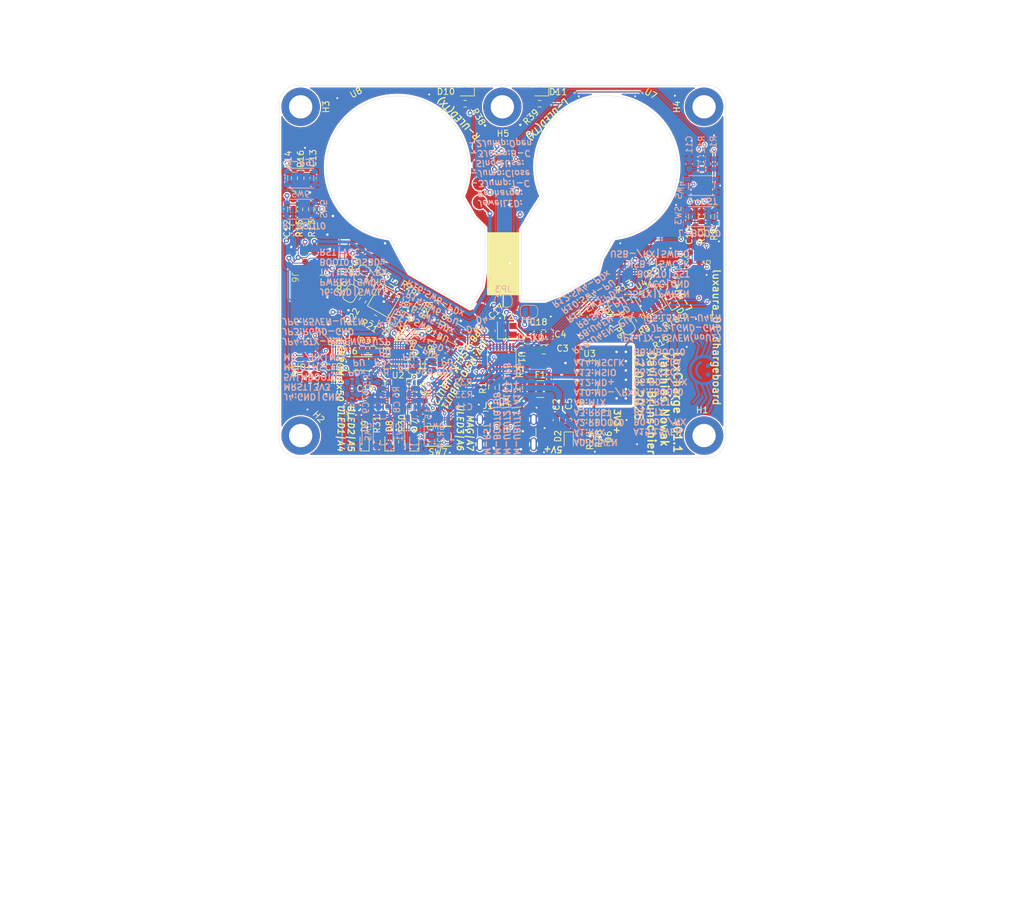
<source format=kicad_pcb>
(kicad_pcb (version 20240108) (generator "pcbnew") (generator_version "8.0")
  (title_block (title "JewelLED/LuxAura LuxCharge charging cradle") (date "2025-02-09") (rev "0.2") (company "Matthias Nowak @matthiasnowak"))
  (layers (0 "F.Cu" signal) (31 "B.Cu" signal) (34 "B.Paste" user) (35 "F.Paste" user) (36 "B.SilkS" user "B.Silkscreen") (37 "F.SilkS" user "F.Silkscreen") (38 "B.Mask" user) (39 "F.Mask" user) (44 "Edge.Cuts" user))
  (net 0 "")
  (net 1 "GND")
  (net 2 "Net-(U1-VDD18)")
  (net 3 "/USB_P_D+")
  (net 4 "Net-(D10-A)")
  (net 5 "+3V3")
  (net 6 "MCU_BOOT0")
  (net 7 "MCU_RST")
  (net 8 "L_BOOT0")
  (net 9 "L_RST")
  (net 10 "R_BOOT0")
  (net 11 "R_RST")
  (net 12 "MCU_USRBUT1")
  (net 13 "MCU_USRBUT2")
  (net 14 "Net-(D2-A)")
  (net 15 "Net-(D4-A)")
  (net 16 "Net-(D5-A)")
  (net 17 "Net-(D6-A)")
  (net 18 "Net-(D7-A)")
  (net 19 "Net-(D8-A)")
  (net 20 "Net-(D9-A)")
  (net 21 "Net-(F1-Pad1)")
  (net 22 "Net-(J1-CC2)")
  (net 23 "/USB_C_D-")
  (net 24 "/USB_C_D+")
  (net 25 "Net-(J1-CC1)")
  (net 26 "L_SWDIO")
  (net 27 "L_USBD+")
  (net 28 "L_TXD_DET")
  (net 29 "L_USBD-")
  (net 30 "VCCL")
  (net 31 "R_USBD+")
  (net 32 "R_TXD_DET")
  (net 33 "VCCR")
  (net 34 "R_SWDIO")
  (net 35 "R_USBD-")
  (net 36 "MCU_D-")
  (net 37 "MCU_SWCLK")
  (net 38 "MCU_SWDIO")
  (net 39 "MCU_TX")
  (net 40 "LED_L_PWR")
  (net 41 "L_SWCLK")
  (net 42 "Net-(D11-A)")
  (net 43 "R_SWCLK")
  (net 44 "LED_R_PWR")
  (net 45 "Net-(JP5-B)")
  (net 46 "Net-(JP6-B)")
  (net 47 "MCU_LED3")
  (net 48 "MCU_I2C_SDA")
  (net 49 "MCU_I2C_SCL")
  (net 50 "Net-(U4-SET)")
  (net 51 "Net-(U5-SET)")
  (net 52 "MCU_LED1")
  (net 53 "MCU_LED2")
  (net 54 "/USB_P_D-")
  (net 55 "MCU_D+")
  (net 56 "Net-(U1-XOUT)")
  (net 57 "Net-(U1-VDD33)")
  (net 60 "+5V")
  (net 61 "Net-(U1-XIN)")
  (net 64 "MCU_MAG")
  (net 65 "Net-(J12-Pin_1)")
  (net 66 "Net-(J20-Pin_1)")
  (footprint "Capacitor_SMD:C_0603_1608Metric" (layer "F.Cu") (at 113.245901 93.52337 90)
    (property "Reference" "C17")
    (property "Value" "12pF")
  )
  (footprint "jewelled_footprint_library:jewelled_2mm_pogopad" (layer "F.Cu") (at 136.103465 79.912785 180)
    (property "Reference" "J17" (hide yes))
    (property "Value" "BWCD-L6.5W2.0H2.0")
  )
  (footprint "PCM_Package_TO_SOT_SMD_AKL:SOT-23-5" (layer "F.Cu") (at 95.845908 88.723357 -120)
    (property "Reference" "U5")
    (property "Value" "MT9700" (hide yes))
  )
  (footprint "Resistor_SMD:R_0603_1608Metric" (layer "F.Cu") (at 117.645904 102.723368 90)
    (property "Reference" "R3")
    (property "Value" "5k1")
  )
  (footprint "Capacitor_SMD:C_0603_1608Metric" (layer "F.Cu") (at 92.870907 104.298365)
    (property "Reference" "C16")
    (property "Value" "100nF")
  )
  (footprint "Jumper:SolderJumper-2_P1.3mm_Open_RoundedPad1.0x1.5mm" (layer "F.Cu") (at 92.342581 84.391317 60)
    (property "Reference" "JP4")
    (property "Value" "SolderJumper_2_Open")
  )
  (footprint "LED_SMD:LED_0603_1608Metric" (layer "F.Cu") (at 92.745908 111.423372 90)
    (property "Reference" "D9")
    (property "Value" "white")
  )
  (footprint "Capacitor_SMD:C_0603_1608Metric" (layer "F.Cu") (at 102.445908 105.623364 90)
    (property "Reference" "C7")
    (property "Value" "100nF")
  )
  (footprint "Resistor_SMD:R_0603_1608Metric" (layer "F.Cu") (at 94.245908 91.494651 150)
    (property "Reference" "R21")
    (property "Value" "10k")
  )
  (footprint "LED_SMD:LED_0603_1608Metric" (layer "F.Cu") (at 142.143986 88.608999 120)
    (property "Reference" "D5")
    (property "Value" "red")
  )
  (footprint "LED_SMD:LED_0603_1608Metric" (layer "F.Cu") (at 120.945902 54.923369 180)
    (property "Reference" "D11")
    (property "Value" "white")
  )
  (footprint "jewelled_footprint_library:jewelled_2mm_pogopad" (layer "F.Cu") (at 118.78046 63.917112 180)
    (property "Reference" "J19" (hide yes))
    (property "Value" "BWCD-L6.5W2.0H2.0")
  )
  (footprint "jewelled_footprint_library:jewelled_2mm_pogopad" (layer "F.Cu") (at 88.774699 76.817112 180)
    (property "Reference" "J22" (hide yes))
    (property "Value" "BWCD-L6.5W2.0H2.0")
  )
  (footprint "Fuse:Fuse_1210_3225Metric" (layer "F.Cu") (at 121.045906 102.923368)
    (property "Reference" "F1")
    (property "Value" "1A")
  )
  (footprint "Resistor_SMD:R_0603_1608Metric" (layer "F.Cu") (at 94.745907 111.423367 -90)
    (property "Reference" "R31")
    (property "Value" "1k")
  )
  (footprint "Capacitor_SMD:C_0805_2012Metric" (layer "F.Cu") (at 121.595912 96.52337)
    (property "Reference" "C3")
    (property "Value" "10uF")
  )
  (footprint "Resistor_SMD:R_0603_1608Metric" (layer "F.Cu") (at 127.64591 111.323365 -90)
    (property "Reference" "R24")
    (property "Value" "1k")
  )
  (footprint "jewelled_footprint_library:jewelled_2mm_pogopad" (layer "F.Cu") (at 138.701542 78.412785 180)
    (property "Reference" "J11" (hide yes))
    (property "Value" "BWCD-L6.5W2.0H2.0")
  )
  (footprint "jewelled_footprint_library:jewelled_2mm_pogopad" (layer "F.Cu") (at 93.970851 79.817116 180)
    (property "Reference" "J21" (hide yes))
    (property "Value" "BWCD-L6.5W2.0H2.0")
  )
  (footprint "jewelled_lc_fplib:Mounting_Sinhoo-M2_H2mm_SMTSO2020MTJ" (layer "F.Cu") (at 82.445913 110.423364 -90)
    (property "Reference" "H2")
    (property "Value" "MountingHole")
  )
  (footprint "Jumper:SolderJumper-2_P1.3mm_Open_RoundedPad1.0x1.5mm" (layer "F.Cu") (at 135.042577 92.709003 -60)
    (property "Reference" "JP5")
    (property "Value" "Jumper")
  )
  (footprint "Resistor_SMD:R_0603_1608Metric" (layer "F.Cu") (at 96.420907 99.523363 -90)
    (property "Reference" "R36")
    (property "Value" "4k7")
  )
  (footprint "Resistor_SMD:R_0603_1608Metric" (layer "F.Cu") (at 140.54399 85.837722 -60)
    (property "Reference" "R27")
    (property "Value" "1k")
  )
  (footprint "Resistor_SMD:R_0603_1608Metric" (layer "F.Cu") (at 101.345908 89.523366 -120)
    (property "Reference" "R20")
    (property "Value" "47k")
  )
  (footprint "Resistor_SMD:R_0603_1608Metric" (layer "F.Cu") (at 80.445907 68.923364 90)
    (property "Reference" "R14")
    (property "Value" "10k")
  )
  (footprint "Capacitor_SMD:C_0603_1608Metric" (layer "F.Cu") (at 127.645912 107.923366 -90)
    (property "Reference" "C6")
    (property "Value" "1uF")
  )
  (footprint "jewelled_footprint_library:pogoheader_2x05_1.5mm" (layer "F.Cu") (at 145.19591 80.923364)
    (property "Reference" "J5")
    (property "Value" "L_OUT")
  )
  (footprint "Capacitor_SMD:C_0805_2012Metric" (layer "F.Cu") (at 121.595906 94.098364)
    (property "Reference" "C4")
    (property "Value" "10uF")
  )
  (footprint "Package_DFN_QFN:QFN-28-1EP_4x4mm_P0.4mm_EP2.6x2.6mm" (layer "F.Cu") (at 98.145911 104.023364)
    (property "Reference" "U2")
    (property "Value" "CH32V203G6U6")
  )
  (footprint "Resistor_SMD:R_0603_1608Metric" (layer "F.Cu") (at 147.045903 75.123367 90)
    (property "Reference" "R11")
    (property "Value" "47k")
  )
  (footprint "jewelled_footprint_library:jewelled_2mm_pogopad" (layer "F.Cu") (at 91.372775 78.317112 180)
    (property "Reference" "J15" (hide yes))
    (property "Value" "BWCD-L6.5W2.0H2.0")
  )
  (footprint "Capacitor_SMD:C_0603_1608Metric" (layer "F.Cu") (at 125.645907 107.923366 -90)
    (property "Reference" "C5")
    (property "Value" "1uF")
  )
  (footprint "jewelled_footprint_library:jewelled_lc1_v1_conn" (layer "F.Cu") (at 130.035908 70.422101 -30)
    (property "Reference" "U7")
    (property "Value" "JEWEL_L_CONN")
    (fp_line (start -1.359996 21.770004) (end 1.999997 19.880007) (stroke (width 0.05)) (layer "Edge.Cuts"))
    (fp_line (start -7.010003 11.980003) (end -1.359996 21.770004) (stroke (width 0.05)) (layer "Edge.Cuts"))
    (fp_line (start -7.020002 9.489999) (end -7.010003 11.980003) (stroke (width 0.05)) (layer "Edge.Cuts"))
    (fp_line (start -6.849998 5.589999) (end -7.020002 9.489999) (stroke (width 0.05)) (layer "Edge.Cuts"))
    (fp_line (start 1.999997 19.880007) (end 3.820002 17.619999) (stroke (width 0.05)) (layer "Edge.Cuts"))
    (fp_line (start 3.820002 17.619999) (end 7.169997 11.789999) (stroke (width 0.05)) (layer "Edge.Cuts"))
    (fp_line (start 7.169997 11.789999) (end 6.540005 9.489997) (stroke (width 0.05)) (layer "Edge.Cuts"))
    (fp_line (start 6.540005 9.489997) (end 6.540002 5.589999) (stroke (width 0.05)) (layer "Edge.Cuts"))
    (fp_arc (start -6.849999 5.589997) (mid -0.145927 -15.208339) (end 6.543402 5.594743) (stroke (width 0.05)) (layer "Edge.Cuts"))
  )
  (footprint "jewelled_footprint_library:pogoheader_2x05_1.5mm" (layer "F.Cu") (at 84.695907 86.92337 180)
    (property "Reference" "J6")
    (property "Value" "R_OUT")
  )
  (footprint "Resistor_SMD:R_0603_1608Metric" (layer "F.Cu") (at 139.645906 94.12337 30)
    (property "Reference" "R19")
    (property "Value" "100k")
  )
  (footprint "Resistor_SMD:R_0603_1608Metric" (layer "F.Cu") (at 82.445907 68.923365 -90)
    (property "Reference" "R16")
    (property "Value" "47k")
  )
  (footprint "Resistor_SMD:R_0603_1608Metric" (layer "F.Cu") (at 108.945905 56.923369 180)
    (property "Reference" "R38")
    (property "Value" "1k")
  )
  (footprint "Jumper:SolderJumper-2_P1.3mm_Open_RoundedPad1.0x1.5mm" (layer "F.Cu") (at 133.24258 89.591313 120)
    (property "Reference" "JP1")
    (property "Value" "SolderJumper_2_Open")
  )
  (footprint "Capacitor_SMD:C_0603_1608Metric" (layer "F.Cu") (at 106.014657 96.695667 -30)
    (property "Reference" "C19")
    (property "Value" "100nF")
  )
  (footprint "jewelled_footprint_library:jewelled_2mm_pogopad" (layer "F.Cu") (at 118.780457 69.917116 180)
    (property "Reference" "J7" (hide yes))
    (property "Value" "BWCD-L6.5W2.0H2.0")
  )
  (footprint "Resistor_SMD:R_0603_1608Metric" (layer "F.Cu") (at 140.345908 91.494645 -150)
    (property "Reference" "R18")
    (property "Value" "10k")
  )
  (footprint "jewelled_footprint_library:jewelled_2mm_pogopad" (layer "F.Cu") (at 133.505395 81.412779 180)
    (property "Reference" "J3" (hide yes))
    (property "Value" "BWCD-L6.5W2.0H2.0")
  )
  (footprint "LED_SMD:LED_0603_1608Metric" (layer "F.Cu") (at 97.843985 91.262599 60)
    (property "Reference" "D4")
    (property "Value" "red")
  )
  (footprint "Capacitor_SMD:C_0603_1608Metric" (layer "F.Cu") (at 123.645912 107.923368 -90)
    (property "Reference" "C2")
    (property "Value" "1uF")
  )
  (footprint "jewelled_footprint_library:pogoheader_2x05_1.5mm" (layer "F.Cu") (at 84.695912 101.923368 180)
    (property "Reference" "J4")
    (property "Value" "MCU_OUT")
  )
  (footprint "Resistor_SMD:R_0603_1608Metric" (layer "F.Cu") (at 82.245908 73.923366 -90)
    (property "Reference" "R15")
    (property "Value" "47k")
  )
  (footprint "Capacitor_SMD:C_0603_1608Metric" (layer "F.Cu") (at 84.445905 68.923361 -90)
    (property "Reference" "C13")
    (property "Value" "100nF")
  )
  (footprint "jewelled_lc_fplib:Mounting_Sinhoo-M2_H2mm_SMTSO2020MTJ" (layer "F.Cu") (at 147.445907 57.423366 -90)
    (property "Reference" "H4")
    (property "Value" "MountingHole")
  )
  (footprint "jewelled_footprint_library:jewelled_lc1_v1_conn" (layer "F.Cu") (at 100.03591 70.3221 30)
    (property "Reference" "U8")
    (property "Value" "JEWEL_R_CONN")
    (fp_line (start -6.849999 5.589998) (end -7.02 9.489992) (stroke (width 0.05)) (layer "Edge.Cuts"))
    (fp_line (start -7.02 9.489992) (end -7.010002 11.980004) (stroke (width 0.05)) (layer "Edge.Cuts"))
    (fp_line (start -7.010002 11.980004) (end -1.359997 21.770005) (stroke (width 0.05)) (layer "Edge.Cuts"))
    (fp_line (start -1.359997 21.770005) (end 1.999998 19.880006) (stroke (width 0.05)) (layer "Edge.Cuts"))
    (fp_line (start 6.540002 9.489996) (end 6.540002 5.590001) (stroke (width 0.05)) (layer "Edge.Cuts"))
    (fp_line (start 1.999998 19.880006) (end 3.820003 17.620001) (stroke (width 0.05)) (layer "Edge.Cuts"))
    (fp_line (start 7.169998 11.789997) (end 6.540002 9.489996) (stroke (width 0.05)) (layer "Edge.Cuts"))
    (fp_line (start 3.820003 17.620001) (end 7.169998 11.789997) (stroke (width 0.05)) (layer "Edge.Cuts"))
    (fp_arc (start -6.850005 5.589997) (mid -0.145931 -15.208341) (end 6.543401 5.594744) (stroke (width 0.05)) (layer "Edge.Cuts"))
  )
  (footprint "Resistor_SMD:R_0603_1608Metric" (layer "F.Cu") (at 93.245909 96.573361)
    (property "Reference" "R37")
    (property "Value" "4k7")
  )
  (footprint "LED_SMD:LED_0603_1608Metric" (layer "F.Cu") (at 108.945904 54.923364 180)
    (property "Reference" "D10")
    (property "Value" "white")
  )
  (footprint "Resistor_SMD:R_0603_1608Metric" (layer "F.Cu") (at 113.245908 102.723369 90)
    (property "Reference" "R1")
    (property "Value" "5k1")
  )
  (footprint "jewelled_footprint_library:jewelled_2mm_pogopad" (layer "F.Cu") (at 118.780458 72.917108 180)
    (property "Reference" "J18" (hide yes))
    (property "Value" "BWCD-L6.5W2.0H2.0")
  )
  (footprint "LED_SMD:LED_0603_1608Metric" (layer "F.Cu") (at 125.645907 111.323365 -90)
    (property "Reference" "D2")
    (property "Value" "red")
  )
  (footprint "jewelled_footprint_library:jewelled_2mm_pogopad" (layer "F.Cu") (at 141.299611 76.912777 180)
    (property "Reference" "J2" (hide yes))
    (property "Value" "BWCD-L6.5W2.0H2.0")
  )
  (footprint "PCM_Package_TO_SOT_SMD_AKL:SOT-23-5" (layer "F.Cu") (at 138.74591 88.723372 -60)
    (property "Reference" "U4")
    (property "Value" "MT9700" (hide yes))
  )
  (footprint "jewelled_footprint_library:jewelled_2mm_pogopad" (layer "F.Cu") (at 96.568922 81.317117 180)
    (property "Reference" "J14" (hide yes))
    (property "Value" "BWCD-L6.5W2.0H2.0")
  )
  (footprint "Resistor_SMD:R_0603_1608Metric" (layer "F.Cu") (at 149.045905 75.123363 -90)
    (property "Reference" "R9")
    (property "Value" "10k")
  )
  (footprint "Jumper:SolderJumper-2_P1.3mm_Open_RoundedPad1.0x1.5mm" (layer "F.Cu") (at 103.470909 99.223369 90)
    (property "Reference" "JP7")
    (property "Value" "LED3_I2C")
  )
  (footprint "Capacitor_SMD:C_0603_1608Metric" (layer "F.Cu") (at 80.245906 73.923365 -90)
    (property "Reference" "C12")
    (property "Value" "100nF")
  )
  (footprint "Resistor_SMD:R_0603_1608Metric" (layer "F.Cu") (at 92.447837 88.609009 60)
    (property "Reference" "R22")
    (property "Value" "10k")
  )
  (footprint "jewelled_lc_fplib:Mounting_Sinhoo-M2_H2mm_SMTSO2020MTJ" (layer "F.Cu") (at 147.445903 110.423364 -90)
    (property "Reference" "H1")
    (property "Value" "MountingHole")
  )
  (footprint "jewelled_footprint_library:jewelled_2mm_pogopad" (layer "F.Cu") (at 111.288855 66.81278 180)
    (property "Reference" "J10" (hide yes))
    (property "Value" "BWCD-L6.5W2.0H2.0")
  )
  (footprint "jewelled_footprint_library:jewelled_2mm_pogopad" (layer "F.Cu") (at 118.545904 90.32337 180)
    (property "Reference" "J12" (hide yes))
    (property "Value" "BWCD-L6.5W2.0H2.0")
  )
  (footprint "Package_TO_SOT_SMD:SOT-23-3" (layer "F.Cu") (at 107.514659 94.097585 150)
    (property "Reference" "U9")
    (property "Value" "GH39FKSW")
  )
  (footprint "Resistor_SMD:R_0603_1608Metric" (layer "F.Cu") (at 129.645912 107.923368 -90)
    (property "Reference" "R28")
    (property "Value" "1k")
  )
  (footprint "Jumper:SolderJumper-2_P1.3mm_Open_RoundedPad1.0x1.5mm" (layer "F.Cu") (at 90.542576 87.509006 -120)
    (property "Reference" "JP6")
    (property "Value" "Jumper")
  )
  (footprint "Resistor_SMD:R_0603_1608Metric" (layer "F.Cu") (at 98.745906 111.423363 -90)
    (property "Reference" "R30")
    (property "Value" "1k")
  )
  (footprint "LED_SMD:LED_0603_1608Metric" (layer "F.Cu") (at 96.745912 111.423368 90)
    (property "Reference" "D8")
    (property "Value" "white")
  )
  (footprint "jewelled_footprint_library:jewelled_2mm_pogopad" (layer "F.Cu") (at 111.288858 63.812783 180)
    (property "Reference" "J16" (hide yes))
    (property "Value" "BWCD-L6.5W2.0H2.0")
  )
  (footprint "jewelled_lc_fplib:Mounting_Sinhoo-M2_H2mm_SMTSO2020MTJ" (layer "F.Cu") (at 82.445907 57.423368 -90)
    (property "Reference" "H3")
    (property "Value" "MountingHole")
  )
  (footprint "jewelled_footprint_library:jewelled_2mm_pogopad" (layer "F.Cu") (at 111.288854 72.812783 180)
    (property "Reference" "J8" (hide yes))
    (property "Value" "BWCD-L6.5W2.0H2.0")
  )
  (footprint "Resistor_SMD:R_0603_1608Metric" (layer "F.Cu") (at 135.347833 88.837727 120)
    (property "Reference" "R17")
    (property "Value" "10k")
  )
  (footprint "Package_TO_SOT_SMD:SOT-89-3" (layer "F.Cu") (at 128.995901 100.723365)
    (property "Reference" "U3")
    (property "Value" "AMS1117-3.3")
  )
  (footprint "Resistor_SMD:R_0603_1608Metric" (layer "F.Cu") (at 94.047836 85.837723 60)
    (property "Reference" "R23")
    (property "Value" "10k")
  )
  (footprint "Resistor_SMD:R_0603_1608Metric" (layer "F.Cu") (at 120.945906 56.923363 180)
    (property "Reference" "R39")
    (property "Value" "1k")
  )
  (footprint "jewelled_footprint_library:jewelled_2mm_pogopad" (layer "F.Cu") (at 118.780461 66.917107 180)
    (property "Reference" "J13" (hide yes))
    (property "Value" "BWCD-L6.5W2.0H2.0")
  )
  (footprint "Jumper:SolderJumper-2_P1.3mm_Open_RoundedPad1.0x1.5mm" (layer "F.Cu") (at 100.720909 99.123367 90)
    (property "Reference" "JP8")
    (property "Value" "LED4_I2C")
  )
  (footprint "LED_SMD:LED_0603_1608Metric" (layer "F.Cu") (at 100.745911 111.423366 90)
    (property "Reference" "D7")
    (property "Value" "white")
  )
  (footprint "Package_TO_SOT_SMD:SOT-666" (layer "F.Cu") (at 115.445907 102.723364 90)
    (property "Reference" "D1")
    (property "Value" "TPUSBLC6-2P6")
  )
  (footprint "jewelled_footprint_library:SSOP16_SL2.1S" (layer "F.Cu") (at 114.845909 97.923364)
    (property "Reference" "U1")
    (property "Value" "SL2.1s")
  )
  (footprint "jewelled_lc_fplib:Mounting_Sinhoo-M2_H2mm_SMTSO2020MTJ" (layer "F.Cu") (at 114.945907 57.423367 180)
    (property "Reference" "H5")
    (property "Value" "MountingHole")
  )
  (footprint "Capacitor_SMD:C_0603_1608Metric" (layer "F.Cu") (at 145.045908 75.123365 90)
    (property "Reference" "C10")
    (property "Value" "100nF")
  )
  (footprint "Capacitor_SMD:C_0603_1608Metric" (layer "F.Cu") (at 119.020906 94.348366 90)
    (property "Reference" "C18")
    (property "Value" "12pF")
  )
  (footprint "jewelled_footprint_library:jewelled_2mm_pogopad" (layer "F.Cu") (at 111.525913 90.223365 180)
    (property "Reference" "J20" (hide yes))
    (property "Value" "BWCD-L6.5W2.0H2.0")
  )
  (footprint "Resistor_SMD:R_0603_1608Metric" (layer "F.Cu") (at 136.947831 91.609004 120)
    (property "Reference" "R8")
    (property "Value" "10k")
  )
  (footprint "jewelled_lc_fplib:GT-TC048D-H025-L1" (layer "F.Cu") (at 104.595906 110.523362)
    (property "Reference" "SW7")
    (property "Value" "GT-TC048D-H025-L1")
  )
  (footprint "LED_SMD:LED_0603_1608Metric" (layer "F.Cu") (at 131.645907 107.923366 -90)
    (property "Reference" "D6")
    (property "Value" "red")
  )
  (footprint "Crystal:Crystal_SMD_2520-4Pin_2.5x2.0mm" (layer "F.Cu") (at 115.795908 93.448363)
    (property "Reference" "Y2")
    (property "Value" "12MHz")
  )
  (footprint "Resistor_SMD:R_0603_1608Metric" (layer "F.Cu") (at 84.245903 73.923359 -90)
    (property "Reference" "R13")
    (property "Value" "10k")
  )
  (footprint "Package_DFN_QFN:DFN-8-1EP_3x2mm_P0.5mm_EP1.7x1.6mm" (layer "F.Cu") (at 92.445909 98.823367)
    (property "Reference" "U6")
    (property "Value" "FT24C128A-ENR-T")
  )
  (footprint "jewelled_footprint_library:jewelled_2mm_pogopad" (layer "F.Cu") (at 111.288858 69.812782 180)
    (property "Reference" "J9" (hide yes))
    (property "Value" "BWCD-L6.5W2.0H2.0")
  )
  (footprint "Resistor_SMD:R_0603_1608Metric" (layer "F.Cu") (at 99.44399 88.491313 -120)
    (property "Reference" "R26")
    (property "Value" "1k")
  )
  (footprint "jewelled_lc_fplib:USB_C_Receptacle_GT-USB-7010B" (layer "F.Cu") (at 115.645909 111.825868)
    (property "Reference" "J1")
    (property "Value" "USB_C_Receptacle_USB2.0_14P")
  )
  (footprint "Capacitor_SMD:C_0603_1608Metric" (layer "B.Cu") (at 90.745905 105.823366)
    (property "Reference" "C9")
    (property "Value" "100nF")
  )
  (footprint "Resistor_SMD:R_0603_1608Metric" (layer "B.Cu") (at 105.745909 101.823366 180)
    (property "Reference" "R32")
    (property "Value" "10k")
  )
  (footprint "jewelled_lc_fplib:GT-TC048D-H025-L1" (layer "B.Cu") (at 147.045905 70.123365)
    (property "Reference" "SW4")
    (property "Value" "GT-TC048D-H025-L1")
  )
  (footprint "Jumper:SolderJumper-2_P1.3mm_Open_RoundedPad1.0x1.5mm" (layer "B.Cu") (at 115.145905 88.723364)
    (property "Reference" "JP3")
    (property "Value" "R_GND")
  )
  (footprint "Resistor_SMD:R_0603_1608Metric" (layer "B.Cu") (at 95.745911 101.823369)
    (property "Reference" "R4")
    (property "Value" "10k")
  )
  (footprint "Resistor_SMD:R_0603_1608Metric" (layer "B.Cu") (at 90.745911 101.823363 180)
    (property "Reference" "R5")
    (property "Value" "10k")
  )
  (footprint "jewelled_lc_fplib:GT-TC048D-H025-L1" (layer "B.Cu") (at 82.445907 68.923365)
    (property "Reference" "SW6")
    (property "Value" "GT-TC048D-H025-L1")
  )
  (footprint "Resistor_SMD:R_0603_1608Metric" (layer "B.Cu") (at 95.745904 103.823365 180)
    (property "Reference" "R6")
    (property "Value" "10k")
  )
  (footprint "Resistor_SMD:R_0603_1608Metric" (layer "B.Cu") (at 100.745911 101.823363 180)
    (property "Reference" "R34")
    (property "Value" "10k")
  )
  (footprint "Capacitor_SMD:C_0603_1608Metric" (layer "B.Cu") (at 145.04591 66.623365 90)
    (property "Reference" "C11")
    (property "Value" "100nF")
  )
  (footprint "Resistor_SMD:R_0603_1608Metric" (layer "B.Cu") (at 105.745907 103.823363 180)
    (property "Reference" "R33")
    (property "Value" "10k")
  )
  (footprint "Capacitor_SMD:C_0603_1608Metric" (layer "B.Cu") (at 100.745904 105.823367)
    (property "Reference" "C15")
    (property "Value" "100nF")
  )
  (footprint "jewelled_lc_fplib:GT-TC048D-H025-L1" (layer "B.Cu") (at 100.745907 109.82337 90)
    (property "Reference" "SW8")
    (property "Value" "GT-TC048D-H025-L1")
  )
  (footprint "jewelled_lc_fplib:GT-TC048D-H025-L1" (layer "B.Cu") (at 147.045903 75.123367 180)
    (property "Reference" "SW3")
    (property "Value" "GT-TC048D-H025-L1")
  )
  (footprint "jewelled_lc_fplib:GT-TC048D-H025-L1" (layer "B.Cu") (at 82.445909 73.923363)
    (property "Reference" "SW5")
    (property "Value" "GT-TC048D-H025-L1")
  )
  (footprint "jewelled_lc_fplib:GT-TC048D-H025-L1" (layer "B.Cu") (at 95.74591 109.823367 -90)
    (property "Reference" "SW1")
    (property "Value" "GT-TC048D-H025-L1")
  )
  (footprint "Resistor_SMD:R_0603_1608Metric" (layer "B.Cu") (at 147.045905 66.623365 90)
    (property "Reference" "R12")
    (property "Value" "47k")
  )
  (footprint "Capacitor_SMD:C_0603_1608Metric" (layer "B.Cu") (at 95.745903 105.823363 180)
    (property "Reference" "C8")
    (property "Value" "100nF")
  )
  (footprint "Resistor_SMD:R_0603_1608Metric" (layer "B.Cu") (at 100.745908 103.823362)
    (property "Reference" "R35")
    (property "Value" "10k")
  )
  (footprint "Resistor_SMD:R_0603_1608Metric" (layer "B.Cu") (at 103.520905 111.248361 -90)
    (property "Reference" "R29")
    (property "Value" "1k")
  )
  (footprint "jewelled_lc_fplib:GT-TC048D-H025-L1" (layer "B.Cu") (at 90.745905 109.82337 90)
    (property "Reference" "SW2")
    (property "Value" "GT-TC048D-H025-L1")
  )
  (footprint "Resistor_SMD:R_0603_1608Metric" (layer "B.Cu") (at 90.745907 103.823364)
    (property "Reference" "R7")
    (property "Value" "10k")
  )
  (footprint "Jumper:SolderJumper-2_P1.3mm_Open_RoundedPad1.0x1.5mm" (layer "B.Cu") (at 119.24591 90.423361)
    (property "Reference" "JP2")
    (property "Value" "L_GND")
  )
  (footprint "Capacitor_SMD:C_0603_1608Metric" (layer "B.Cu") (at 105.745905 105.823362 180)
    (property "Reference" "C14")
    (property "Value" "100nF")
  )
  (footprint "Resistor_SMD:R_0603_1608Metric" (layer "B.Cu") (at 149.04591 66.623362 -90)
    (property "Reference" "R10")
    (property "Value" "10k")
  )
  (gr_line (start 146.645913 103.873369) (end 145.99591 101.573361) (stroke (width 0.36)) (layer "B.Cu"))
  (gr_line (start 145.645909 105.123371) (end 146.645913 103.873369) (stroke (width 0.36)) (layer "B.Cu"))
  (gr_line (start 148.595913 104.373364) (end 147.795914 102.073362) (stroke (width 0.36)) (layer "B.Cu"))
  (gr_line (start 147.89591 95.373364) (end 146.89591 94.123364) (stroke (width 0.36)) (layer "B.Cu"))
  (gr_circle (center 148.095912 99.173361) (end 148.095914 99.423364) (stroke (width 0.2)) (fill solid) (layer "B.Cu"))
  (gr_line (start 147.295911 106.873363) (end 148.595913 104.373364) (stroke (width 0.36)) (layer "B.Cu"))
  (gr_line (start 148.295913 106.673365) (end 149.295913 104.273366) (stroke (width 0.36)) (layer "B.Cu"))
  (gr_line (start 146.995912 97.673365) (end 147.89591 95.373364) (stroke (width 0.36)) (layer "B.Cu"))
  (gr_circle (center 148.095914 100.573364) (end 148.095914 100.823366) (stroke (width 0.2)) (fill solid) (layer "B.Cu"))
  (gr_line (start 148.295909 97.873359) (end 149.29591 95.473357) (stroke (width 0.36)) (layer "B.Cu"))
  (gr_line (start 147.795909 97.673366) (end 148.59591 95.373361) (stroke (width 0.36)) (layer "B.Cu"))
  (gr_circle (center 147.39591 99.873361) (end 147.395913 102.073358) (stroke (width 0.5)) (fill none) (layer "B.Cu"))
  (gr_line (start 145.995905 98.173373) (end 146.645915 95.873366) (stroke (width 0.36)) (layer "B.Cu"))
  (gr_line (start 148.59591 95.373361) (end 147.295913 92.873363) (stroke (width 0.36)) (layer "B.Cu"))
  (gr_line (start 146.645915 95.873366) (end 145.64591 94.623358) (stroke (width 0.36)) (layer "B.Cu"))
  (gr_line (start 149.29591 95.473357) (end 148.29592 93.073364) (stroke (width 0.36)) (layer "B.Cu"))
  (gr_line (start 146.895908 105.62336) (end 147.895913 104.373364) (stroke (width 0.36)) (layer "B.Cu"))
  (gr_line (start 147.895913 104.373364) (end 146.995909 102.073362) (stroke (width 0.36)) (layer "B.Cu"))
  (gr_arc (start 146.926507 101.132308) (mid 146.195918 99.873365) (end 146.926504 98.614409) (stroke (width 0.36)) (layer "B.Cu"))
  (gr_line (start 149.295913 104.273366) (end 148.295903 101.873365) (stroke (width 0.36)) (layer "B.Cu"))
  (gr_poly (pts (xy 117.545907 87.723369) (xy 112.545903 87.723369) (xy 112.545903 77.723363) (xy 117.54591 77.723366)) (stroke (width 0.15)) (fill solid) (layer "F.SilkS"))
  (gr_line (start 147.945911 53.923371) (end 81.945905 53.923365) (stroke (width 0.05)) (layer "Edge.Cuts"))
  (gr_line (start 150.945906 110.923364) (end 150.945908 56.923367) (stroke (width 0.05)) (layer "Edge.Cuts"))
  (gr_line (start 81.945912 113.923365) (end 147.945904 113.923367) (stroke (width 0.05)) (layer "Edge.Cuts"))
  (gr_line (start 78.945912 56.923369) (end 78.945905 110.923365) (stroke (width 0.05)) (layer "Edge.Cuts"))
  (gr_arc (start 81.945912 113.923365) (mid 79.824591 113.044686) (end 78.945905 110.923365) (stroke (width 0.05)) (layer "Edge.Cuts"))
  (gr_arc (start 78.945912 56.923369) (mid 79.824588 54.80205) (end 81.945905 53.923365) (stroke (width 0.05)) (layer "Edge.Cuts"))
  (gr_arc (start 150.945906 110.923364) (mid 150.067224 113.044681) (end 147.945904 113.923367) (stroke (width 0.05)) (layer "Edge.Cuts"))
  (gr_arc (start 147.945911 53.923371) (mid 150.067226 54.802051) (end 150.945908 56.923367) (stroke (width 0.05)) (layer "Edge.Cuts"))
  (gr_text "PDx\nPU" (at 107.145905 97.923365 180) (layer "B.SilkS") (effects (font (size 1 1) (thickness 0.2) (bold yes) (italic yes)) (justify right bottom mirror)))
  (gr_text "A0:R5VEN\nA1:RTX\nA2:RBOOT0\nA3:RRST\nA9:MTX\nA10:MD-/RX\nA12:MD+\nA13:MSIO\nA14:MSCLK" (at 126.34591 98.023367 180) (layer "B.SilkS") (effects (font (size 1 1) (thickness 0.2) (bold yes)) (justify left bottom mirror)))
  (gr_text "PDx\nPU" (at 92.945902 98.023369 180) (layer "B.SilkS") (effects (font (size 1 1) (thickness 0.2) (bold yes) (italic yes)) (justify right bottom mirror)))
  (gr_text "A15:L5VEN\nB0:LD-/RX\nB1:LTX\nB3:LRST\nB4:LBOOT0\nB5:RD-/RX\nB6:I2CSCL\nB7:I2CSDA\nB8:MBOOT0" (at 135.945912 96.323365 180) (layer "B.SilkS") (effects (font (size 1 1) (thickness 0.2) (bold yes)) (justify left bottom mirror)))
  (gr_text "J4:GND|GND\nMRST|3V3\n5V|MBOOT0\nMSIO|MSCLK\nMD-/RX|MTX" (at 79.54591 97.123362 180) (layer "B.SilkS") (effects (font (size 1 1) (thickness 0.2)) (justify left bottom mirror)))
  (gr_text "M-UBUT1|A13+JP7\nM-UBUT2|A14+JP8\nM-BOOT0|B8\nM-RST" (at 111.845909 113.723359 -90) (layer "B.SilkS") (effects (font (size 1 1) (thickness 0.2) (bold yes) (italic yes)) (justify left bottom mirror)))
  (gr_text "U-XO" (at 117.245908 93.973364 180) (layer "B.SilkS") (effects (font (size 1 1) (thickness 0.2) (bold yes) (italic yes)) (justify left bottom mirror)))
  (gr_text "J5:TX|PWREN\nVCC|GND\nBOOT0|RST\nUSB+|SWCLK\nUSB-/RX|SWDIO" (at 145.245904 80.523366 180) (layer "B.SilkS") (effects (font (size 1 1) (thickness 0.2)) (justify right bottom mirror)))
  (gr_text "JP1:LTX-L5VEN(noU2)\nJP2:LGND-GND\nJP5:L5VEN-U4EN" (at 150.345911 90.823365 180) (layer "B.SilkS") (effects (font (size 1 1) (thickness 0.2) (bold yes) (italic yes)) (justify right bottom mirror)))
  (gr_text "R-RST" (at 84.945909 65.723366 180) (layer "B.SilkS") (effects (font (size 1 1) (thickness 0.2) (bold yes) (italic yes)) (justify right bottom mirror)))
  (gr_text "R21:U5EN-PUx\nR22:U5EN-PD\nR13:SW5-PU\nR15:SW5:PDx\nR14:SW6-PU\nR16:SW6-PDx" (at 109.04591 90.423366 150) (layer "B.SilkS") (effects (font (size 1 1) (thickness 0.2) (bold yes) (italic yes)) (justify right bottom mirror)))
  (gr_text "D4+" (at 112.395905 92.673366 180) (layer "B.SilkS") (effects (font (size 1 1) (thickness 0.2) (bold yes) (italic yes)) (justify right bottom mirror)))
  (gr_text "L-RST" (at 149.645909 72.023369 180) (layer "B.SilkS") (effects (font (size 1 1) (thickness 0.2) (bold yes) (italic yes)) (justify right bottom mirror)))
  (gr_text "J6:GND|SWCLK\nPWREN|SWDIO\nTX|USBD-/RX\nBOOT0|USBD+\nRST|VCC" (at 85.345904 80.223372 180) (layer "B.SilkS") (effects (font (size 1 1) (thickness 0.2)) (justify left bottom mirror)))
  (gr_text "PDx\nPU" (at 100.945905 97.123372 180) (layer "B.SilkS") (effects (font (size 1 1) (thickness 0.2) (bold yes) (italic yes)) (justify right bottom mirror)))
  (gr_text "JewelLED:\nRecharge:\n-3Jump:T-C\n-Jump:Close\nSingleUse:\n-3Jump:B-C\n-2Jump:Open" (at 114.545911 62.723365 180) (layer "B.SilkS") (effects (font (size 1 1) (thickness 0.2) (bold yes) (italic yes)) (justify bottom mirror)))
  (gr_text "PDx\nPU" (at 97.145907 96.42337 180) (layer "B.SilkS") (effects (font (size 1 1) (thickness 0.2) (bold yes) (italic yes)) (justify right bottom mirror)))
  (gr_text "R-BOOT0" (at 86.595907 75.97337 180) (layer "B.SilkS") (effects (font (size 1 1) (thickness 0.2) (bold yes) (italic yes)) (justify right bottom mirror)))
  (gr_text "D4-" (at 113.945914 91.123367 180) (layer "B.SilkS") (effects (font (size 1 1) (thickness 0.2) (bold yes) (italic yes)) (justify right bottom mirror)))
  (gr_text "L-BOOT0" (at 150.245911 77.173365 180) (layer "B.SilkS") (effects (font (size 1 1) (thickness 0.2) (bold yes) (italic yes)) (justify right bottom mirror)))
  (gr_text "R18:U4EN-PUx\nR8:U4EN-PD\nR9:SW3-PU\nR11:SW3:PDx\nR10:SW4-PU\nR12:SW4-PDx" (at 131.945908 83.623361 -150) (layer "B.SilkS") (effects (font (size 1 1) (thickness 0.2) (bold yes) (italic yes)) (justify right bottom mirror)))
  (gr_text "JP4:RTX-R5VEN(noU2)\nJP3:RGND-GND\nJP6:R5VEN-U5EN" (at 79.345908 91.423361 180) (layer "B.SilkS") (effects (font (size 1 1) (thickness 0.2) (bold yes) (italic yes)) (justify left bottom mirror)))
  (gr_text "L-5V+" (at 143.095914 85.37337 120) (layer "F.SilkS") (effects (font (size 1 1) (thickness 0.2) (bold yes) (italic yes)) (justify right bottom)))
  (gr_text "3V3+" (at 132.845911 110.273365 -90) (layer "F.SilkS") (effects (font (size 1 1) (thickness 0.2) (bold yes) (italic yes)) (justify right bottom)))
  (gr_text "EEPROM:0x50" (at 88.195911 105.023364 -90) (layer "F.SilkS") (effects (font (size 1 1) (thickness 0.2) (bold yes) (italic yes)) (justify right bottom)))
  (gr_text "5V+" (at 121.495907 112.073368 180) (layer "F.SilkS") (effects (font (size 1 1) (thickness 0.2) (bold yes) (italic yes)) (justify right bottom)))
  (gr_text "JP7:" (at 110.020904 97.323358 -120) (layer "F.SilkS") (effects (font (size 1 1) (thickness 0.2) (bold yes) (italic yes)) (justify right bottom)))
  (gr_text "R-ULED(TX)" (at 105.045909 55.623367 135) (layer "F.SilkS") (effects (font (size 1 1) (thickness 0.2) (bold yes) (italic yes)) (justify right bottom)))
  (gr_text "LuxCharge v01.1\nMatthias Nowak\nDavid Brunschier\n17.01.2025" (at 136.145917 96.723362 -90) (layer "F.SilkS") (effects (font (size 1.3 1.3) (thickness 0.25) (bold yes)) (justify left bottom)))
  (gr_text "luxaura_01 chargeboard" (at 148.745907 83.473367 -90) (layer "F.SilkS") (effects (font (size 1.2 1.2) (thickness 0.2) (bold yes)) (justify left bottom)))
  (gr_text "JP8:" (at 109.270907 95.373366 -120) (layer "F.SilkS") (effects (font (size 1 1) (thickness 0.2) (bold yes) (italic yes)) (justify right bottom)))
  (gr_text "R-5V+" (at 96.995908 95.223361 -120) (layer "F.SilkS") (effects (font (size 1 1) (thickness 0.2) (bold yes) (italic yes)) (justify right bottom)))
  (gr_text "L-ULED(TX)" (at 118.545904 62.223366 -135) (layer "F.SilkS") (effects (font (size 1 1) (thickness 0.2) (bold yes) (italic yes)) (justify right bottom)))
  (gr_text "MAG|A7\nULED3|A6" (at 107.545903 112.998367 -90) (layer "F.SilkS") (effects (font (size 1 1) (thickness 0.2) (bold yes) (italic yes)) (justify right bottom)))
  (gr_text "MSIO-UBUT1\nMSCLK-UBUT2" (at 103.520907 105.048365 -120) (layer "F.SilkS") (effects (font (size 1 1) (thickness 0.2) (bold yes) (italic yes)) (justify right bottom)))
  (gr_text "ULED2|A5\nULED1|A4" (at 88.345908 113.123366 -90) (layer "F.SilkS") (effects (font (size 1 1) (thickness 0.2) (bold yes) (italic yes)) (justify right bottom)))
  (segment (start 112.445904 106.723365) (end 111.145908 105.423367) (width 0.4) (layer "F.Cu") (net 1))
  (segment (start 100.745908 112.210871) (end 99.933409 113.023363) (width 0.2) (layer "F.Cu") (net 1))
  (segment (start 96.745909 112.210866) (end 95.933409 113.023365) (width 0.2) (layer "F.Cu") (net 1))
  (segment (start 90.983406 98.573366) (end 89.845907 98.573365) (width 0.15) (layer "F.Cu") (net 1))
  (segment (start 93.558405 113.023365) (end 92.745907 112.210868) (width 0.2) (layer "F.Cu") (net 1))
  (segment (start 105.343485 96.308169) (end 105.233676 95.898364) (width 0.3) (layer "F.Cu") (net 1))
  (segment (start 112.445905 109.823365) (end 112.645907 110.023363) (width 0.4) (layer "F.Cu") (net 1))
  (segment (start 113.195906 97.07336) (end 112.895905 97.073361) (width 0.15) (layer "F.Cu") (net 1))
  (segment (start 100.083409 104.823365) (end 98.945904 104.823364) (width 0.15) (layer "F.Cu") (net 1))
  (segment (start 117.670906 97.448364) (end 117.995906 97.123366) (width 0.15) (layer "F.Cu") (net 1))
  (segment (start 118.845903 107.255863) (end 118.845905 106.523367) (width 0.4) (layer "F.Cu") (net 1))
  (segment (start 117.395906 101.898364) (end 116.670906 101.173367) (width 0.3) (layer "F.Cu") (net 1))
  (segment (start 113.195906 97.07336) (end 113.970901 97.073357) (width 0.15) (layer "F.Cu") (net 1))
  (segment (start 84.445902 70.723371) (end 83.945907 71.223367) (width 0.3) (layer "F.Cu") (net 1))
  (segment (start 118.845903 107.255863) (end 118.845905 109.123365) (width 0.4) (layer "F.Cu") (net 1))
  (segment (start 102.445902 106.398367) (end 101.720914 106.398368) (width 0.15) (layer "F.Cu") (net 1))
  (segment (start 115.070912 92.748361) (end 114.92091 92.748366) (width 0.3) (layer "F.Cu") (net 1))
  (segment (start 98.945904 104.823364) (end 98.145911 104.023364) (width 0.15) (layer "F.Cu") (net 1))
  (segment (start 113.970901 97.073357) (end 114.345911 97.448365) (width 0.15) (layer "F.Cu") (net 1))
  (segment (start 115.445906 104.523362) (end 115.445905 104.523363) (width 0.15) (layer "F.Cu") (net 1))
  (segment (start 117.645911 101.89837) (end 117.395906 101.898364) (width 0.3) (layer "F.Cu") (net 1))
  (segment (start 113.245908 92.748362) (end 114.92091 92.748366) (width 0.3) (layer "F.Cu") (net 1))
  (segment (start 89.845907 98.573365) (end 89.795911 98.523365) (width 0.15) (layer "F.Cu") (net 1))
  (segment (start 102.44591 106.423366) (end 103.345909 107.323372) (width 0.25) (layer "F.Cu") (net 1))
  (segment (start 116.470909 94.148367) (end 115.070912 92.748361) (width 0.3) (layer "F.Cu") (net 1))
  (segment (start 112.445908 107.255869) (end 112.445904 106.723365) (width 0.4) (layer "F.Cu") (net 1))
  (segment (start 99.933409 113.023363) (end 97.558407 113.023365) (width 0.2) (layer "F.Cu") (net 1))
  (segment (start 101.44591 105.22336) (end 101.045902 104.82336) (width 0.15) (layer "F.Cu") (net 1))
  (segment (start 95.933409 113.023365) (end 93.558405 113.023365) (width 0.2) (layer "F.Cu") (net 1))
  (segment (start 101.720914 106.398368) (end 101.445907 106.123367) (width 0.15) (layer "F.Cu") (net 1))
  (segment (start 115.445909 103.648363) (end 115.445906 104.523362) (width 0.15) (layer "F.Cu") (net 1))
  (segment (start 112.445908 107.255869) (end 112.445905 109.823365) (width 0.4) (layer "F.Cu") (net 1))
  (segment (start 119.445907 105.923372) (end 120.445902 105.923367) (width 0.4) (layer "F.Cu") (net 1))
  (segment (start 106.552429 93.614213) (end 106.529558 93.528839) (width 0.3) (layer "F.Cu") (net 1))
  (segment (start 97.558407 113.023365) (end 96.745909 112.210866) (width 0.2) (layer "F.Cu") (net 1))
  (segment (start 84.445907 69.698369) (end 84.445902 70.723371) (width 0.3) (layer "F.Cu") (net 1))
  (segment (start 116.670905 94.148364) (end 116.470909 94.148367) (width 0.3) (layer "F.Cu") (net 1))
  (segment (start 102.445902 106.398367) (end 102.44591 106.423366) (width 0.25) (layer "F.Cu") (net 1))
  (segment (start 114.345911 97.448365) (end 117.670906 97.448364) (width 0.15) (layer "F.Cu") (net 1))
  (segment (start 112.895905 97.073361) (end 112.595906 97.373362) (width 0.15) (layer "F.Cu") (net 1))
  (segment (start 101.445907 106.123367) (end 101.44591 105.22336) (width 0.15) (layer "F.Cu") (net 1))
  (segment (start 105.233676 95.898364) (end 106.552429 93.614213) (width 0.3) (layer "F.Cu") (net 1))
  (segment (start 118.845905 109.123365) (end 118.245912 109.723368) (width 0.4) (layer "F.Cu") (net 1))
  (segment (start 101.045902 104.82336) (end 100.083409 104.823365) (width 0.15) (layer "F.Cu") (net 1))
  (segment (start 118.845905 106.523367) (end 119.445907 105.923372) (width 0.4) (layer "F.Cu") (net 1))
  (via (at 83.945907 71.223367) (size 0.8) (drill 0.4) (layers "F.Cu" "B.Cu") (net 1))
  (via (at 80.045907 77.223368) (size 0.8) (drill 0.4) (layers "F.Cu" "B.Cu") (net 1))
  (via (at 109.345907 111.823361) (size 0.6) (drill 0.3) (layers "F.Cu" "B.Cu") (net 1))
  (via (at 112.145911 60.423367) (size 0.8) (drill 0.4) (layers "F.Cu" "B.Cu") (net 1))
  (via (at 143.045904 86.623365) (size 0.6) (drill 0.3) (layers "F.Cu" "B.Cu") (net 1))
  (via (at 109.045913 109.523372) (size 0.6) (drill 0.3) (layers "F.Cu" "B.Cu") (net 1))
  (via (at 97.645908 85.523364) (size 0.8) (drill 0.4) (layers "F.Cu" "B.Cu") (net 1))
  (via (at 122.745917 91.223365) (size 0.6) (drill 0.3) (layers "F.Cu" "B.Cu") (net 1))
  (via (at 142.945905 73.223372) (size 0.6) (drill 0.3) (layers "F.Cu" "B.Cu") (net 1))
  (via (at 116.670906 101.173367) (size 0.6) (drill 0.3) (layers "F.Cu" "B.Cu") (net 1))
  (via (at 125.120905 98.723362) (size 0.8) (drill 0.4) (layers "F.Cu" "B.Cu") (net 1))
  (via (at 86.745916 78.02337) (size 0.8) (drill 0.4) (layers "F.Cu" "B.Cu") (net 1))
  (via (at 90.145904 90.223364) (size 0.8) (drill 0.4) (layers "F.Cu" "B.Cu") (net 1))
  (via (at 107.745908 102.723366) (size 0.6) (drill 0.3) (layers "F.Cu" "B.Cu") (net 1))
  (via (at 129.845908 113.023364) (size 0.6) (drill 0.3) (layers "F.Cu" "B.Cu") (net 1))
  (via (at 98.245909 103.823368) (size 0.6) (drill 0.3) (layers "F.Cu" "B.Cu") (net 1))
  (via (at 103.345909 107.323372) (size 0.6) (drill 0.3) (layers "F.Cu" "B.Cu") (net 1))
  (via (at 103.945908 91.723367) (size 0.8) (drill 0.4) (layers "F.Cu" "B.Cu") (net 1))
  (via (at 136.645902 111.823363) (size 0.6) (drill 0.3) (layers "F.Cu" "B.Cu") (net 1))
  (via (at 105.595906 97.898365) (size 0.6) (drill 0.3) (layers "F.Cu" "B.Cu") (net 1))
  (via (at 96.595905 97.273361) (size 0.6) (drill 0.3) (layers "F.Cu" "B.Cu") (net 1))
  (via (at 103.145906 55.423369) (size 0.6) (drill 0.3) (layers "F.Cu" "B.Cu") (net 1))
  (via (at 114.570911 91.498361) (size 0.6) (drill 0.3) (layers "F.Cu" "B.Cu") (net 1))
  (via (at 93.245909 109.023365) (size 0.6) (drill 0.3) (layers "F.Cu" "B.Cu") (net 1))
  (via (at 90.745905 102.823367) (size 0.8) (drill 0.4) (layers "F.Cu" "B.Cu") (net 1))
  (via (at 133.9459 79.423369) (size 0.6) (drill 0.3) (layers "F.Cu" "B.Cu") (net 1))
  (via (at 102.345904 90.423361) (size 0.8) (drill 0.4) (layers "F.Cu" "B.Cu") (net 1))
  (via (at 115.445905 104.523363) (size 0.6) (drill 0.3) (layers "F.Cu" "B.Cu") (net 1))
  (via (at 99.645902 97.223364) (size 0.6) (drill 0.3) (layers "F.Cu" "B.Cu") (net 1))
  (via (at 97.845906 109.523357) (size 0.6) (drill 0.3) (layers "F.Cu" "B.Cu") (net 1))
  (via (at 123.545913 55.023366) (size 0.6) (drill 0.3) (layers "F.Cu" "B.Cu") (net 1))
  (via (at 102.245911 97.023362) (size 0.6) (drill 0.3) (layers "F.Cu" "B.Cu") (net 1))
  (via (at 113.345909 69.223369) (size 0.6) (drill 0.3) (layers "F.Cu" "B.Cu") (net 1))
  (via (at 83.54591 106.223367) (size 0.6) (drill 0.3) (layers "F.Cu" "B.Cu") (net 1))
  (via (at 87.145905 80.323373) (size 0.8) (drill 0.4) (layers "F.Cu" "B.Cu") (net 1))
  (via (at 137.245906 89.523369) (size 0.6) (drill 0.3) (layers "F.Cu" "B.Cu") (net 1))
  (via (at 120.445902 105.923367) (size 0.6) (drill 0.3) (layers "F.Cu" "B.Cu") (net 1))
  (via (at 116.145908 82.623362) (size 0.8) (drill 0.4) (layers "F.Cu" "B.Cu") (net 1))
  (via (at 99.745905 90.323369) (size 0.8) (drill 0.4) (layers "F.Cu" "B.Cu") (net 1))
  (via (at 93.54591 82.323366) (size 0.8) (drill 0.4) (layers "F.Cu" "B.Cu") (net 1))
  (via (at 87.645908 75.023369) (size 0.8) (drill 0.4) (layers "F.Cu" "B.Cu") (net 1))
  (via (at 130.645905 110.623372) (size 0.8) (drill 0.4) (layers "F.Cu" "B.Cu") (net 1))
  (via (at 109.345908 97.423366) (size 0.6) (drill 0.3) (layers "F.Cu" "B.Cu") (net 1))
  (via (at 112.645907 110.023363) (size 0.8) (drill 0.4) (layers "F.Cu" "B.Cu") (net 1))
  (via (at 138.445904 93.323366) (size 0.6) (drill 0.3) (layers "F.Cu" "B.Cu") (net 1))
  (via (at 89.795911 98.523365) (size 0.6) (drill 0.3) (layers "F.Cu" "B.Cu") (net 1))
  (via (at 121.645909 113.123362) (size 0.6) (drill 0.3) (layers "F.Cu" "B.Cu") (net 1))
  (via (at 116.045907 66.523368) (size 0.8) (drill 0.4) (layers "F.Cu" "B.Cu") (net 1))
  (via (at 141.145907 83.623364) (size 0.6) (drill 0.3) (layers "F.Cu" "B.Cu") (net 1))
  (via (at 111.145908 105.423367) (size 0.6) (drill 0.3) (layers "F.Cu" "B.Cu") (net 1))
  (via (at 83.695907 94.773368) (size 0.6) (drill 0.3) (layers "F.Cu" "B.Cu") (net 1))
  (via (at 116.045907 73.223366) (size 0.8) (drill 0.4) (layers "F.Cu" "B.Cu") (net 1))
  (via (at 145.445915 62.923365) (size 0.6) (drill 0.3) (layers "F.Cu" "B.Cu") (net 1))
  (via (at 96.045908 79.423374) (size 0.8) (drill 0.4) (layers "F.Cu" "B.Cu") (net 1))
  (via (at 82.14591 92.023367) (size 0.8) (drill 0.4) (layers "F.Cu" "B.Cu") (net 1))
  (via (at 88.34591 56.023365) (size 0.6) (drill 0.3) (layers "F.Cu" "B.Cu") (net 1))
  (via (at 144.64591 96.123365) (size 0.6) (drill 0.3) (layers "F.Cu" "B.Cu") (net 1))
  (via (at 110.245906 104.023367) (size 0.6) (drill 0.3) (layers "F.Cu" "B.Cu") (net 1))
  (via (at 147.845914 84.523367) (size 0.6) (drill 0.3) (layers "F.Cu" "B.Cu") (net 1))
  (via (at 95.845911 88.823365) (size 0.8) (drill 0.4) (layers "F.Cu" "B.Cu") (net 1))
  (via (at 146.145908 91.623359) (size 0.6) (drill 0.3) (layers "F.Cu" "B.Cu") (net 1))
  (via (at 106.470907 113.173366) (size 0.6) (drill 0.3) (layers "F.Cu" "B.Cu") (net 1))
  (via (at 119.845908 92.573363) (size 0.6) (drill 0.3) (layers "F.Cu" "B.Cu") (net 1))
  (via (at 127.29591 94.223366) (size 0.6) (drill 0.3) (layers "F.Cu" "B.Cu") (net 1))
  (via (at 113.545905 112.423366) (size 0.8) (drill 0.4) (layers "F.Cu" "B.Cu") (net 1))
  (via (at 117.995906 97.123366) (size 0.8) (drill 0.4) (layers "F.Cu" "B.Cu") (net 1))
  (via (at 118.245912 109.723368) (size 0.8) (drill 0.4) (layers "F.Cu" "B.Cu") (net 1))
  (via (at 96.245908 94.123366) (size 0.8) (drill 0.4) (layers "F.Cu" "B.Cu") (net 1))
  (via (at 80.945905 80.023364) (size 0.8) (drill 0.4) (layers "F.Cu" "B.Cu") (net 1))
  (via (at 86.745912 88.123361) (size 0.8) (drill 0.4) (layers "F.Cu" "B.Cu") (net 1))
  (via (at 132.345903 92.723361) (size 0.6) (drill 0.3) (layers "F.Cu" "B.Cu") (net 1))
  (via (at 117.845904 60.323363) (size 0.8) (drill 0.4) (layers "F.Cu" "B.Cu") (net 1))
  (via (at 127.24591 55.723366) (size 0.6) (drill 0.3) (layers "F.Cu" "B.Cu") (net 1))
  (via (at 83.24591 76.523363) (size 0.8) (drill 0.4) (layers "F.Cu" "B.Cu") (net 1))
  (via (at 121.745906 109.223363) (size 0.6) (drill 0.3) (layers "F.Cu" "B.Cu") (net 1))
  (via (at 142.745911 55.623366) (size 0.6) (drill 0.3) (layers "F.Cu" "B.Cu") (net 1))
  (via (at 149.845907 79.123363) (size 0.6) (drill 0.3) (layers "F.Cu" "B.Cu") (net 1))
  (via (at 86.945908 92.523362) (size 0.8) (drill 0.4) (layers "F.Cu" "B.Cu") (net 1))
  (via (at 149.045909 62.023361) (size 0.6) (drill 0.3) (layers "F.Cu" "B.Cu") (net 1))
  (via (at 150.045909 70.123363) (size 0.6) (drill 0.3) (layers "F.Cu" "B.Cu") (net 1))
  (via (at 103.545914 109.523367) (size 0.6) (drill 0.3) (layers "F.Cu" "B.Cu") (net 1))
  (via (at 108.245907 91.923366) (size 0.8) (drill 0.4) (layers "F.Cu" "B.Cu") (net 1))
  (via (at 142.045902 80.223366) (size 0.6) (drill 0.3) (layers "F.Cu" "B.Cu") (net 1))
  (via (at 101.245906 87.623364) (size 0.8) (drill 0.4) (layers "F.Cu" "B.Cu") (net 1))
  (via (at 86.54591 103.723366) (size 0.6) (drill 0.3) (layers "F.Cu" "B.Cu") (net 1))
  (via (at 136.345907 55.723361) (size 0.6) (drill 0.3) (layers "F.Cu" "B.Cu") (net 1))
  (via (at 92.845906 101.32337) (size 0.8) (drill 0.4) (layers "F.Cu" "B.Cu") (net 1))
  (via (at 134.945911 107.923369) (size 0.6) (drill 0.3) (layers "F.Cu" "B.Cu") (net 1))
  (via (at 117.945911 112.623364) (size 0.8) (drill 0.4) (layers "F.Cu" "B.Cu") (net 1))
  (via (at 83.145904 64.023369) (size 0.6) (drill 0.3) (layers "F.Cu" "B.Cu") (net 1))
  (via (at 112.595906 97.373362) (size 0.8) (drill 0.4) (layers "F.Cu" "B.Cu") (net 1))
  (segment (start 118.695912 97.823369) (end 124.220906 97.823369) (width 0.15) (layer "B.Cu") (net 1))
  (segment (start 117.995906 97.123366) (end 118.695912 97.823369) (width 0.15) (layer "B.Cu") (net 1))
  (segment (start 124.220906 97.823369) (end 125.120905 98.723362) (width 0.15) (layer "B.Cu") (net 1))
  (segment (start 116.17091 96.873366) (end 116.345905 97.048359) (width 0.3) (layer "F.Cu") (net 2))
  (segment (start 117.795912 96.223369) (end 118.195906 96.223367) (width 0.3) (layer "F.Cu") (net 2))
  (segment (start 120.370909 96.798363) (end 120.645905 96.523363) (width 0.3) (layer "F.Cu") (net 2))
  (segment (start 118.77091 96.798366) (end 120.370909 96.798363) (width 0.3) (layer "F.Cu") (net 2))
  (segment (start 116.970906 97.048364) (end 117.795912 96.223369) (width 0.3) (layer "F.Cu") (net 2))
  (segment (start 116.345905 97.048359) (end 116.970906 97.048364) (width 0.3) (layer "F.Cu") (net 2))
  (segment (start 116.170905 96.123363) (end 116.17091 96.873366) (width 0.3) (layer "F.Cu") (net 2))
  (segment (start 118.195906 96.223367) (end 118.77091 96.798366) (width 0.3) (layer "F.Cu") (net 2))
  (segment (start 115.983406 101.498366) (end 115.67091 101.185872) (width 0.2) (layer "F.Cu") (net 3))
  (segment (start 115.67091 99.753369) (end 115.640913 99.723367) (width 0.2) (layer "F.Cu") (net 3))
  (segment (start 115.67091 101.185872) (end 115.67091 99.753369) (width 0.2) (layer "F.Cu") (net 3))
  (segment (start 115.983404 101.873365) (end 115.983406 101.498366) (width 0.2) (layer "F.Cu") (net 3))
  (segment (start 108.158406 54.923363) (end 108.158405 56.885863) (width 0.2) (layer "F.Cu") (net 4))
  (segment (start 108.158405 56.885863) (end 108.120912 56.923367) (width 0.2) (layer "F.Cu") (net 4))
  (segment (start 92.44591 96.598359) (end 92.420909 96.573364) (width 0.15) (layer "F.Cu") (net 5))
  (segment (start 105.170904 99.923359) (end 104.845903 99.923366) (width 0.2) (layer "F.Cu") (net 5))
  (segment (start 82.245911 77.523365) (end 85.445909 77.523366) (width 0.3) (layer "F.Cu") (net 5))
  (segment (start 93.645906 103.423365) (end 93.245904 103.023361) (width 0.25) (layer "F.Cu") (net 5))
  (segment (start 86.64591 73.423369) (end 86.320906 73.098358) (width 0.3) (layer "F.Cu") (net 5))
  (segment (start 149.045911 74.298369) (end 149.045906 64.323361) (width 0.2) (layer "F.Cu") (net 5))
  (segment (start 96.208408 104.423368) (end 93.770902 104.423366) (width 0.15) (layer "F.Cu") (net 5))
  (segment (start 93.908408 98.073366) (end 93.908407 97.735868) (width 0.15) (layer "F.Cu") (net 5))
  (segment (start 92.445911 97.323366) (end 92.44591 96.598359) (width 0.15) (layer "F.Cu") (net 5))
  (segment (start 93.908407 97.735868) (end 93.745907 97.573365) (width 0.15) (layer "F.Cu") (net 5))
  (segment (start 103.745911 106.023361) (end 102.570903 104.848365) (width 0.25) (layer "F.Cu") (net 5))
  (segment (start 106.685825 97.083169) (end 107.19809 96.945906) (width 0.3) (layer "F.Cu") (net 5))
  (segment (start 86.64591 76.323368) (end 86.64591 73.423369) (width 0.3) (layer "F.Cu") (net 5))
  (segment (start 93.908408 98.073366) (end 94.695907 98.073365) (width 0.15) (layer "F.Cu") (net 5))
  (segment (start 106.685823 97.083165) (end 106.685829 98.408445) (width 0.2) (layer "F.Cu") (net 5))
  (segment (start 127.695906 107.098366) (end 127.645911 107.148364) (width 0.4) (layer "F.Cu") (net 5))
  (segment (start 108.029334 95.506139) (end 108.024759 95.489058) (width 0.3) (layer "F.Cu") (net 5))
  (segment (start 100.083406 104.423366) (end 102.020911 104.423363) (width 0.15) (layer "F.Cu") (net 5))
  (segment (start 102.570903 104.848365) (end 102.445905 104.848367) (width 0.25) (layer "F.Cu") (net 5))
  (segment (start 93.645907 104.298368) (end 93.645906 103.423365) (width 0.25) (layer "F.Cu") (net 5))
  (segment (start 80.445904 69.748368) (end 82.22091 71.523362) (width 0.3) (layer "F.Cu") (net 5))
  (segment (start 95.37091 98.698364) (end 95.345906 98.723364) (width 0.15) (layer "F.Cu") (net 5))
  (segment (start 129.695904 107.048364) (end 129.645906 107.098359) (width 0.4) (layer "F.Cu") (net 5))
  (segment (start 96.420913 98.698363) (end 95.37091 98.698364) (width 0.15) (layer "F.Cu") (net 5))
  (segment (start 85.445909 77.523366) (end 86.64591 76.323368) (width 0.3) (layer "F.Cu") (net 5))
  (segment (start 86.320906 73.098358) (end 84.245906 73.098363) (width 0.3) (layer "F.Cu") (net 5))
  (segment (start 129.645906 107.098359) (end 127.695906 107.098366) (width 0.4) (layer "F.Cu") (net 5))
  (segment (start 127.133405 100.723364) (end 128.795914 100.723364) (width 0.4) (layer "F.Cu") (net 5))
  (segment (start 148.845914 87.923367) (end 148.895909 87.973365) (width 0.2) (layer "F.Cu") (net 5))
  (segment (start 80.145906 79.023365) (end 81.645907 77.523365) (width 0.3) (layer "F.Cu") (net 5))
  (segment (start 129.695906 101.623365) (end 129.695904 107.048364) (width 0.4) (layer "F.Cu") (net 5))
  (segment (start 148.895909 87.973365) (end 147.995911 88.873364) (width 0.2) (layer "F.Cu") (net 5))
  (segment (start 81.645907 77.523365) (end 82.245911 77.523365) (width 0.3) (layer "F.Cu") (net 5))
  (segment (start 82.22091 71.523362) (end 82.670906 71.523362) (width 0.3) (layer "F.Cu") (net 5))
  (segment (start 93.745907 97.573365) (end 92.69591 97.573361) (width 0.15) (layer "F.Cu") (net 5))
  (segment (start 92.69591 97.573361) (end 92.445911 97.323366) (width 0.15) (layer "F.Cu") (net 5))
  (segment (start 94.695907 98.073365) (end 95.345906 98.723364) (width 0.15) (layer "F.Cu") (net 5))
  (segment (start 150.045909 75.298362) (end 150.045903 77.523363) (width 0.2) (layer "F.Cu") (net 5))
  (segment (start 86.145909 100.423372) (end 84.695909 100.423364) (width 0.5) (layer "F.Cu") (net 5))
  (segment (start 148.845911 78.723364) (end 148.845914 87.923367) (width 0.2) (layer "F.Cu") (net 5))
  (segment (start 84.245906 73.098363) (end 82.670906 71.523362) (width 0.3) (layer "F.Cu") (net 5))
  (segment (start 128.795914 100.723364) (end 129.695906 101.623365) (width 0.4) (layer "F.Cu") (net 5))
  (segment (start 149.045911 74.298369) (end 150.045909 75.298362) (width 0.2) (layer "F.Cu") (net 5))
  (segment (start 93.770902 104.423366) (end 93.645905 104.298371) (width 0.15) (layer "F.Cu") (net 5))
  (segment (start 150.045903 77.523363) (end 148.845911 78.723364) (width 0.2) (layer "F.Cu") (net 5))
  (segment (start 107.19809 96.945906) (end 108.029334 95.506139) (width 0.3) (layer "F.Cu") (net 5))
  (segment (start 102.020911 104.423363) (end 102.445905 104.848367) (width 0.15) (layer "F.Cu") (net 5))
  (segment (start 106.685829 98.408445) (end 105.170904 99.923359) (width 0.2) (layer "F.Cu") (net 5))
  (via (at 103.745911 106.023361) (size 0.6) (drill 0.3) (layers "F.Cu" "B.Cu") (net 5))
  (via (at 149.045906 64.323361) (size 0.6) (drill 0.3) (layers "F.Cu" "B.Cu") (net 5))
  (via (at 147.995911 88.873364) (size 0.6) (drill 0.3) (layers "F.Cu" "B.Cu") (net 5))
  (via (at 134.845907 96.923366) (size 0.8) (drill 0.4) (layers "F.Cu" "B.Cu") (net 5))
  (via (at 134.845908 99.923363) (size 0.8) (drill 0.4) (layers "F.Cu" "B.Cu") (net 5))
  (via (at 133.345908 104.423364) (size 0.8) (drill 0.4) (layers "F.Cu" "B.Cu") (net 5))
  (via (at 95.345906 98.723364) (size 0.6) (drill 0.3) (layers "F.Cu" "B.Cu") (net 5))
  (via (at 80.145906 79.023365) (size 0.8) (drill 0.4) (layers "F.Cu" "B.Cu") (net 5))
  (via (at 134.845909 104.423368) (size 0.8) (drill 0.4) (layers "F.Cu" "B.Cu") (net 5))
  (via (at 86.145909 100.423372) (size 0.8) (drill 0.4) (layers "F.Cu" "B.Cu") (net 5))
  (via (at 134.84591 98.423365) (size 0.8) (drill 0.4) (layers "F.Cu" "B.Cu") (net 5))
  (via (at 104.845903 99.923366) (size 0.6) (drill 0.3) (layers "F.Cu" "B.Cu") (net 5))
  (via (at 134.845909 101.423366) (size 0.8) (drill 0.4) (layers "F.Cu" "B.Cu") (net 5))
  (via (at 133.345909 96.923365) (size 0.8) (drill 0.4) (layers "F.Cu" "B.Cu") (net 5))
  (via (at 134.845906 102.923367) (size 0.8) (drill 0.4) (layers "F.Cu" "B.Cu") (net 5))
  (via (at 93.245904 103.023361) (size 0.6) (drill 0.3) (layers "F.Cu" "B.Cu") (net 5))
  (segment (start 134.845909 95.823369) (end 141.295904 89.373363) (width 0.3) (layer "B.Cu") (net 5))
  (segment (start 81.645909 99.673368) (end 80.79591 99.673365) (width 0.3) (layer "B.Cu") (net 5))
  (segment (start 85.395906 99.673365) (end 81.645909 99.673368) (width 0.3) (layer "B.Cu") (net 5))
  (segment (start 94.920911 101.823364) (end 93.845904 101.823367) (width 0.5) (layer "B.Cu") (net 5))
  (segment (start 102.64591 104.323364) (end 102.645907 104.923366) (width 0.25) (layer "B.Cu") (net 5))
  (segment (start 92.770907 103.023364) (end 91.570905 101.823367) (width 0.5) (layer "B.Cu") (net 5))
  (segment (start 80.79591 99.673365) (end 80.495908 99.373367) (width 0.3) (layer "B.Cu") (net 5))
  (segment (start 112.245904 102.323369) (end 114.170911 100.398365) (width 0.5) (layer "B.Cu") (net 5))
  (segment (start 106.545912 99.923366) (end 105.945911 99.923368) (width 0.5) (layer "B.Cu") (net 5))
  (segment (start 103.470903 99.923369) (end 101.570906 101.823363) (width 0.5) (layer "B.Cu") (net 5))
  (segment (start 80.445904 97.423367) (end 80.445913 84.023369) (width 0.3) (layer "B.Cu") (net 5))
  (segment (start 79.64591 83.223361) (end 79.64591 81.423368) (width 0.3) (layer "B.Cu") (net 5))
  (segment (start 80.445904 99.323365) (end 80.445904 97.423367) (width 0.3) (layer "B.Cu") (net 5))
  (segment (start 79.945908 83.523361) (end 79.64591 83.223361) (width 0.3) (layer "B.Cu") (net 5))
  (segment (start 79.64591 79.523364) (end 80.145906 79.023365) (width 0.3) (layer "B.Cu") (net 5))
  (segment (start 93.245904 103.023361) (end 92.770907 103.023364) (width 0.5) (layer "B.Cu") (net 5))
  (segment (start 118.470906 100.398369) (end 119.04591 100.973363) (width 0.5) (layer "B.Cu") (net 5))
  (segment (start 91.145912 100.623366) (end 86.345911 100.623368) (width 0.5) (layer "B.Cu") (net 5))
  (segment (start 93.845908 100.223365) (end 93.845904 101.823367) (width 0.5) (layer "B.Cu") (net 5))
  (segment (start 86.145909 100.423372) (end 85.395906 99.673365) (width 0.3) (layer "B.Cu") (net 5))
  (segment (start 149.045907 65.798369) (end 149.045906 64.323361) (width 0.2) (layer "B.Cu") (net 5))
  (segment (start 91.570916 101.048363) (end 91.145912 100.623366) (width 0.5) (layer "B.Cu") (net 5))
  (segment (start 105.945911 99.923368) (end 104.845903 99.923366) (width 0.5) (layer "B.Cu") (net 5))
  (segment (start 101.570906 101.823363) (end 102.645907 102.898365) (width 0.25) (layer "B.Cu") (net 5))
  (segment (start 106.570909 99.948364) (end 106.545912 99.923366) (width 0.3) (layer "B.Cu") (net 5))
  (segment (start 106.845908 99.923365) (end 109.245912 102.323363) (width 0.5) (layer "B.Cu") (net 5))
  (segment (start 93.245904 102.423359) (end 93.245904 103.023361) (width 0.5) (layer "B.Cu") (net 5))
  (segment (start 102.645907 102.898365) (end 102.64591 104.323364) (width 0.25) (layer "B.Cu") (net 5))
  (segment (start 114.170911 100.398365) (end 118.470906 100.398369) (width 0.5) (layer "B.Cu") (net 5))
  (segment (start 80.495908 99.373367) (end 80.445904 99.323365) (width 0.3) (layer "B.Cu") (net 5))
  (segment (start 109.245912 102.323363) (end 112.245904 102.323369) (width 0.5) (layer "B.Cu") (net 5))
  (segment (start 106.570909 101.823364) (end 106.570909 99.948364) (width 0.3) (layer "B.Cu") (net 5))
  (segment (start 134.845907 96.923366) (end 134.845909 95.823369) (width 0.3) (layer "B.Cu") (net 5))
  (segment (start 102.770909 99.223364) (end 95.845904 99.223364) (width 0.5) (layer "B.Cu") (net 5))
  (segment (start 103.470903 99.923369) (end 102.770909 99.223364) (width 0.5) (layer "B.Cu") (net 5))
  (segment (start 141.295904 89.373363) (end 147.495908 89.373363) (width 0.3) (layer "B.Cu") (net 5))
  (segment (start 91.570905 101.823367) (end 91.570916 101.048363) (width 0.5) (layer "B.Cu") (net 5))
  (segment (start 127.970911 100.973366) (end 129.020915 99.923368) (width 0.5) (layer "B.Cu") (net 5))
  (segment (start 93.845908 100.223365) (end 95.345906 98.723364) (width 0.5) (layer "B.Cu") (net 5))
  (segment (start 80.445913 84.023369) (end 79.945908 83.523361) (width 0.3) (layer "B.Cu") (net 5))
  (segment (start 86.345911 100.623368) (end 86.145909 100.423372) (width 0.5) (layer "B.Cu") (net 5))
  (segment (start 119.04591 100.973363) (end 127.970911 100.973366) (width 0.5) (layer "B.Cu") (net 5))
  (segment (start 102.645907 104.923366) (end 103.745911 106.023361) (width 0.25) (layer "B.Cu") (net 5))
  (segment (start 106.545912 99.923366) (end 106.845908 99.923365) (width 0.5) (layer "B.Cu") (net 5))
  (segment (start 95.845904 99.223364) (end 95.345906 98.723364) (width 0.5) (layer "B.Cu") (net 5))
  (segment (start 147.495908 89.373363) (end 147.995911 88.873364) (width 0.3) (layer "B.Cu") (net 5))
  (segment (start 93.845904 101.823367) (end 93.245904 102.423359) (width 0.5) (layer "B.Cu") (net 5))
  (segment (start 104.845903 99.923366) (end 103.470903 99.923369) (width 0.5) (layer "B.Cu") (net 5))
  (segment (start 129.020915 99.923368) (end 134.845908 99.923363) (width 0.5) (layer "B.Cu") (net 5))
  (segment (start 79.64591 81.423368) (end 79.64591 79.523364) (width 0.3) (layer "B.Cu") (net 5))
  (segment (start 96.208407 102.823366) (end 96.208403 101.585859) (width 0.15) (layer "F.Cu") (net 6))
  (segment (start 86.245913 98.923369) (end 84.695907 98.923368) (width 0.15) (layer "F.Cu") (net 6))
  (segment (start 94.945906 100.323367) (end 90.545905 100.323364) (width 0.15) (layer "F.Cu") (net 6))
  (segment (start 95.245905 100.623369) (end 94.945906 100.323367) (width 0.15) (layer "F.Cu") (net 6))
  (segment (start 96.208403 101.585859) (end 95.245905 100.623369) (width 0.15) (layer "F.Cu") (net 6))
  (segment (start 90.545905 100.323364) (end 89.745904 99.523366) (width 0.15) (layer "F.Cu") (net 6))
  (via (at 95.245905 100.623369) (size 0.6) (drill 0.3) (layers "F.Cu" "B.Cu") (net 6))
  (via (at 86.245913 98.923369) (size 0.6) (drill 0.3) (layers "F.Cu" "B.Cu") (net 6))
  (via (at 89.745904 99.523366) (size 0.6) (drill 0.3) (layers "F.Cu" "B.Cu") (net 6))
  (segment (start 89.745904 99.523366) (end 86.845906 99.523359) (width 0.15) (layer "B.Cu") (net 6))
  (segment (start 96.795909 107.573373) (end 96.795916 106.098369) (width 0.2) (layer "B.Cu") (net 6))
  (segment (start 95.245905 100.623369) (end 95.370914 100.623365) (width 0.15) (layer "B.Cu") (net 6))
  (segment (start 96.795905 112.073371) (end 96.795913 112.073366) (width 0.2) (layer "B.Cu") (net 6))
  (segment (start 96.795913 112.073366) (end 96.795909 107.573373) (width 0.2) (layer "B.Cu") (net 6))
  (segment (start 95.370914 100.623365) (end 96.57091 101.823368) (width 0.15) (layer "B.Cu") (net 6))
  (segment (start 96.570908 103.823367) (end 96.57091 101.823368) (width 0.2) (layer "B.Cu") (net 6))
  (segment (start 96.520907 103.87336) (end 96.570908 103.823367) (width 0.2) (layer "B.Cu") (net 6))
  (segment (start 96.520913 105.82337) (end 96.520907 103.87336) (width 0.2) (layer "B.Cu") (net 6))
  (segment (start 86.845906 99.523359) (end 86.245913 98.923369) (width 0.15) (layer "B.Cu") (net 6))
  (segment (start 96.795916 106.098369) (end 96.520913 105.82337) (width 0.2) (layer "B.Cu") (net 6))
  (segment (start 95.445912 104.023365) (end 94.245908 102.823369) (width 0.15) (layer "F.Cu") (net 7))
  (segment (start 81.545909 100.423365) (end 83.195907 100.42337) (width 0.15) (layer "F.Cu") (net 7))
  (segment (start 96.208407 104.023363) (end 95.445912 104.023365) (width 0.15) (layer "F.Cu") (net 7))
  (via (at 94.245908 102.823369) (size 0.6) (drill 0.3) (layers "F.Cu" "B.Cu") (net 7))
  (via (at 81.545909 100.423365) (size 0.6) (drill 0.3) (layers "F.Cu" "B.Cu") (net 7))
  (segment (start 90.145912 103.823366) (end 89.920905 103.823365) (width 0.15) (layer "B.Cu") (net 7))
  (segment (start 89.920916 101.823365) (end 82.945904 101.823368) (width 0.15) (layer "B.Cu") (net 7))
  (segment (start 91.045907 104.723369) (end 90.145912 103.823366) (width 0.15) (layer "B.Cu") (net 7))
  (segment (start 89.695911 107.573365) (end 89.695905 106.098368) (width 0.2) (layer "B.Cu") (net 7))
  (segment (start 82.945904 101.823368) (end 81.545909 100.423365) (width 0.15) (layer "B.Cu") (net 7))
  (segment (start 94.245907 102.923363) (end 92.445913 104.723362) (width 0.15) (layer "B.Cu") (net 7))
  (segment (start 89.695911 112.073364) (end 89.695909 107.573366) (width 0.2) (layer "B.Cu") (net 7))
  (segment (start 89.695905 106.098368) (end 89.970905 105.82337) (width 0.2) (layer "B.Cu") (net 7))
  (segment (start 89.695909 107.573366) (end 89.695911 107.573365) (width 0.2) (layer "B.Cu") (net 7))
  (segment (start 89.920916 101.823365) (end 89.920905 103.823365) (width 0.2) (layer "B.Cu") (net 7))
  (segment (start 94.245908 102.823369) (end 94.245907 102.923363) (width 0.15) (layer "B.Cu") (net 7))
  (segment (start 89.920905 103.823365) (end 89.920904 105.773365) (width 0.2) (layer "B.Cu") (net 7))
  (segment (start 89.920904 105.773365) (end 89.970905 105.82337) (width 0.2) (layer "B.Cu") (net 7))
  (segment (start 92.445913 104.723362) (end 91.045907 104.723369) (width 0.15) (layer "B.Cu") (net 7))
  (segment (start 149.045914 77.123362) (end 149.045911 75.948366) (width 0.15) (layer "F.Cu") (net 8))
  (segment (start 142.545913 83.72337) (end 144.995904 83.723366) (width 0.15) (layer "F.Cu") (net 8))
  (segment (start 116.170907 90.548363) (end 115.620913 90.54836) (width 0.15) (layer "F.Cu") (net 8))
  (segment (start 145.045909 75.898363) (end 145.045909 77.523369) (width 0.2) (layer "F.Cu") (net 8))
  (segment (start 98.145912 102.085869) (end 98.145907 94.573365) (width 0.15) (layer "F.Cu") (net 8))
  (segment (start 146.995912 75.898368) (end 147.045905 75.948362) (width 0.2) (layer "F.Cu") (net 8))
  (segment (start 144.995904 83.723366) (end 145.195908 83.923367) (width 0.15) (layer "F.Cu") (net 8))
  (segment (start 117.045904 91.423364) (end 116.170907 90.548363) (width 0.15) (layer "F.Cu") (net 8))
  (segment (start 145.045909 75.898363) (end 146.995912 75.898368) (width 0.2) (layer "F.Cu") (net 8))
  (segment (start 118.780457 69.917117) (end 118.202163 69.917113) (width 0.15) (layer "F.Cu") (net 8))
  (segment (start 118.202163 69.917113) (end 117.245908 70.873366) (width 0.15) (layer "F.Cu") (net 8))
  (segment (start 148.845904 77.323369) (end 149.045914 77.123362) (width 0.15) (layer "F.Cu") (net 8))
  (segment (start 98.145907 94.573365) (end 99.595906 93.123359) (width 0.15) (layer "F.Cu") (net 8))
  (segment (start 149.045911 75.948366) (end 147.045905 75.948362) (width 0.2) (layer "F.Cu") (net 8))
  (via (at 115.620913 90.54836) (size 0.8) (drill 0.4) (layers "F.Cu" "B.Cu") (net 8))
  (via (at 99.595906 93.123359) (size 0.8) (drill 0.4) (layers "F.Cu" "B.Cu") (net 8))
  (via (at 145.045909 77.523369) (size 0.6) (drill 0.3) (layers "F.Cu" "B.Cu") (net 8))
  (via (at 117.245908 70.873366) (size 0.8) (drill 0.4) (layers "F.Cu" "B.Cu") (net 8))
  (via (at 148.845904 77.323369) (size 0.6) (drill 0.3) (layers "F.Cu" "B.Cu") (net 8))
  (via (at 142.545913 83.72337) (size 0.6) (drill 0.3) (layers "F.Cu" "B.Cu") (net 8))
  (via (at 117.045904 91.423364) (size 0.6) (drill 0.3) (layers "F.Cu" "B.Cu") (net 8))
  (segment (start 138.945909 86.223368) (end 141.345908 86.22337) (width 0.15) (layer "B.Cu") (net 8))
  (segment (start 143.745909 83.823366) (end 142.645906 83.823367) (width 0.15) (layer "B.Cu") (net 8))
  (segment (start 115.620906 94.873364) (end 114.77091 95.723368) (width 0.15) (layer "B.Cu") (net 8))
  (segment (start 117.870905 93.148365) (end 117.870914 92.248366) (width 0.15) (layer "B.Cu") (net 8))
  (segment (start 145.04591 76.423368) (end 144.795905 76.173366) (width 0.2) (layer "B.Cu") (net 8))
  (segment (start 104.095906 92.473365) (end 102.245909 92.473368) (width 0.15) (layer "B.Cu") (net 8))
  (segment (start 127.945911 88.323364) (end 136.845908 88.323368) (width 0.15) (layer "B.Cu") (net 8))
  (segment (start 136.845908 88.323368) (end 138.945909 86.223368) (width 0.15) (layer "B.Cu") (net 8))
  (segment (start 118.545904 93.823368) (end 122.445908 93.82336) (width 0.15) (layer "B.Cu") (net 8))
  (segment (start 142.645906 83.823367) (end 142.545913 83.72337) (width 0.15) (layer "B.Cu") (net 8))
  (segment (start 149.295908 76.173367) (end 149.295913 76.873361) (width 0.15) (layer "B.Cu") (net 8))
  (segment (start 116.795904 89.373369) (end 116.79591 71.323366) (width 0.15) (layer "B.Cu") (net 8))
  (segment (start 145.045909 77.523369) (end 145.04591 76.423368) (width 0.2) (layer "B.Cu") (net 8))
  (segment (start 107.595904 94.623368) (end 105.945912 92.973366) (width 0.15) (layer "B.Cu") (net 8))
  (segment (start 104.595909 92.97337) (end 104.095906 92.473365) (width 0.15) (layer "B.Cu") (net 8))
  (segment (start 149.295913 76.873361) (end 148.845904 77.323369) (width 0.15) (layer "B.Cu") (net 8))
  (segment (start 113.745909 95.723369) (end 112.645913 94.623367) (width 0.15) (layer "B.Cu") (net 8))
  (segment (start 112.645913 94.623367) (end 107.595904 94.623368) (width 0.15) (layer "B.Cu") (net 8))
  (segment (start 115.620913 90.54836) (end 116.795904 89.373369) (width 0.15) (layer "B.Cu") (net 8))
  (segment (start 117.870914 92.248366) (end 117.045904 91.423364) (width 0.15) (layer "B.Cu") (net 8))
  (segment (start 101.595909 93.123359) (end 99.595906 93.123359) (width 0.15) (layer "B.Cu") (net 8))
  (segment (start 145.045908 82.523361) (end 145.045909 77.523369) (width 0.15) (layer "B.Cu") (net 8))
  (segment (start 143.745909 83.823366) (end 145.045908 82.523361) (width 0.15) (layer "B.Cu") (net 8))
  (segment (start 115.620913 90.54836) (end 115.620906 94.873364) (width 0.15) (layer "B.Cu") (net 8))
  (segment (start 114.77091 95.723368) (end 113.745909 95.723369) (width 0.15) (layer "B.Cu") (net 8))
  (segment (start 141.345908 86.22337) (end 143.745909 83.823366) (width 0.15) (layer "B.Cu") (net 8))
  (segment (start 102.245909 92.473368) (end 101.595909 93.123359) (width 0.15) (layer "B.Cu") (net 8))
  (segment (start 117.870905 93.148365) (end 118.545904 93.823368) (width 0.15) (layer "B.Cu") (net 8))
  (segment (start 122.445908 93.82336) (end 127.945911 88.323364) (width 0.15) (layer "B.Cu") (net 8))
  (segment (start 116.79591 71.323366) (end 117.245908 70.873366) (width 0.15) (layer "B.Cu") (net 8))
  (segment (start 105.945912 92.973366) (end 104.595909 92.97337) (width 0.15) (layer "B.Cu") (net 8))
  (segment (start 145.145907 70.523367) (end 145.145903 72.723363) (width 0.15) (layer "F.Cu") (net 9))
  (segment (start 98.545912 95.423365) (end 99.445911 94.523363) (width 0.15) (layer "F.Cu") (net 9))
  (segment (start 147.945911 83.223365) (end 147.245909 83.923363) (width 0.15) (layer "F.Cu") (net 9))
  (segment (start 99.445911 94.523363) (end 100.645907 93.323362) (width 0.15) (layer "F.Cu") (net 9))
  (segment (start 117.795904 73.901665) (end 117.795905 74.773364) (width 0.15) (layer "F.Cu") (net 9))
  (segment (start 145.745905 69.923369) (end 145.145907 70.523367) (width 0.15) (layer "F.Cu") (net 9))
  (segment (start 100.645907 93.323362) (end 103.095905 93.323368) (width 0.15) (layer "F.Cu") (net 9))
  (segment (start 118.780457 72.917109) (end 117.795904 73.901665) (width 0.15) (layer "F.Cu") (net 9))
  (segment (start 147.245909 83.923363) (end 146.695909 83.923363) (width 0.15) (layer "F.Cu") (net 9))
  (segment (start 98.545912 102.085866) (end 98.545912 95.423365) (width 0.15) (layer "F.Cu") (net 9))
  (via (at 147.945911 83.223365) (size 0.6) (drill 0.3) (layers "F.Cu" "B.Cu") (net 9))
  (via (at 103.095905 93.323368) (size 0.8) (drill 0.4) (layers "F.Cu" "B.Cu") (net 9))
  (via (at 145.745905 69.923369) (size 0.6) (drill 0.3) (layers "F.Cu" "B.Cu") (net 9))
  (via (at 117.795905 74.773364) (size 0.8) (drill 0.4) (layers "F.Cu" "B.Cu") (net 9))
  (via (at 145.145903 72.723363) (size 0.6) (drill 0.3) (layers "F.Cu" "B.Cu") (net 9))
  (segment (start 145.045908 67.398368) (end 145.045908 68.823364) (width 0.2) (layer "B.Cu") (net 9))
  (segment (start 117.545907 95.02337) (end 116.445913 96.123367) (width 0.15) (layer "B.Cu") (net 9))
  (segment (start 145.945908 78.223364) (end 145.54591 78.623363) (width 0.15) (layer "B.Cu") (net 9))
  (segment (start 145.545907 82.623368) (end 141.545909 86.623363) (width 0.15) (layer "B.Cu") (net 9))
  (segment (start 149.045906 67.448369) (end 147.045916 67.44837) (width 0.2) (layer "B.Cu") (net 9))
  (segment (start 146.995909 67.39836) (end 145.045908 67.398368) (width 0.2) (layer "B.Cu") (net 9))
  (segment (start 118.145907 95.023368) (end 117.845906 95.023366) (width 0.15) (layer "B.Cu") (net 9))
  (segment (start 139.045906 86.623369) (end 136.945909 88.723365) (width 0.15) (layer "B.Cu") (net 9))
  (segment (start 149.045906 67.448369) (end 149.04591 68.823363) (width 0.2) (layer "B.Cu") (net 9))
  (segment (start 114.970909 96.123363) (end 113.545907 96.123368) (width 0.15) (layer "B.Cu") (net 9))
  (segment (start 145.545907 82.623368) (end 147.345907 82.623365) (width 0.15) (layer "B.Cu") (net 9))
  (segment (start 117.845906 95.023366) (end 117.545907 95.02337) (width 0.15) (layer "B.Cu") (net 9))
  (segment (start 147.345907 82.623365) (end 147.945911 83.223365) (width 0.15) (layer "B.Cu") (net 9))
  (segment (start 128.045907 88.723369) (end 122.295905 94.473368) (width 0.15) (layer "B.Cu") (net 9))
  (segment (start 112.445913 95.023365) (end 107.445913 95.023367) (width 0.15) (layer "B.Cu") (net 9))
  (segment (start 121.745901 95.023367) (end 118.145907 95.023368) (width 0.15) (layer "B.Cu") (net 9))
  (segment (start 107.445913 95.023367) (end 105.745906 93.323365) (width 0.15) (layer "B.Cu") (net 9))
  (segment (start 117.795905 74.773364) (end 117.345907 75.223366) (width 0.15) (layer "B.Cu") (net 9))
  (segment (start 117.345907 75.223366) (end 117.345903 89.423365) (width 0.15) (layer "B.Cu") (net 9))
  (segment (start 116.445913 96.123367) (end 114.970909 96.123363) (width 0.15) (layer "B.Cu") (net 9))
  (segment (start 115.970905 91.298366) (end 115.970909 95.123364) (width 0.15) (layer "B.Cu") (net 9))
  (segment (start 105.745906 93.323365) (end 103.095905 93.323368) (width 0.15) (layer "B.Cu") (net 9))
  (segment (start 145.145903 72.723363) (end 145.945909 73.523365) (width 0.15) (layer "B.Cu") (net 9))
  (segment (start 147.045909 67.448364) (end 146.995909 67.39836) (width 0.2) (layer "B.Cu") (net 9))
  (segment (start 147.045916 67.44837) (end 147.045909 67.448364) (width 0.2) (layer "B.Cu") (net 9))
  (segment (start 145.945909 73.523365) (end 145.945908 78.223364) (width 0.15) (layer "B.Cu") (net 9))
  (segment (start 144.795912 69.073362) (end 145.645911 69.923364) (width 0.15) (layer "B.Cu") (net 9))
  (segment (start 136.945909 88.723365) (end 128.045907 88.723369) (width 0.15) (layer "B.Cu") (net 9))
  (segment (start 117.345908 89.923365) (end 115.970905 91.298366) (width 0.15) (layer "B.Cu") (net 9))
  (segment (start 115.970909 95.123364) (end 114.970909 96.123363) (width 0.15) (layer "B.Cu") (net 9))
  (segment (start 145.54591 78.623363) (end 145.545907 82.623368) (width 0.15) (layer "B.Cu") (net 9))
  (segment (start 145.045908 68.823364) (end 144.795912 69.073362) (width 0.2) (layer "B.Cu") (net 9))
  (segment (start 122.295905 94.473368) (end 121.745901 95.023367) (width 0.15) (layer "B.Cu") (net 9))
  (segment (start 145.645911 69.923364) (end 145.745905 69.923369) (width 0.15) (layer "B.Cu") (net 9))
  (segment (start 113.545907 96.123368) (end 112.445913 95.023365) (width 0.15) (layer "B.Cu") (net 9))
  (segment (start 149.04591 68.823363) (end 149.295902 69.073367) (width 0.2) (layer "B.Cu") (net 9))
  (segment (start 117.345903 89.423365) (end 117.345908 89.923365) (width 0.15) (layer "B.Cu") (net 9))
  (segment (start 141.545909 86.623363) (end 139.045906 86.623369) (width 0.15) (layer "B.Cu") (net 9))
  (segment (start 82.245912 73.098368) (end 80.295906 73.09837) (width 0.15) (layer "F.Cu") (net 10))
  (segment (start 88.045914 103.523364) (end 88.045905 96.323365) (width 0.15) (layer "F.Cu") (net 10))
  (segment (start 85.845911 73.92336) (end 85.020906 74.748366) (width 0.15) (layer "F.Cu") (net 10))
  (segment (start 92.664599 81.12337) (end 93.970852 79.817115) (width 0.15) (layer "F.Cu") (net 10))
  (segment (start 95.345909 106.923367) (end 90.445909 106.923363) (width 0.15) (layer "F.Cu") (net 10))
  (segment (start 83.895906 74.748363) (end 82.245912 73.098368) (width 0.2) (layer "F.Cu") (net 10))
  (segment (start 96.94591 106.723368) (end 96.745912 106.923364) (width 0.15) (layer "F.Cu") (net 10))
  (segment (start 88.045909 95.223368) (end 88.045906 95.623366) (width 0.15) (layer "F.Cu") (net 10))
  (segment (start 84.245907 74.748366) (end 83.895906 74.748363) (width 0.2) (layer "F.Cu") (net 10))
  (segment (start 82.49591 81.723359) (end 83.195903 82.423365) (width 0.15) (layer "F.Cu") (net 10))
  (segment (start 90.445909 106.923363) (end 88.945907 105.423368) (width 0.15) (layer "F.Cu") (net 10))
  (segment (start 88.045905 96.323365) (end 88.045906 95.623366) (width 0.15) (layer "F.Cu") (net 10))
  (segment (start 82.045911 81.723367) (end 80.945914 82.82337) (width 0.15) (layer "F.Cu") (net 10))
  (segment (start 88.945907 105.423368) (end 88.0459 104.523365) (width 0.15) (layer "F.Cu") (net 10))
  (segment (start 80.245908 73.148369) (end 80.245907 71.723363) (width 0.15) (layer "F.Cu") (net 10))
  (segment (start 82.045911 81.723367) (end 82.49591 81.723359) (width 0.15) (layer "F.Cu") (net 10))
  (segment (start 96.945914 105.960865) (end 96.94591 106.723368) (width 0.15) (layer "F.Cu") (net 10))
  (segment (start 80.295906 73.09837) (end 80.245908 73.148369) (width 0.15) (layer "F.Cu") (net 10))
  (segment (start 85.020906 74.748366) (end 84.245907 74.748366) (width 0.15) (layer "F.Cu") (net 10))
  (segment (start 96.745912 106.923364) (end 95.345909 106.923367) (width 0.15) (layer "F.Cu") (net 10))
  (segment (start 80.945912 88.123368) (end 88.045909 95.223368) (width 0.15) (layer "F.Cu") (net 10))
  (segment (start 90.845909 81.023367) (end 92.664599 81.12337) (width 0.15) (layer "F.Cu") (net 10))
  (segment (start 80.945914 82.82337) (end 80.945912 88.123368) (width 0.15) (layer "F.Cu") (net 10))
  (segment (start 88.0459 104.523365) (end 88.045914 103.523364) (width 0.15) (layer "F.Cu") (net 10))
  (via (at 80.245907 71.723363) (size 0.8) (drill 0.4) (layers "F.Cu" "B.Cu") (net 10))
  (via (at 82.045911 81.723367) (size 0.8) (drill 0.4) (layers "F.Cu" "B.Cu") (net 10))
  (via (at 90.845909 81.023367) (size 0.8) (drill 0.4) (layers "F.Cu" "B.Cu") (net 10))
  (via (at 85.845911 73.92336) (size 0.8) (drill 0.4) (layers "F.Cu" "B.Cu") (net 10))
  (segment (start 81.145905 77.723362) (end 82.04591 78.623368) (width 0.15) (layer "B.Cu") (net 10))
  (segment (start 84.795911 72.873367) (end 85.845911 73.92336) (width 0.15) (layer "B.Cu") (net 10))
  (segment (start 81.145908 73.823361) (end 81.145905 77.723362) (width 0.15) (layer "B.Cu") (net 10))
  (segment (start 80.245911 72.823363) (end 80.245907 71.723363) (width 0.15) (layer "B.Cu") (net 10))
  (segment (start 82.04591 78.623368) (end 82.045911 81.723367) (width 0.15) (layer "B.Cu") (net 10))
  (segment (start 83.945905 81.123363) (end 83.345907 81.723367) (width 0.15) (layer "B.Cu") (net 10))
  (segment (start 84.69591 72.873368) (end 84.795911 72.873367) (width 0.15) (layer "B.Cu") (net 10))
  (segment (start 80.195906 72.873365) (end 81.145908 73.823361) (width 0.15) (layer "B.Cu") (net 10))
  (segment (start 80.195906 72.873365) (end 80.245911 72.823363) (width 0.15) (layer "B.Cu") (net 10))
  (segment (start 83.345907 81.723367) (end 82.045911 81.723367) (width 0.15) (layer "B.Cu") (net 10))
  (segment (start 90.845909 81.023367) (end 83.945905 81.123363) (width 0.15) (layer "B.Cu") (net 10))
  (segment (start 87.645907 97.023366) (end 87.645905 95.423364) (width 0.15) (layer "F.Cu") (net 11))
  (segment (start 83.145904 80.873363) (end 83.19591 80.923367) (width 0.15) (layer "F.Cu") (net 11))
  (segment (start 87.645909 104.623369) (end 87.645902 102.423364) (width 0.15) (layer "F.Cu") (net 11))
  (segment (start 89.645909 106.623369) (end 87.645909 104.623369) (width 0.15) (layer "F.Cu") (net 11))
  (segment (start 80.445907 66.723367) (end 80.245901 66.523365) (width 0.15) (layer "F.Cu") (net 11))
  (segment (start 82.445903 68.098366) (end 80.445913 68.098365) (width 0.15) (layer "F.Cu") (net 11))
  (segment (start 84.445909 68.148361) (end 82.495904 68.148362) (width 0.15) (layer "F.Cu") (net 11))
  (segment (start 96.568924 81.317109) (end 95.654291 82.231753) (width 0.15) (layer "F.Cu") (net 11))
  (segment (start 94.762673 83.123368) (end 93.245904 83.123367) (width 0.15) (layer "F.Cu") (net 11))
  (segment (start 80.445913 68.098365) (end 80.445907 66.723367) (width 0.15) (layer "F.Cu") (net 11))
  (segment (start 80.545906 88.323367) (end 80.545908 81.823366) (width 0.15) (layer "F.Cu") (net 11))
  (segment (start 80.545908 81.823366) (end 83.145907 79.223364) (width 0.15) (layer "F.Cu") (net 11))
  (segment (start 96.945911 107.323367) (end 95.345912 107.323368) (width 0.15) (layer "F.Cu") (net 11))
  (segment (start 83.145907 79.223364) (end 83.145904 80.873363) (width 0.15) (layer "F.Cu") (net 11))
  (segment (start 92.445905 82.323364) (end 91.145909 82.323368) (width 0.15) (layer "F.Cu") (net 11))
  (segment (start 87.645902 102.423364) (end 87.645907 97.023366) (width 0.15) (layer "F.Cu") (net 11))
  (segment (start 90.345912 107.323369) (end 89.645909 106.623369) (width 0.15) (layer "F.Cu") (net 11))
  (segment (start 95.654291 82.231753) (end 94.762673 83.123368) (width 0.15) (layer "F.Cu") (net 11))
  (segment (start 97.345906 106.923366) (end 96.945911 107.323367) (width 0.15) (layer "F.Cu") (net 11))
  (segment (start 82.495904 68.148362) (end 82.445903 68.098366) (width 0.15) (layer "F.Cu") (net 11))
  (segment (start 93.245904 83.123367) (end 92.445905 82.323364) (width 0.15) (layer "F.Cu") (net 11))
  (segment (start 95.345912 107.323368) (end 90.345912 107.323369) (width 0.15) (layer "F.Cu") (net 11))
  (segment (start 97.345907 105.960872) (end 97.345906 106.923366) (width 0.15) (layer "F.Cu") (net 11))
  (segment (start 87.645905 95.423364) (end 80.545906 88.323367) (width 0.15) (layer "F.Cu") (net 11))
  (via (at 80.245901 66.523365) (size 0.8) (drill 0.4) (layers "F.Cu" "B.Cu") (net 11))
  (via (at 80.545908 81.823366) (size 0.8) (drill 0.4) (layers "F.Cu" "B.Cu") (net 11))
  (via (at 83.145907 79.223364) (size 0.8) (drill 0.4) (layers "F.Cu" "B.Cu") (net 11))
  (via (at 91.145909 82.323368) (size 0.8) (drill 0.4) (layers "F.Cu" "B.Cu") (net 11))
  (segment (start 87.245911 81.823359) (end 83.945906 81.823372) (width 0.15) (layer "B.Cu") (net 11))
  (segment (start 83.945906 81.823372) (end 83.145909 82.623362) (width 0.15) (layer "B.Cu") (net 11))
  (segment (start 80.245901 66.523365) (end 80.245912 67.823362) (width 0.15) (layer "B.Cu") (net 11))
  (segment (start 80.195908 67.873366) (end 79.445906 68.623365) (width 0.15) (layer "B.Cu") (net 11))
  (segment (start 81.345911 82.623364) (end 80.545908 81.823366) (width 0.15) (layer "B.Cu") (net 11))
  (segment (start 83.145903 78.923368) (end 83.145907 79.223364) (width 0.15) (layer "B.Cu") (net 11))
  (segment (start 81.745903 77.52337) (end 83.145903 78.923368) (width 0.15) (layer "B.Cu") (net 11))
  (segment (start 83.145909 82.623362) (end 81.345911 82.623364) (width 0.15) (layer "B.Cu") (net 11))
  (segment (start 90.64591 81.82337) (end 87.245911 81.823359) (width 0.15) (layer "B.Cu") (net 11))
  (segment (start 81.745908 71.823362) (end 81.745903 77.52337) (width 0.15) (layer "B.Cu") (net 11))
  (segment (start 80.745912 70.823361) (end 81.745908 71.823362) (width 0.15) (layer "B.Cu") (net 11))
  (segment (start 79.445909 70.523371) (end 79.745903 70.823363) (width 0.15) (layer "B.Cu") (net 11))
  (segment (start 91.145909 82.323368) (end 90.64591 81.82337) (width 0.15) (layer "B.Cu") (net 11))
  (segment (start 79.445906 68.623365) (end 79.445909 70.523371) (width 0.15) (layer "B.Cu") (net 11))
  (segment (start 84.695908 67.87337) (end 81.745906 67.873367) (width 0.15) (layer "B.Cu") (net 11))
  (segment (start 80.245912 67.823362) (end 80.195908 67.873366) (width 0.15) (layer "B.Cu") (net 11))
  (segment (start 79.745903 70.823363) (end 80.745912 70.823361) (width 0.15) (layer "B.Cu") (net 11))
  (segment (start 81.745906 67.873367) (end 80.195908 67.873366) (width 0.15) (layer "B.Cu") (net 11))
  (segment (start 103.645908 100.048362) (end 103.645908 101.223367) (width 0.15) (layer "F.Cu") (net 12))
  (segment (start 106.84591 111.573366) (end 105.570908 111.573369) (width 0.15) (layer "F.Cu") (net 12))
  (segment (start 103.470908 99.873367) (end 103.645908 100.048362) (width 0.15) (layer "F.Cu") (net 12))
  (segment (start 105.520907 111.573365) (end 105.545912 111.548366) (width 0.15) (layer "F.Cu") (net 12))
  (segment (start 105.570908 111.573369) (end 105.545912 111.548366) (width 0.15) (layer "F.Cu") (net 12))
  (segment (start 102.345906 111.573366) (end 105.520907 111.573365) (width 0.15) (layer "F.Cu") (net 12))
  (via (at 105.545912 111.548366) (size 0.6) (drill 0.3) (layers "F.Cu" "B.Cu") (net 12))
  (via (at 103.645908 101.223367) (size 0.6) (drill 0.3) (layers "F.Cu" "B.Cu") (net 12))
  (segment (start 106.820909 106.123365) (end 106.820906 111.348366) (width 0.15) (layer "B.Cu") (net 12))
  (segment (start 106.570905 105.773365) (end 106.570901 103.823362) (width 0.2) (layer "B.Cu") (net 12))
  (segment (start 104.320907 101.223369) (end 104.92091 101.823362) (width 0.15) (layer "B.Cu") (net 12))
  (segment (start 106.620906 111.548365) (end 105.545912 111.548366) (width 0.15) (layer "B.Cu") (net 12))
  (segment (start 103.645908 101.223367) (end 104.320907 101.223369) (width 0.15) (layer "B.Cu") (net 12))
  (segment (start 106.520907 105.823365) (end 106.570905 105.773365) (width 0.2) (layer "B.Cu") (net 12))
  (segment (start 106.57091 103.473366) (end 104.92091 101.823362) (width 0.15) (layer "B.Cu") (net 12))
  (segment (start 106.820906 111.348366) (end 106.620906 111.548365) (width 0.15) (layer "B.Cu") (net 12))
  (segment (start 106.570901 103.823362) (end 106.57091 103.473366) (width 0.15) (layer "B.Cu") (net 12))
  (segment (start 106.520907 105.823365) (end 106.820909 106.123365) (width 0.15) (layer "B.Cu") (net 12))
  (segment (start 100.720911 99.773368) (end 100.720916 100.898366) (width 0.15) (layer "F.Cu") (net 13))
  (segment (start 100.720916 100.898366) (end 100.745906 100.923367) (width 0.15) (layer "F.Cu") (net 13))
  (via (at 100.745906 100.923367) (size 0.6) (drill 0.3) (layers "F.Cu" "B.Cu") (net 13))
  (segment (start 100.745905 100.99836) (end 99.92091 101.823362) (width 0.15) (layer "B.Cu") (net 13))
  (segment (start 99.695911 107.573362) (end 99.695912 107.573365) (width 0.2) (layer "B.Cu") (net 13))
  (segment (start 99.920909 103.823364) (end 99.92091 101.823362) (width 0.2) (layer "B.Cu") (net 13))
  (segment (start 100.745906 100.923367) (end 100.745905 100.99836) (width 0.15) (layer "B.Cu") (net 13))
  (segment (start 99.695909 106.098364) (end 99.695911 107.573362) (width 0.2) (layer "B.Cu") (net 13))
  (segment (start 99.970907 103.873364) (end 99.920909 103.823364) (width 0.2) (layer "B.Cu") (net 13))
  (segment (start 99.695912 107.573365) (end 99.695914 112.073367) (width 0.2) (layer "B.Cu") (net 13))
  (segment (start 99.970905 105.823362) (end 99.970907 103.873364) (width 0.2) (layer "B.Cu") (net 13))
  (segment (start 99.970905 105.823362) (end 99.695909 106.098364) (width 0.2) (layer "B.Cu") (net 13))
  (segment (start 127.608405 112.110869) (end 127.645906 112.148365) (width 0.2) (layer "F.Cu") (net 14))
  (segment (start 125.645908 112.110866) (end 127.608405 112.110869) (width 0.2) (layer "F.Cu") (net 14))
  (segment (start 99.031481 89.205783) (end 98.237732 90.580601) (width 0.2) (layer "F.Cu") (net 15))
  (segment (start 98.237732 90.580601) (end 98.237732 90.580599) (width 0.2) (layer "F.Cu") (net 15))
  (segment (start 141.750227 87.927009) (end 141.750226 87.927012) (width 0.2) (layer "F.Cu") (net 16))
  (segment (start 140.956487 86.552191) (end 141.750227 87.927009) (width 0.2) (layer "F.Cu") (net 16))
  (segment (start 129.683408 108.710864) (end 129.645907 108.748367) (width 0.2) (layer "F.Cu") (net 17))
  (segment (start 131.645907 108.710869) (end 129.683408 108.710864) (width 0.2) (layer "F.Cu") (net 17))
  (segment (start 101.658415 110.635861) (end 101.720904 110.573369) (width 0.2) (layer "F.Cu") (net 18))
  (segment (start 100.74591 110.635861) (end 101.658415 110.635861) (width 0.2) (layer "F.Cu") (net 18))
  (via (at 101.720904 110.573369) (size 0.6) (drill 0.3) (layers "F.Cu" "B.Cu") (net 18))
  (segment (start 102.020907 110.573367) (end 103.520908 112.073361) (width 0.2) (layer "B.Cu") (net 18))
  (segment (start 101.720904 110.573369) (end 102.020907 110.573367) (width 0.2) (layer "B.Cu") (net 18))
  (segment (start 97.927166 111.429614) (end 97.539658 111.429612) (width 0.2) (layer "F.Cu") (net 19))
  (segment (start 98.745914 112.248361) (end 97.927166 111.429614) (width 0.2) (layer "F.Cu") (net 19))
  (segment (start 97.539658 111.429612) (end 96.745908 110.635864) (width 0.2) (layer "F.Cu") (net 19))
  (segment (start 94.745904 112.248363) (end 93.927154 111.429613) (width 0.2) (layer "F.Cu") (net 20))
  (segment (start 93.539659 111.429613) (end 92.745911 110.635854) (width 0.2) (layer "F.Cu") (net 20))
  (segment (start 93.927154 111.429613) (end 93.539659 111.429613) (width 0.2) (layer "F.Cu") (net 20))
  (segment (start 118.045908 106.64336) (end 118.045906 105.223364) (width 0.5) (layer "F.Cu") (net 21))
  (segment (start 118.395905 104.873371) (end 119.645911 103.623361) (width 1) (layer "F.Cu") (net 21))
  (segment (start 113.145908 105.123366) (end 113.245904 105.223368) (width 0.5) (layer "F.Cu") (net 21))
  (segment (start 118.045906 105.223364) (end 119.645911 103.623361) (width 0.5) (layer "F.Cu") (net 21))
  (segment (start 119.645911 103.623361) (end 119.645911 102.923369) (width 1) (layer "F.Cu") (net 21))
  (segment (start 113.245904 105.223368) (end 113.245904 106.64337) (width 0.5) (layer "F.Cu") (net 21))
  (via (at 118.395905 104.873371) (size 0.8) (drill 0.4) (layers "F.Cu" "B.Cu") (net 21))
  (via (at 113.145908 105.123366) (size 0.8) (drill 0.4) (layers "F.Cu" "B.Cu") (net 21))
  (segment (start 118.395905 104.873371) (end 117.145909 106.123367) (width 1) (layer "B.Cu") (net 21))
  (segment (start 113.145908 105.123366) (end 114.145908 106.123361) (width 1) (layer "B.Cu") (net 21))
  (segment (start 114.145908 106.123361) (end 114.745906 106.123367) (width 1) (layer "B.Cu") (net 21))
  (segment (start 117.145909 106.123367) (end 114.745906 106.123367) (width 1) (layer "B.Cu") (net 21))
  (segment (start 117.395907 103.798368) (end 117.645904 103.54837) (width 0.15) (layer "F.Cu") (net 22))
  (segment (start 117.395907 107.255872) (end 117.395907 103.798368) (width 0.15) (layer "F.Cu") (net 22))
  (segment (start 114.908411 103.573358) (end 114.908409 104.060863) (width 0.15) (layer "F.Cu") (net 23))
  (segment (start 114.74591 104.823367) (end 114.745904 104.223361) (width 0.15) (layer "F.Cu") (net 23))
  (segment (start 115.895907 107.255866) (end 115.895911 108.67337) (width 0.15) (layer "F.Cu") (net 23))
  (segment (start 114.895905 104.973366) (end 114.74591 104.823367) (width 0.15) (layer "F.Cu") (net 23))
  (segment (start 115.895911 108.67337) (end 116.245913 109.023367) (width 0.15) (layer "F.Cu") (net 23))
  (segment (start 114.895906 108.173367) (end 114.895906 107.25587) (width 0.15) (layer "F.Cu") (net 23))
  (segment (start 114.045911 109.023371) (end 114.895906 108.173367) (width 0.15) (layer "F.Cu") (net 23))
  (segment (start 114.908409 104.060863) (end 114.745904 104.223361) (width 0.15) (layer "F.Cu") (net 23))
  (segment (start 114.895906 107.25587) (end 114.895905 104.973366) (width 0.15) (layer "F.Cu") (net 23))
  (via (at 114.045911 109.023371) (size 0.6) (drill 0.3) (layers "F.Cu" "B.Cu") (net 23))
  (via (at 116.245913 109.023367) (size 0.6) (drill 0.3) (layers "F.Cu" "B.Cu") (net 23))
  (segment (start 116.245913 109.023367) (end 114.045911 109.023371) (width 0.15) (layer "B.Cu") (net 23))
  (segment (start 116.395909 107.973366) (end 116.395903 107.255861) (width 0.15) (layer "F.Cu") (net 24))
  (segment (start 116.395903 107.255861) (end 116.395906 106.273362) (width 0.15) (layer "F.Cu") (net 24))
  (segment (start 116.395906 106.273362) (end 116.145907 106.023366) (width 0.15) (layer "F.Cu") (net 24))
  (segment (start 115.395906 109.373363) (end 115.845907 109.823369) (width 0.15) (layer "F.Cu") (net 24))
  (segment (start 115.395911 107.255868) (end 115.395906 109.373363) (width 0.15) (layer "F.Cu") (net 24))
  (segment (start 116.445906 109.823369) (end 116.945905 109.323369) (width 0.15) (layer "F.Cu") (net 24))
  (segment (start 116.145908 104.123362) (end 115.983412 103.960864) (width 0.15) (layer "F.Cu") (net 24))
  (segment (start 115.983412 103.960864) (end 115.98341 103.573363) (width 0.15) (layer "F.Cu") (net 24))
  (segment (start 116.145907 106.023366) (end 116.145908 104.123362) (width 0.15) (layer "F.Cu") (net 24))
  (segment (start 115.845907 109.823369) (end 116.445906 109.823369) (width 0.15) (layer "F.Cu") (net 24))
  (segment (start 116.945905 109.323369) (end 116.945913 108.523361) (width 0.15) (layer "F.Cu") (net 24))
  (segment (start 116.945913 108.523361) (end 116.395909 107.973366) (width 0.15) (layer "F.Cu") (net 24))
  (segment (start 114.395906 107.255865) (end 114.395909 104.698366) (width 0.15) (layer "F.Cu") (net 25))
  (segment (start 114.395909 104.698366) (end 113.245908 103.548364) (width 0.15) (layer "F.Cu") (net 25))
  (segment (start 146.645904 64.22337) (end 146.645906 72.623361) (width 0.15) (layer "F.Cu") (net 26))
  (segment (start 119.245905 63.451663) (end 119.245908 61.823367) (width 0.15) (layer "F.Cu") (net 26))
  (segment (start 146.645908 79.32337) (end 146.645908 80.873361) (width 0.15) (layer "F.Cu") (net 26))
  (segment (start 146.645908 80.873361) (end 146.695906 80.923363) (width 0.15) (layer "F.Cu") (net 26))
  (segment (start 118.780465 63.917114) (end 119.245905 63.451663) (width 0.15) (layer "F.Cu") (net 26))
  (segment (start 146.645906 72.623361) (end 146.445905 72.823363) (width 0.15) (layer "F.Cu") (net 26))
  (via (at 146.445905 72.823363) (size 0.6) (drill 0.3) (layers "F.Cu" "B.Cu") (net 26))
  (via (at 146.645904 64.22337) (size 0.6) (drill 0.3) (layers "F.Cu" "B.Cu") (net 26))
  (via (at 146.645908 79.32337) (size 0.6) (drill 0.3) (layers "F.Cu" "B.Cu") (net 26))
  (via (at 119.245908 61.823367) (size 0.6) (drill 0.3) (layers "F.Cu" "B.Cu") (net 26))
  (segment (start 139.645907 55.02337) (end 145.945906 61.323368) (width 0.15) (layer "B.Cu") (net 26))
  (segment (start 119.245908 61.823367) (end 126.045903 55.023361) (width 0.15) (layer "B.Cu") (net 26))
  (segment (start 146.445905 72.823363) (end 146.445907 79.123365) (width 0.15) (layer "B.Cu") (net 26))
  (segment (start 146.445907 79.123365) (end 146.645908 79.32337) (width 0.15) (layer "B.Cu") (net 26))
  (segment (start 145.945906 61.323368) (end 146.64591 62.023367) (width 0.15) (layer "B.Cu") (net 26))
  (segment (start 146.64591 62.023367) (end 146.645904 64.22337) (width 0.15) (layer "B.Cu") (net 26))
  (segment (start 126.045903 55.023361) (end 139.645907 55.02337) (width 0.15) (layer "B.Cu") (net 26))
  (segment (start 139.046432 82.141048) (end 139.04643 82.423892) (width 0.2) (layer "F.Cu") (net 27))
  (segment (start 126.542506 96.076766) (end 124.345904 98.273368) (width 0.2) (layer "F.Cu") (net 27))
  (segment (start 140.455004 80.732466) (end 139.046432 82.141048) (width 0.2) (layer "F.Cu") (net 27))
  (segment (start 143.645909 82.423365) (end 145.195903 82.423367) (width 0.15) (layer "F.Cu") (net 27))
  (segment (start 115.220905 98.273366) (end 114.580904 98.913371) (width 0.2) (layer "F.Cu") (net 27))
  (segment (start 140.455005 80.732468) (end 140.455004 80.732466) (width 0.2) (layer "F.Cu") (net 27))
  (segment (start 126.542506 91.644968) (end 126.542506 96.076766) (width 0.2) (layer "F.Cu") (net 27))
  (segment (start 124.345904 98.273368) (end 115.220905 98.273366) (width 0.2) (layer "F.Cu") (net 27))
  (segment (start 138.763583 82.423889) (end 136.939109 84.248365) (width 0.2) (layer "F.Cu") (net 27))
  (segment (start 114.580904 98.913371) (end 114.580904 99.723363) (width 0.2) (layer "F.Cu") (net 27))
  (segment (start 141.299617 76.912782) (end 140.455006 77.757391) (width 0.2) (layer "F.Cu") (net 27))
  (segment (start 145.195903 82.423367) (end 145.195905 82.423365) (width 0.15) (layer "F.Cu") (net 27))
  (segment (start 136.939112 84.248363) (end 133.939109 84.248369) (width 0.2) (layer "F.Cu") (net 27))
  (segment (start 139.04643 82.423892) (end 138.763583 82.423889) (width 0.2) (layer "F.Cu") (net 27))
  (segment (start 140.455006 77.757391) (end 140.455005 80.732468) (width 0.2) (layer "F.Cu") (net 27))
  (segment (start 133.939109 84.248369) (end 126.542506 91.644968) (width 0.2) (layer "F.Cu") (net 27))
  (segment (start 136.939109 84.248365) (end 136.939112 84.248363) (width 0.2) (layer "F.Cu") (net 27))
  (via (at 143.645909 82.423365) (size 0.6) (drill 0.3) (layers "F.Cu" "B.Cu") (net 27))
  (via (at 139.04643 82.423892) (size 0.6) (drill 0.3) (layers "F.Cu" "B.Cu") (net 27))
  (segment (start 139.04695 82.423366) (end 143.645909 82.423365) (width 0.15) (layer "B.Cu") (net 27))
  (segment (start 139.04643 82.423892) (end 139.04695 82.423366) (width 0.15) (layer "B.Cu") (net 27))
  (segment (start 103.845906 108.023371) (end 101.745908 108.023368) (width 0.15) (layer "F.Cu") (net 28))
  (segment (start 142.345907 60.323365) (end 143.845905 61.823365) (width 0.2) (layer "F.Cu") (net 28))
  (segment (start 131.590876 89.028395) (end 132.917579 89.028395) (width 0.15) (layer "F.Cu") (net 28))
  (segment (start 107.483409 104.385864) (end 107.483409 106.185862) (width 0.15) (layer "F.Cu") (net 28))
  (segment (start 143.54591 87.823367) (end 144.295914 87.823365) (width 0.15) (layer "F.Cu") (net 28))
  (segment (start 107.483409 106.185862) (end 106.09591 107.57336) (width 0.15) (layer "F.Cu") (net 28))
  (segment (start 143.845905 61.823365) (end 143.845904 72.523361) (width 0.2) (layer "F.Cu") (net 28))
  (segment (start 126.945908 55.123362) (end 127.045905 55.023367) (width 0.2) (layer "F.Cu") (net 28))
  (segment (start 132.345907 88.456726) (end 132.917579 89.028395) (width 0.2) (layer "F.Cu") (net 28))
  (segment (start 143.845912 78.623365) (end 143.745907 78.723364) (width 0.2) (layer "F.Cu") (net 28))
  (segment (start 130.945909 89.673362) (end 131.590876 89.028395) (width 0.15) (layer "F.Cu") (net 28))
  (segment (start 101.745908 108.023368) (end 100.945907 107.223369) (width 0.15) (layer "F.Cu") (net 28))
  (segment (start 104.295901 107.573367) (end 103.845906 108.023371) (width 0.15) (layer "F.Cu") (net 28))
  (segment (start 143.845904 72.523361) (end 143.845912 78.623365) (width 0.2) (layer "F.Cu") (net 28))
  (segment (start 132.345903 55.023364) (end 137.045907 55.023366) (width 0.2) (layer "F.Cu") (net 28))
  (segment (start 135.645909 86.123365) (end 134.095911 86.123367) (width 0.2) (layer "F.Cu") (net 28))
  (segment (start 130.045911 92.023367) (end 132.558412 94.535863) (width 0.15) (layer "F.Cu") (net 28))
  (segment (start 121.770908 56.923369) (end 125.145907 56.923366) (width 0.2) (layer "F.Cu") (net 28))
  (segment (start 110.745909 100.123371) (end 111.045908 100.823363) (width 0.15) (layer "F.Cu") (net 28))
  (segment (start 100.945907 107.223369) (end 100.945905 105.423363) (width 0.15) (layer "F.Cu") (net 28))
  (segment (start 125.145907 56.923366) (end 126.945908 55.123362) (width 0.2) (layer "F.Cu") (net 28))
  (segment (start 136.103464 79.912782) (end 136.103467 81.980925) (width 0.2) (layer "F.Cu") (net 28))
  (segment (start 132.345908 87.873371) (end 132.345907 88.456726) (width 0.2) (layer "F.Cu") (net 28))
  (segment (start 130.945909 89.673362) (end 130.045905 90.573364) (width 0.15) (layer "F.Cu") (net 28))
  (segment (start 137.045907 55.023366) (end 142.345907 60.323365) (width 0.2) (layer "F.Cu") (net 28))
  (segment (start 100.745905 105.223366) (end 100.083405 105.223362) (width 0.15) (layer "F.Cu") (net 28))
  (segment (start 132.558412 94.535863) (end 138.931432 94.535866) (width 0.15) (layer "F.Cu") (net 28))
  (segment (start 111.045908 100.823363) (end 107.483409 104.385864) (width 0.15) (layer "F.Cu") (net 28))
  (segment (start 127.045905 55.023367) (end 132.345903 55.023364) (width 0.2) (layer "F.Cu") (net 28))
  (segment (start 130.045905 90.573364) (end 130.045911 92.023367) (width 0.15) (layer "F.Cu") (net 28))
  (segment (start 136.103467 81.980925) (end 136.295911 82.173364) (width 0.2) (layer "F.Cu") (net 28))
  (segment (start 100.945905 105.423363) (end 100.745905 105.223366) (width 0.15) (layer "F.Cu") (net 28))
  (segment (start 106.09591 107.57336) (end 104.295901 107.573367) (width 0.15) (layer "F.Cu") (net 28))
  (segment (start 144.295914 87.823365) (end 145.195906 86.923365) (width 0.15) (layer "F.Cu") (net 28))
  (segment (start 134.095911 86.123367) (end 132.345908 87.873371) (width 0.2) (layer "F.Cu") (net 28))
  (via (at 130.945909 89.673362) (size 0.8) (drill 0.4) (layers "F.Cu" "B.Cu") (net 28))
  (via (at 143.54591 87.823367) (size 0.6) (drill 0.3) (layers "F.Cu" "B.Cu") (net 28))
  (via (at 110.745909 100.123371) (size 0.6) (drill 0.3) (layers "F.Cu" "B.Cu") (net 28))
  (via (at 135.645909 86.123365) (size 0.8) (drill 0.4) (layers "F.Cu" "B.Cu") (net 28))
  (via (at 143.745907 78.723364) (size 0.6) (drill 0.3) (layers "F.Cu" "B.Cu") (net 28))
  (via (at 136.295911 82.173364) (size 0.8) (drill 0.4) (layers "F.Cu" "B.Cu") (net 28))
  (segment (start 136.29591 85.473368) (end 135.645909 86.123365) (width 0.2) (layer "B.Cu") (net 28))
  (segment (start 130.945909 89.673362) (end 131.495909 89.673364) (width 0.15) (layer "B.Cu") (net 28))
  (segment (start 111.345905 99.423372) (end 111.345909 97.923361) (width 0.15) (layer "B.Cu") (net 28))
  (segment (start 110.745909 100.123371) (end 111.345905 99.423372) (width 0.15) (layer "B.Cu") (net 28))
  (segment (start 136.295911 82.173364) (end 139.745901 78.723364) (width 0.15) (layer "B.Cu") (net 28))
  (segment (start 132.14591 90.323361) (end 132.54591 90.723364) (width 0.15) (layer "B.Cu") (net 28))
  (segment (start 138.345911 90.723367) (end 139.045902 90.023365) (width 0.15) (layer "B.Cu") (net 28))
  (segment (start 127.595909 89.673366) (end 130.945909 89.673362) (width 0.15) (layer "B.Cu") (net 28))
  (segment (start 110.645904 95.723367) (end 110.995909 95.373365) (width 0.15) (layer "B.Cu") (net 28))
  (segment (start 132.54591 90.723364) (end 133.245912 90.723365) (width 0.15) (layer "B.Cu") (net 28))
  (segment (start 133.245912 90.723365) (end 138.345911 90.723367) (width 0.15) (layer "B.Cu") (net 28))
  (segment (start 113.295907 96.423366) (end 116.645906 96.423368) (width 0.15) (layer "B.Cu") (net 28))
  (segment (start 110.995909 95.373365) (end 112.245905 95.373373) (width 0.15) (layer "B.Cu") (net 28))
  (segment (start 121.895907 95.373364) (end 117.695906 95.373368) (width 0.15) (layer "B.Cu") (net 28))
  (segment (start 136.295911 82.173364) (end 136.29591 85.473368) (width 0.2) (layer "B.Cu") (net 28))
  (segment (start 110.645906 97.223361) (end 110.645904 95.723367) (width 0.15) (layer "B.Cu") (net 28))
  (segment (start 121.895907 95.373364) (end 127.595909 89.673366) (width 0.15) (layer "B.Cu") (net 28))
  (segment (start 141.245905 87.823362) (end 143.54591 87.823367) (width 0.15) (layer "B.Cu") (net 28))
  (segment (start 112.245905 95.373373) (end 113.295907 96.423366) (width 0.15) (layer "B.Cu") (net 28))
  (segment (start 116.645906 96.423368) (end 117.695906 95.373368) (width 0.15) (layer "B.Cu") (net 28))
  (segment (start 139.745901 78.723364) (end 143.745907 78.723364) (width 0.15) (layer "B.Cu") (net 28))
  (segment (start 111.345909 97.923361) (end 110.645906 97.223361) (width 0.15) (layer "B.Cu") (net 28))
  (segment (start 139.045902 90.023365) (end 141.245905 87.823362) (width 0.15) (layer "B.Cu") (net 28))
  (segment (start 131.495909 89.673364) (end 132.14591 90.323361) (width 0.15) (layer "B.Cu") (net 28))
  (segment (start 143.645906 81.123367) (end 143.845908 80.923364) (width 0.15) (layer "F.Cu") (net 29))
  (segment (start 143.845908 80.923364) (end 145.19591 80.923364) (width 0.15) (layer "F.Cu") (net 29))
  (segment (start 103.945912 108.423364) (end 104.470903 107.898361) (width 0.15) (layer "F.Cu") (net 29))
  (segment (start 113.545902 97.773368) (end 113.64591 97.915173) (width 0.15) (layer "F.Cu") (net 29))
  (segment (start 107.970902 106.198366) (end 107.970909 104.798365) (width 0.15) (layer "F.Cu") (net 29))
  (segment (start 111.745906 101.023365) (end 111.745907 100.023363) (width 0.15) (layer "F.Cu") (net 29))
  (segment (start 107.970909 104.798365) (end 111.745906 101.023365) (width 0.15) (layer "F.Cu") (net 29))
  (segment (start 139.986812 80.564266) (end 138.728229 81.822841) (width 0.2) (layer "F.Cu") (net 29))
  (segment (start 126.145908 91.405168) (end 133.752708 83.798364) (width 0.2) (layer "F.Cu") (net 29))
  (segment (start 99.345904 105.960863) (end 99.34591 107.52337) (width 0.15) (layer "F.Cu") (net 29))
  (segment (start 113.64591 97.915173) (end 114.090909 98.36017) (width 0.15) (layer "F.Cu") (net 29))
  (segment (start 106.270907 107.898366) (end 107.970902 106.198366) (width 0.15) (layer "F.Cu") (net 29))
  (segment (start 99.34591 107.52337) (end 100.245907 108.423361) (width 0.15) (layer "F.Cu") (net 29))
  (segment (start 114.090909 98.36017) (end 114.577708 97.873363) (width 0.2) (layer "F.Cu") (net 29))
  (segment (start 139.986806 79.698059) (end 139.986812 80.564266) (width 0.2) (layer "F.Cu") (net 29))
  (segment (start 138.445386 82.105688) (end 138.445388 81.82284) (width 0.2) (layer "F.Cu") (net 29))
  (segment (start 138.701538 78.412782) (end 139.986806 79.698059) (width 0.2) (layer "F.Cu") (net 29))
  (segment (start 114.577708 97.873363) (end 124.095907 97.873366) (width 0.2) (layer "F.Cu") (net 29))
  (segment (start 124.095907 97.873366) (end 126.145907 95.823365) (width 0.2) (layer "F.Cu") (net 29))
  (segment (start 114.090906 99.683371) (end 114.050903 99.72337) (width 0.2) (layer "F.Cu") (net 29))
  (segment (start 133.752708 83.798364) (end 136.752704 83.798364) (width 0.2) (layer "F.Cu") (net 29))
  (segment (start 136.752704 83.798364) (end 138.445386 82.105688) (width 0.2) (layer "F.Cu") (net 29))
  (segment (start 104.470903 107.898361) (end 106.270907 107.898366) (width 0.15) (layer "F.Cu") (net 29))
  (segment (start 126.145907 95.823365) (end 126.145908 91.405168) (width 0.2) (layer "F.Cu") (net 29))
  (segment (start 100.245907 108.423361) (end 103.945912 108.423364) (width 0.15) (layer "F.Cu") (net 29))
  (segment (start 138.728229 81.822841) (end 138.445388 81.82284) (width 0.2) (layer "F.Cu") (net 29))
  (segment (start 114.090909 98.36017) (end 114.090906 99.683371) (width 0.2) (layer "F.Cu") (net 29))
  (via (at 113.545902 97.773368) (size 0.6) (drill 0.3) (layers "F.Cu" "B.Cu") (net 29))
  (via (at 143.645906 81.123367) (size 0.6) (drill 0.3) (layers "F.Cu" "B.Cu") (net 29))
  (via (at 111.745907 100.023363) (size 0.6) (drill 0.3) (layers "F.Cu" "B.Cu") (net 29))
  (via (at 138.445388 81.82284) (size 0.6) (drill 0.3) (layers "F.Cu" "B.Cu") (net 29))
  (segment (start 138.544862 81.723369) (end 142.545906 81.723365) (width 0.15) (layer "B.Cu") (net 29))
  (segment (start 111.745907 100.023363) (end 113.545912 98.223368) (width 0.15) (layer "B.Cu") (net 29))
  (segment (start 143.045907 81.723366) (end 143.645906 81.123367) (width 0.15) (layer "B.Cu") (net 29))
  (segment (start 142.545906 81.723365) (end 143.045907 81.723366) (width 0.15) (layer "B.Cu") (net 29))
  (segment (start 113.545912 98.223368) (end 113.545902 97.773368) (width 0.15) (layer "B.Cu") (net 29))
  (segment (start 138.445388 81.82284) (end 138.544862 81.723369) (width 0.15) (layer "B.Cu") (net 29))
  (segment (start 138.395908 85.073366) (end 139.595907 83.873369) (width 0.5) (layer "F.Cu") (net 30))
  (segment (start 133.685333 81.412785) (end 134.995907 82.723366) (width 0.5) (layer "F.Cu") (net 30))
  (segment (start 139.018628 87.295737) (end 139.018629 87.046092) (width 0.5) (layer "F.Cu") (net 30))
  (segment (start 142.445907 85.423363) (end 142.045907 85.023361) (width 0.5) (layer "F.Cu") (net 30))
  (segment (start 139.018629 87.046092) (end 138.395907 86.42337) (width 0.5) (layer "F.Cu") (net 30))
  (segment (start 133.505394 81.412782) (end 133.685333 81.412785) (width 0.5) (layer "F.Cu") (net 30))
  (segment (start 145.195903 85.423361) (end 142.445907 85.423363) (width 0.5) (layer "F.Cu") (net 30))
  (segment (start 139.018628 87.295737) (end 139.503613 85.48575) (width 0.4) (layer "F.Cu") (net 30))
  (segment (start 139.503613 85.48575) (end 140.13149 85.123254) (width 0.4) (layer "F.Cu") (net 30))
  (segment (start 140.23137 85.023362) (end 140.13149 85.123254) (width 0.5) (layer "F.Cu") (net 30))
  (segment (start 142.045907 85.023361) (end 140.23137 85.023362) (width 0.5) (layer "F.Cu") (net 30))
  (segment (start 138.395907 86.42337) (end 138.395908 85.073366) (width 0.5) (layer "F.Cu") (net 30))
  (via (at 139.595907 83.873369) (size 0.8) (drill 0.4) (layers "F.Cu" "B.Cu") (net 30))
  (via (at 134.995907 82.723366) (size 0.8) (drill 0.4) (layers "F.Cu" "B.Cu") (net 30))
  (segment (start 139.595907 83.873369) (end 136.145906 87.323367) (width 0.5) (layer "B.Cu") (net 30))
  (segment (start 133.745911 86.323371) (end 133.745908 83.973363) (width 0.5) (layer "B.Cu") (net 30))
  (segment (start 134.745903 87.323372) (end 133.745911 86.323371) (width 0.5) (layer "B.Cu") (net 30))
  (segment (start 136.145906 87.323367) (end 134.745903 87.323372) (width 0.5) (layer "B.Cu") (net 30))
  (segment (start 133.745908 83.973363) (end 134.995907 82.723366) (width 0.5) (layer "B.Cu") (net 30))
  (segment (start 85.22091 82.948363) (end 86.589109 82.948363) (width 0.2) (layer "F.Cu") (net 31))
  (segment (start 112.683406 96.123369) (end 111.670908 95.110867) (width 0.2) (layer "F.Cu") (net 31))
  (segment (start 87.092874 83.45213) (end 87.517147 83.452133) (width 0.2) (layer "F.Cu") (net 31))
  (segment (start 114.420904 67.81656) (end 114.420912 89.830159) (width 0.2) (layer "F.Cu") (net 31))
  (segment (start 111.670912 94.123366) (end 111.145918 93.598364) (width 0.2) (layer "F.Cu") (net 31))
  (segment (start 114.074679 64.176398) (end 114.074672 63.752135) (width 0.2) (layer "F.Cu") (net 31))
  (segment (start 111.288858 63.812784) (end 112.563852 65.087782) (width 0.2) (layer "F.Cu") (net 31))
  (segment (start 86.589109 82.948363) (end 87.092874 83.45213) (width 0.2) (layer "F.Cu") (net 31))
  (segment (start 112.563852 65.087782) (end 113.163289 65.087781) (width 0.2) (layer "F.Cu") (net 31))
  (segment (start 114.098939 67.494595) (end 114.420904 67.81656) (width 0.2) (layer "F.Cu") (net 31))
  (segment (start 111.145909 92.923365) (end 113.292509 90.776764) (width 0.2) (layer "F.Cu") (net 31))
  (segment (start 113.674674 67.494594) (end 114.098939 67.494595) (width 0.2) (layer "F.Cu") (net 31))
  (segment (start 111.145918 93.598364) (end 111.145909 92.923365) (width 0.2) (layer "F.Cu") (net 31))
  (segment (start 84.695903 82.423371) (end 85.22091 82.948363) (width 0.2) (layer "F.Cu") (net 31))
  (segment (start 111.670908 95.110867) (end 111.670912 94.123366) (width 0.2) (layer "F.Cu") (net 31))
  (segment (start 113.292509 90.776764) (end 113.474307 90.776766) (width 0.2) (layer "F.Cu") (net 31))
  (segment (start 114.420912 89.830159) (end 113.474307 90.776766) (width 0.2) (layer "F.Cu") (net 31))
  (segment (start 112.990909 96.123368) (end 112.683406 96.123369) (width 0.2) (layer "F.Cu") (net 31))
  (segment (start 113.163289 65.087781) (end 114.074679 64.176398) (width 0.2) (layer "F.Cu") (net 31))
  (via (at 111.145909 92.923365) (size 0.8) (drill 0.4) (layers "F.Cu" "B.Cu") (net 31))
  (via (at 87.517147 83.452133) (size 0.8) (drill 0.4) (layers "F.Cu" "B.Cu") (net 31))
  (via (at 114.074672 63.752135) (size 0.8) (drill 0.4) (layers "F.Cu" "B.Cu") (net 31))
  (via (at 113.674674 67.494594) (size 0.8) (drill 0.4) (layers "F.Cu" "B.Cu") (net 31))
  (segment (start 87.809603 83.744595) (end 87.517147 83.452133) (width 0.2) (layer "B.Cu") (net 31))
  (segment (start 114.074679 64.176398) (end 113.320908 64.930165) (width 0.2) (layer "B.Cu") (net 31))
  (segment (start 114.074672 63.752135) (end 114.074679 64.176398) (width 0.2) (layer "B.Cu") (net 31))
  (segment (start 103.464106 89.123362) (end 97.864103 89.123365) (width 0.2) (layer "B.Cu") (net 31))
  (segment (start 92.485339 83.744601) (end 87.809603 83.744595) (width 0.2) (layer "B.Cu") (net 31))
  (segment (start 111.145909 92.923365) (end 111.145907 93.205166) (width 0.2) (layer "B.Cu") (net 31))
  (segment (start 97.864103 89.123365) (end 92.485339 83.744601) (width 0.2) (layer "B.Cu") (net 31))
  (segment (start 110.752705 93.598365) (end 107.939106 93.598364) (width 0.2) (layer "B.Cu") (net 31))
  (segment (start 113.32091 66.716566) (end 113.674678 67.070329) (width 0.2) (layer "B.Cu") (net 31))
  (segment (start 111.145907 93.205166) (end 110.752705 93.598365) (width 0.2) (layer "B.Cu") (net 31))
  (segment (start 113.320908 64.930165) (end 113.32091 66.716566) (width 0.2) (layer "B.Cu") (net 31))
  (segment (start 107.939106 93.598364) (end 103.464106 89.123362) (width 0.2) (layer "B.Cu") (net 31))
  (segment (start 113.674678 67.070329) (end 113.674674 67.494594) (width 0.2) (layer "B.Cu") (net 31))
  (segment (start 109.745909 56.948363) (end 109.770909 56.923366) (width 0.15) (layer "F.Cu") (net 32))
  (segment (start 88.445905 91.323365) (end 88.445912 87.32337) (width 0.15) (layer "F.Cu") (net 32))
  (segment (start 94.445906 83.823364) (end 92.667575 83.828399) (width 0.15) (layer "F.Cu") (net 32))
  (segment (start 81.445912 87.923365) (end 81.445905 84.323364) (width 0.15) (layer "F.Cu") (net 32))
  (segment (start 90.545908 85.223368) (end 90.545906 84.223365) (width 0.15) (layer "F.Cu") (net 32))
  (segment (start 89.745913 105.723366) (end 89.345907 105.323369) (width 0.15) (layer "F.Cu") (net 32))
  (segment (start 111.288855 69.812781) (end 111.535325 69.812788) (width 0.15) (layer "F.Cu") (net 32))
  (segment (start 109.745914 58.423362) (end 109.745909 56.948363) (width 0.15) (layer "F.Cu") (net 32))
  (segment (start 96.245914 84.823362) (end 94.445906 83.823364) (width 0.15) (layer "F.Cu") (net 32))
  (segment (start 84.84591 91.323367) (end 81.445912 87.923365) (width 0.15) (layer "F.Cu") (net 32))
  (segment (start 88.445905 103.123363) (end 88.445908 96.923367) (width 0.15) (layer "F.Cu") (net 32))
  (segment (start 95.345908 105.223368) (end 94.945907 105.623369) (width 0.15) (layer "F.Cu") (net 32))
  (segment (start 104.631437 88.808893) (end 106.345906 90.523364) (width 0.15) (layer "F.Cu") (net 32))
  (segment (start 88.445908 96.923367) (end 88.445905 91.323365) (width 0.15) (layer "F.Cu") (net 32))
  (segment (start 101.758403 88.808892) (end 104.631437 88.808893) (width 0.15) (layer "F.Cu") (net 32))
  (segment (start 90.940876 83.828393) (end 92.667575 83.828399) (width 0.15) (layer "F.Cu") (net 32))
  (segment (start 96.208402 105.223366) (end 95.345908 105.223368) (width 0.15) (layer "F.Cu") (net 32))
  (segment (start 88.445912 87.32337) (end 90.545908 85.223368) (width 0.15) (layer "F.Cu") (net 32))
  (segment (start 90.545906 84.223365) (end 90.940876 83.828393) (width 0.15) (layer "F.Cu") (net 32))
  (segment (start 81.845906 83.923363) (end 83.195908 83.923363) (width 0.15) (layer "F.Cu") (net 32))
  (segment (start 111.535325 69.812788) (end 112.945909 71.223364) (width 0.15) (layer "F.Cu") (net 32))
  (segment (start 94.845911 105.723371) (end 93.54591 105.723367) (width 0.15) (layer "F.Cu") (net 32))
  (segment (start 93.54591 105.723367) (end 89.745913 105.723366) (width 0.15) (layer "F.Cu") (net 32))
  (segment (start 88.445905 91.323365) (end 84.84591 91.323367) (width 0.15) (layer "F.Cu") (net 32))
  (segment (start 81.445905 84.323364) (end 81.845906 83.923363) (width 0.15) (layer "F.Cu") (net 32))
  (segment (start 89.345907 105.323369) (end 88.44591 104.423371) (width 0.15) (layer "F.Cu") (net 32))
  (segment (start 88.44591 104.423371) (end 88.445905 103.123363) (width 0.15) (layer "F.Cu") (net 32))
  (segment (start 94.945907 105.623369) (end 94.845911 105.723371) (width 0.15) (layer "F.Cu") (net 32))
  (via (at 112.945909 71.223364) (size 0.8) (drill 0.4) (layers "F.Cu" "B.Cu") (net 32))
  (via (at 106.345906 90.523364) (size 0.8) (drill 0.4) (layers "F.Cu" "B.Cu") (net 32))
  (via (at 96.245914 84.823362) (size 0.8) (drill 0.4) (layers "F.Cu" "B.Cu") (net 32))
  (via (at 109.745914 58.423362) (size 0.8) (drill 0.4) (layers "F.Cu" "B.Cu") (net 32))
  (segment (start 97.545907 87.823366) (end 96.745911 87.023368) (width 0.15) (layer "B.Cu") (net 32))
  (segment (start 112.945909 71.223364) (end 110.245908 68.523368) (width 0.15) (layer "B.Cu") (net 32))
  (segment (start 98.845912 87.423367) (end 98.345908 87.923366) (width 0.15) (layer "B.Cu") (net 32))
  (segment (start 100.045911 85.923369) (end 105.545909 89.223368) (width 0.15) (layer "B.Cu") (net 32))
  (segment (start 113.845912 72.123364) (end 113.845907 86.22337) (width 0.15) (layer "B.Cu") (net 32))
  (segment (start 100.045911 85.923369) (end 99.245908 86.223368) (width 0.15) (layer "B.Cu") (net 32))
  (segment (start 110.245908 68.523368) (end 110.245911 65.623367) (width 0.15) (layer "B.Cu") (net 32))
  (segment (start 99.245908 86.223368) (end 98.845912 87.423367) (width 0.15) (layer "B.Cu") (net 32))
  (segment (start 107.345906 90.523364) (end 106.345906 90.523364) (width 0.15) (layer "B.Cu") (net 32))
  (segment (start 109.545905 91.723367) (end 107.345906 90.523364) (width 0.15) (layer "B.Cu") (net 32))
  (segment (start 110.245906 58.923363) (end 109.745914 58.423362) (width 0.15) (layer "B.Cu") (net 32))
  (segment (start 113.845907 86.22337) (end 110.845907 91.123364) (width 0.15) (layer "B.Cu") (net 32))
  (segment (start 110.845907 91.123364) (end 109.545905 91.723367) (width 0.15) (layer "B.Cu") (net 32))
  (segment (start 106.345906 90.523364) (end 106.345908 90.423367) (width 0.15) (layer "B.Cu") (net 32))
  (segment (start 98.345908 87.923366) (end 97.545907 87.823366) (width 0.15) (layer "B.Cu") (net 32))
  (segment (start 112.945909 71.223364) (end 113.845912 72.123364) (width 0.15) (layer "B.Cu") (net 32))
  (segment (start 110.245911 65.623367) (end 110.245906 58.923363) (width 0.15) (layer "B.Cu") (net 32))
  (segment (start 105.545909 89.223368) (end 106.345906 90.523364) (width 0.15) (layer "B.Cu") (net 32))
  (segment (start 95.645905 86.023371) (end 96.245914 84.823362) (width 0.15) (layer "B.Cu") (net 32))
  (segment (start 96.745911 87.023368) (end 95.645905 86.023371) (width 0.15) (layer "B.Cu") (net 32))
  (segment (start 111.288854 72.812782) (end 112.94591 74.46983) (width 0.5) (layer "F.Cu") (net 33))
  (segment (start 98.232686 86.839348) (end 98.061935 86.885094) (width 0.4) (layer "F.Cu") (net 33))
  (segment (start 97.218631 88.245738) (end 97.993633 86.903394) (width 0.4) (layer "F.Cu") (net 33))
  (segment (start 84.645908 79.123363) (end 84.695914 80.923363) (width 0.5) (layer "F.Cu") (net 33))
  (segment (start 99.856483 87.776842) (end 98.232686 86.839348) (width 0.4) (layer "F.Cu") (net 33))
  (segment (start 112.94591 74.46983) (end 112.945911 74.623363) (width 0.5) (layer "F.Cu") (net 33))
  (segment (start 97.993633 86.903394) (end 98.061935 86.885094) (width 0.4) (layer "F.Cu") (net 33))
  (via (at 84.645908 79.123363) (size 0.8) (drill 0.4) (layers "F.Cu" "B.Cu") (net 33))
  (via (at 112.945911 74.623363) (size 0.8) (drill 0.4) (layers "F.Cu" "B.Cu") (net 33))
  (via (at 98.061935 86.885094) (size 0.8) (drill 0.4) (layers "F.Cu" "B.Cu") (net 33))
  (segment (start 107.845911 89.823365) (end 109.645904 90.923371) (width 0.5) (layer "B.Cu") (net 33))
  (segment (start 90.345913 79.223367) (end 84.645908 79.123363) (width 0.5) (layer "B.Cu") (net 33))
  (segment (start 109.645904 90.923371) (end 110.345916 90.523367) (width 0.5) (layer "B.Cu") (net 33))
  (segment (start 110.345916 90.523367) (end 112.945914 86.123362) (width 0.5) (layer "B.Cu") (net 33))
  (segment (start 99.345904 84.823367) (end 107.845911 89.823365) (width 0.5) (layer "B.Cu") (net 33))
  (segment (start 98.061935 86.885094) (end 99.345904 84.823367) (width 0.5) (layer "B.Cu") (net 33))
  (segment (start 99.345904 84.823367) (end 90.345913 79.223367) (width 0.5) (layer "B.Cu") (net 33))
  (segment (start 112.945911 74.623363) (end 112.945914 86.123362) (width 0.5) (layer "B.Cu") (net 33))
  (segment (start 88.774696 76.817117) (end 88.774699 84.694575) (width 0.15) (layer "F.Cu") (net 34))
  (segment (start 88.774699 84.694575) (end 88.04591 85.423367) (width 0.15) (layer "F.Cu") (net 34))
  (segment (start 88.04591 85.423367) (end 84.695904 85.423361) (width 0.15) (layer "F.Cu") (net 34))
  (segment (start 112.395911 95.223365) (end 112.067139 94.894601) (width 0.2) (layer "F.Cu") (net 35))
  (segment (start 113.145907 65.537787) (end 113.349694 65.537783) (width 0.2) (layer "F.Cu") (net 35))
  (segment (start 97.745914 96.723367) (end 97.745905 94.123367) (width 0.15) (layer "F.Cu") (net 35))
  (segment (start 86.402715 83.398368) (end 86.774677 83.770334) (width 0.2) (layer "F.Cu") (net 35))
  (segment (start 114.417139 67.176388) (end 114.417139 66.752137) (width 0.2) (layer "F.Cu") (net 35))
  (segment (start 112.067139 94.894601) (end 112.067135 93.523367) (width 0.2) (layer "F.Cu") (net 35))
  (segment (start 113.520904 95.498361) (end 113.245906 95.223368) (width 0.2) (layer "F.Cu") (net 35))
  (segment (start 114.870909 90.016563) (end 114.870905 67.630166) (width 0.2) (layer "F.Cu") (net 35))
  (segment (start 114.392877 64.494595) (end 114.817141 64.494598) (width 0.2) (layer "F.Cu") (net 35))
  (segment (start 113.436808 91.157473) (end 113.73001 91.157469) (width 0.2) (layer "F.Cu") (net 35))
  (segment (start 112.563861 65.537785) (end 113.145905 65.537789) (width 0.2) (layer "F.Cu") (net 35))
  (segment (start 86.774677 83.770334) (end 86.774671 84.194597) (width 0.2) (layer "F.Cu") (net 35))
  (segment (start 113.73001 91.157469) (end 114.870909 90.016563) (width 0.2) (layer "F.Cu") (net 35))
  (segment (start 112.067139 92.527136) (end 113.436808 91.157473) (width 0.2) (layer "F.Cu") (net 35))
  (segment (start 114.870905 67.630166) (end 114.417139 67.176388) (width 0.2) (layer "F.Cu") (net 35))
  (segment (start 111.288854 66.812779) (end 111.288857 66.812781) (width 0.2) (layer "F.Cu") (net 35))
  (segment (start 97.745914 96.723367) (end 97.745907 102.085868) (width 0.15) (layer "F.Cu") (net 35))
  (segment (start 113.145905 65.537789) (end 113.145907 65.537787) (width 0.2) (layer "F.Cu") (net 35))
  (segment (start 111.288857 66.812781) (end 112.563861 65.537785) (width 0.2) (layer "F.Cu") (net 35))
  (segment (start 84.695913 83.923366) (end 85.220904 83.398367) (width 0.2) (layer "F.Cu") (net 35))
  (segment (start 113.349694 65.537783) (end 114.392877 64.494595) (width 0.2) (layer "F.Cu") (net 35))
  (segment (start 113.52091 96.123364) (end 113.520904 95.498361) (width 0.2) (layer "F.Cu") (net 35))
  (segment (start 97.745905 94.123367) (end 97.54591 93.923369) (width 0.15) (layer "F.Cu") (net 35))
  (segment (start 112.067135 93.523367) (end 112.067139 92.527136) (width 0.2) (layer "F.Cu") (net 35))
  (segment (start 85.220904 83.398367) (end 86.402715 83.398368) (width 0.2) (layer "F.Cu") (net 35))
  (segment (start 113.245906 95.223368) (end 112.395911 95.223365) (width 0.2) (layer "F.Cu") (net 35))
  (via (at 86.774671 84.194597) (size 0.8) (drill 0.4) (layers "F.Cu" "B.Cu") (net 35))
  (via (at 114.417139 66.752137) (size 0.8) (drill 0.4) (layers "F.Cu" "B.Cu") (net 35))
  (via (at 112.067135 93.523367) (size 0.8) (drill 0.4) (layers "F.Cu" "B.Cu") (net 35))
  (via (at 114.817141 64.494598) (size 0.8) (drill 0.4) (layers "F.Cu" "B.Cu") (net 35))
  (via (at 97.54591 93.923369) (size 0.8) (drill 0.4) (layers "F.Cu" "B.Cu") (net 35))
  (segment (start 97.545907 93.523368) (end 98.745905 92.323369) (width 0.15) (layer "B.Cu") (net 35))
  (segment (start 113.770911 66.530163) (end 113.992875 66.752136) (width 0.2) (layer "B.Cu") (net 35))
  (segment (start 111.464106 93.523364) (end 110.939109 94.048363) (width 0.2) (layer "B.Cu") (net 35))
  (segment (start 114.817141 64.494598) (end 114.392877 64.494595) (width 0.2) (layer "B.Cu") (net 35))
  (segment (start 103.236812 89.532471) (end 97.636805 89.532465) (width 0.2) (layer "B.Cu") (net 35))
  (segment (start 114.392877 64.494595) (end 113.770901 65.11656) (width 0.2) (layer "B.Cu") (net 35))
  (segment (start 110.939109 94.048363) (end 107.752711 94.048364) (width 0.2) (layer "B.Cu") (net 35))
  (segment (start 98.745905 92.323369) (end 101.745911 92.323363) (width 0.15) (layer "B.Cu") (net 35))
  (segment (start 97.636805 89.532465) (end 92.298942 84.194596) (width 0.2) (layer "B.Cu") (net 35))
  (segment (start 103.836805 90.232467) (end 103.83681 90.132469) (width 0.15) (layer "B.Cu") (net 35))
  (segment (start 92.298942 84.194596) (end 86.774671 84.194597) (width 0.2) (layer "B.Cu") (net 35))
  (segment (start 107.752711 94.048364) (end 106.086812 92.382467) (width 0.2) (layer "B.Cu") (net 35))
  (segment (start 106.086812 92.382467) (end 103.83681 90.132469) (width 0.2) (layer "B.Cu") (net 35))
  (segment (start 113.770901 65.11656) (end 113.770911 66.530163) (width 0.2) (layer "B.Cu") (net 35))
  (segment (start 113.992875 66.752136) (end 114.417139 66.752137) (width 0.2) (layer "B.Cu") (net 35))
  (segment (start 101.745911 92.323363) (end 103.836805 90.232467) (width 0.15) (layer "B.Cu") (net 35))
  (segment (start 103.83681 90.132469) (end 103.236812 89.532471) (width 0.2) (layer "B.Cu") (net 35))
  (segment (start 97.54591 93.923369) (end 97.545907 93.523368) (width 0.15) (layer "B.Cu") (net 35))
  (segment (start 112.067135 93.523367) (end 111.464106 93.523364) (width 0.2) (layer "B.Cu") (net 35))
  (segment (start 113.030907 99.683369) (end 113.030903 98.926568) (width 0.2) (layer "F.Cu") (net 36))
  (segment (start 110.545909 98.748368) (end 110.34591 98.548365) (width 0.2) (layer "F.Cu") (net 36))
  (segment (start 112.990915 99.723372) (end 113.030907 99.683369) (width 0.2) (layer "F.Cu") (net 36))
  (segment (start 108.43911 98.548366) (end 103.33911 103.648362) (width 0.2) (layer "F.Cu") (net 36))
  (segment (start 110.745904 98.548367) (end 110.545909 98.748368) (width 0.2) (layer "F.Cu") (net 36))
  (segment (start 82.545905 94.423366) (end 82.545907 95.273363) (width 0.2) (layer "F.Cu") (net 36))
  (segment (start 100.083409 103.623365) (end 100.920909 103.623367) (width 0.15) (layer "F.Cu") (net 36))
  (segment (start 112.652712 98.548369) (end 110.745904 98.548367) (width 0.2) (layer "F.Cu") (net 36))
  (segment (start 82.545907 95.273363) (end 83.195907 95.923369) (width 0.2) (layer "F.Cu") (net 36))
  (segment (start 113.030903 98.926568) (end 112.652712 98.548369) (width 0.2) (layer "F.Cu") (net 36))
  (segment (start 100.920909 103.623367) (end 100.945906 103.648365) (width 0.15) (layer "F.Cu") (net 36))
  (segment (start 110.34591 98.548365) (end 108.43911 98.548366) (width 0.2) (layer "F.Cu") (net 36))
  (segment (start 103.33911 103.648362) (end 100.945906 103.648365) (width 0.2) (layer "F.Cu") (net 36))
  (via (at 110.545909 98.748368) (size 0.6) (drill 0.3) (layers "F.Cu" "B.Cu") (net 36))
  (via (at 82.545905 94.423366) (size 0.6) (drill 0.3) (layers "F.Cu" "B.Cu") (net 36))
  (segment (start 109.445903 98.748363) (end 110.545909 98.748368) (width 0.15) (layer "B.Cu") (net 36))
  (segment (start 98.845906 94.923363) (end 105.620914 94.923365) (width 0.15) (layer "B.Cu") (net 36))
  (segment (start 98.845906 94.923363) (end 86.795917 94.923366) (width 0.2) (layer "B.Cu") (net 36))
  (segment (start 83.595909 93.273368) (end 82.545911 94.323368) (width 0.2) (layer "B.Cu") (net 36))
  (segment (start 86.795917 94.923366) (end 85.145914 93.273361) (width 0.2) (layer "B.Cu") (net 36))
  (segment (start 82.545911 94.323368) (end 82.545905 94.423366) (width 0.2) (layer "B.Cu") (net 36))
  (segment (start 105.620914 94.923365) (end 109.445903 98.748363) (width 0.15) (layer "B.Cu") (net 36))
  (segment (start 85.145914 93.273361) (end 83.595909 93.273368) (width 0.2) (layer "B.Cu") (net 36))
  (segment (start 86.495908 96.773369) (end 85.845913 97.423368) (width 0.15) (layer "F.Cu") (net 37))
  (segment (start 100.720908 98.473366) (end 100.720908 97.248369) (width 0.15) (layer "F.Cu") (net 37))
  (segment (start 85.845913 97.423368) (end 84.695906 97.423362) (width 0.15) (layer "F.Cu") (net 37))
  (segment (start 100.720908 97.248369) (end 100.94591 97.023374) (width 0.15) (layer "F.Cu") (net 37))
  (segment (start 99.345907 98.823362) (end 99.345905 102.085868) (width 0.15) (layer "F.Cu") (net 37))
  (segment (start 100.720908 98.473366) (end 99.695913 98.473366) (width 0.15) (layer "F.Cu") (net 37))
  (segment (start 99.345905 102.085868) (end 99.345905 102.085867) (width 0.15) (layer "F.Cu") (net 37))
  (segment (start 99.695913 98.473366) (end 99.345907 98.823362) (width 0.15) (layer "F.Cu") (net 37))
  (via (at 100.94591 97.023374) (size 0.6) (drill 0.3) (layers "F.Cu" "B.Cu") (net 37))
  (via (at 86.495908 96.773369) (size 0.6) (drill 0.3) (layers "F.Cu" "B.Cu") (net 37))
  (segment (start 98.745906 96.123362) (end 87.145903 96.123365) (width 0.15) (layer "B.Cu") (net 37))
  (segment (start 99.045907 96.123363) (end 98.745906 96.123362) (width 0.15) (layer "B.Cu") (net 37))
  (segment (start 100.94591 97.023374) (end 100.045909 96.123362) (width 0.15) (layer "B.Cu") (net 37))
  (segment (start 87.145903 96.123365) (end 86.495908 96.773369) (width 0.15) (layer "B.Cu") (net 37))
  (segment (start 100.045909 96.123362) (end 99.045907 96.123363) (width 0.15) (layer "B.Cu") (net 37))
  (segment (start 81.54591 97.473366) (end 83.145904 97.473363) (width 0.15) (layer "F.Cu") (net 38))
  (segment (start 103.470907 98.573363) (end 103.470913 96.998364) (width 0.15) (layer "F.Cu") (net 38))
  (segment (start 102.145905 101.623366) (end 100.94591 102.823366) (width 0.15) (layer "F.Cu") (net 38))
  (segment (start 103.470913 96.998364) (end 103.645905 96.823364) (width 0.15) (layer "F.Cu") (net 38))
  (segment (start 83.145904 97.473363) (end 83.195901 97.423368) (width 0.15) (layer "F.Cu") (net 38))
  (segment (start 103.470907 98.573363) (end 102.695905 98.573363) (width 0.15) (layer "F.Cu") (net 38))
  (segment (start 102.695905 98.573363) (end 102.145907 99.123367) (width 0.15) (layer "F.Cu") (net 38))
  (segment (start 100.94591 102.823366) (end 100.083403 102.82336) (width 0.15) (layer "F.Cu") (net 38))
  (segment (start 102.145907 99.123367) (end 102.145905 101.623366) (width 0.15) (layer "F.Cu") (net 38))
  (via (at 81.54591 97.473366) (size 0.6) (drill 0.3) (layers "F.Cu" "B.Cu") (net 38))
  (via (at 103.645905 96.823364) (size 0.6) (drill 0.3) (layers "F.Cu" "B.Cu") (net 38))
  (segment (start 103.645905 96.823364) (end 102.545908 95.723365) (width 0.15) (layer "B.Cu") (net 38))
  (segment (start 86.195909 95.723365) (end 85.595902 96.323361) (width 0.15) (layer "B.Cu") (net 38))
  (segment (start 100.545902 95.72337) (end 98.645905 95.723367) (width 0.15) (layer "B.Cu") (net 38))
  (segment (start 98.645905 95.723367) (end 86.195909 95.723365) (width 0.15) (layer "B.Cu") (net 38))
  (segment (start 102.545908 95.723365) (end 100.545902 95.72337) (width 0.15) (layer "B.Cu") (net 38))
  (segment (start 85.595902 96.323361) (end 84.445911 97.473363) (width 0.15) (layer "B.Cu") (net 38))
  (segment (start 84.445911 97.473363) (end 81.54591 97.473366) (width 0.15) (layer "B.Cu") (net 38))
  (segment (start 103.645907 104.023368) (end 105.845905 101.823363) (width 0.15) (layer "F.Cu") (net 39))
  (segment (start 84.745908 95.87337) (end 84.695904 95.923368) (width 0.15) (layer "F.Cu") (net 39))
  (segment (start 107.745905 99.923364) (end 109.445905 99.923363) (width 0.15) (layer "F.Cu") (net 39))
  (segment (start 105.845905 101.823363) (end 107.745905 99.923364) (width 0.15) (layer "F.Cu") (net 39))
  (segment (start 100.083405 104.023373) (end 103.145913 104.023364) (width 0.15) (layer "F.Cu") (net 39))
  (segment (start 103.145913 104.023364) (end 103.645907 104.023368) (width 0.15) (layer "F.Cu") (net 39))
  (segment (start 84.745914 94.323367) (end 84.745908 95.87337) (width 0.15) (layer "F.Cu") (net 39))
  (via (at 109.445905 99.923363) (size 0.6) (drill 0.3) (layers "F.Cu" "B.Cu") (net 39))
  (via (at 84.745914 94.323367) (size 0.6) (drill 0.3) (layers "F.Cu" "B.Cu") (net 39))
  (segment (start 85.745913 95.323362) (end 84.745914 94.323367) (width 0.15) (layer "B.Cu") (net 39))
  (segment (start 104.845909 95.323367) (end 103.245905 95.323364) (width 0.15) (layer "B.Cu") (net 39))
  (segment (start 98.645904 95.323365) (end 85.745913 95.323362) (width 0.15) (layer "B.Cu") (net 39))
  (segment (start 109.445905 99.923363) (end 108.795909 99.27337) (width 0.15) (layer "B.Cu") (net 39))
  (segment (start 108.795909 99.27337) (end 104.845909 95.323367) (width 0.15) (layer "B.Cu") (net 39))
  (segment (start 103.245905 95.323364) (end 98.645904 95.323365) (width 0.15) (layer "B.Cu") (net 39))
  (segment (start 100.645906 94.123362) (end 98.945907 95.823367) (width 0.15) (layer "F.Cu") (net 40))
  (segment (start 109.845905 96.223362) (end 109.795911 96.273364) (width 0.15) (layer "F.Cu") (net 40))
  (segment (start 146.645913 88.223365) (end 146.645911 86.973364) (width 0.15) (layer "F.Cu") (net 40))
  (segment (start 131.395905 91.073366) (end 132.648443 91.073366) (width 0.15) (layer "F.Cu") (net 40))
  (segment (start 146.645911 86.973364) (end 146.695905 86.92336) (width 0.15) (layer "F.Cu") (net 40))
  (segment (start 134.717572 92.14609) (end 133.567577 90.154228) (width 0.2) (layer "F.Cu") (net 40))
  (segment (start 111.545908 96.223363) (end 109.845905 96.223362) (width 0.15) (layer "F.Cu") (net 40))
  (segment (start 98.945907 95.823367) (end 98.945909 102.085865) (width 0.15) (layer "F.Cu") (net 40))
  (segment (start 132.648443 91.073366) (end 133.567577 90.154228) (width 0.15) (layer "F.Cu") (net 40))
  (segment (start 101.995906 94.123364) (end 100.645906 94.123362) (width 0.15) (layer "F.Cu") (net 40))
  (via (at 131.395905 91.073366) (size 0.8) (drill 0.4) (layers "F.Cu" "B.Cu") (net 40))
  (via (at 109.795911 96.273364) (size 0.8) (drill 0.4) (layers "F.Cu" "B.Cu") (net 40))
  (via (at 111.545908 96.223363) (size 0.8) (drill 0.4) (layers "F.Cu" "B.Cu") (net 40))
  (via (at 101.995906 94.123364) (size 0.8) (drill 0.4) (layers "F.Cu" "B.Cu") (net 40))
  (via (at 146.645913 88.223365) (size 0.6) (drill 0.3) (layers "F.Cu" "B.Cu") (net 40))
  (segment (start 146.245912 88.623369) (end 146.645913 88.223365) (width 0.15) (layer "B.Cu") (net 40))
  (segment (start 109.795911 96.273364) (end 107.945904 96.273365) (width 0.15) (layer "B.Cu") (net 40))
  (segment (start 116.745905 96.823366) (end 117.845912 95.723371) (width 0.15) (layer "B.Cu") (net 40))
  (segment (start 112.545907 96.223366) (end 113.145911 96.823367) (width 0.15) (layer "B.Cu") (net 40))
  (segment (start 117.845912 95.723371) (end 122.045903 95.723372) (width 0.15) (layer "B.Cu") (net 40))
  (segment (start 138.545909 91.073366) (end 140.995908 88.623373) (width 0.15) (layer "B.Cu") (net 40))
  (segment (start 113.145911 96.823367) (end 116.745905 96.823366) (width 0.15) (layer "B.Cu") (net 40))
  (segment (start 140.995908 88.623373) (end 146.245912 88.623369) (width 0.15) (layer "B.Cu") (net 40))
  (segment (start 107.945904 96.273365) (end 106.395909 94.723364) (width 0.15) (layer "B.Cu") (net 40))
  (segment (start 131.395905 91.073366) (end 138.545909 91.073366) (width 0.15) (layer "B.Cu") (net 40))
  (segment (start 105.795908 94.123366) (end 101.995906 94.123364) (width 0.15) (layer "B.Cu") (net 40))
  (segment (start 126.745909 91.023366) (end 131.345907 91.023364) (width 0.15) (layer "B.Cu") (net 40))
  (segment (start 131.345907 91.023364) (end 131.395905 91.073366) (width 0.15) (layer "B.Cu") (net 40))
  (segment (start 111.545908 96.223363) (end 112.545907 96.223366) (width 0.15) (layer "B.Cu") (net 40))
  (segment (start 106.395909 94.723364) (end 105.795908 94.123366) (width 0.15) (layer "B.Cu") (net 40))
  (segment (start 122.045903 95.723372) (end 126.745909 91.023366) (width 0.15) (layer "B.Cu") (net 40))
  (segment (start 117.686716 65.823363) (end 117.145913 65.823362) (width 0.15) (layer "F.Cu") (net 41))
  (segment (start 147.845905 79.823365) (end 147.845903 81.273367) (width 0.15) (layer "F.Cu") (net 41))
  (segment (start 118.780462 66.917105) (end 117.686716 65.823363) (width 0.15) (layer "F.Cu") (net 41))
  (segment (start 147.545908 63.523365) (end 147.545909 72.623368) (width 0.15) (layer "F.Cu") (net 41))
  (segment (start 147.845903 81.273367) (end 146.695916 82.423369) (width 0.15) (layer "F.Cu") (net 41))
  (via (at 147.845905 79.823365) (size 0.6) (drill 0.3) (layers "F.Cu" "B.Cu") (net 41))
  (via (at 117.145913 65.823362) (size 0.6) (drill 0.3) (layers "F.Cu" "B.Cu") (net 41))
  (via (at 147.545909 72.623368) (size 0.6) (drill 0.3) (layers "F.Cu" "B.Cu") (net 41))
  (via (at 147.545908 63.523365) (size 0.6) (drill 0.3) (layers "F.Cu" "B.Cu") (net 41))
  (segment (start 139.74591 54.623365) (end 146.295906 61.173363) (width 0.15) (layer "B.Cu") (net 41))
  (segment (start 147.545909 79.523361) (end 147.845905 79.823365) (width 0.15) (layer "B.Cu") (net 41))
  (segment (start 146.295906 61.173363) (end 147.54591 62.423369) (width 0.15) (layer "B.Cu") (net 41))
  (segment (start 125.545904 54.623368) (end 126.945909 54.623368) (width 0.15) (layer "B.Cu") (net 41))
  (segment (start 119.845908 60.323362) (end 125.545904 54.623368) (width 0.15) (layer "B.Cu") (net 41))
  (segment (start 147.545909 72.623368) (end 147.545909 79.523361) (width 0.15) (layer "B.Cu") (net 41))
  (segment (start 147.54591 62.423369) (end 147.545908 63.523365) (width 0.15) (layer "B.Cu") (net 41))
  (segment (start 117.14591 63.023363) (end 119.845908 60.323362) (width 0.15) (layer "B.Cu") (net 41))
  (segment (start 117.145913 65.823362) (end 117.14591 63.023363) (width 0.15) (layer "B.Cu") (net 41))
  (segment (start 126.945909 54.623368) (end 139.74591 54.623365) (width 0.15) (layer "B.Cu") (net 41))
  (segment (start 120.158405 54.923365) (end 120.158408 56.885868) (width 0.2) (layer "F.Cu") (net 42))
  (segment (start 120.158408 56.885868) (end 120.120908 56.923368) (width 0.2) (layer "F.Cu") (net 42))
  (segment (start 89.545907 80.14398) (end 89.545904 84.423364) (width 0.15) (layer "F.Cu") (net 43))
  (segment (start 85.79591 85.82337) (end 84.695907 86.92337) (width 0.15) (layer "F.Cu") (net 43))
  (segment (start 91.372778 78.317113) (end 89.545907 80.14398) (width 0.15) (layer "F.Cu") (net 43))
  (segment (start 88.145906 85.823366) (end 85.79591 85.82337) (width 0.15) (layer "F.Cu") (net 43))
  (segment (start 89.545904 84.423364) (end 88.145906 85.823366) (width 0.15) (layer "F.Cu") (net 43))
  (segment (start 85.045906 91.023371) (end 85.745904 91.023367) (width 0.15) (layer "F.Cu") (net 44))
  (segment (start 88.84591 91.623368) (end 88.845907 97.323368) (width 0.15) (layer "F.Cu") (net 44))
  (segment (start 90.86757 86.94609) (end 92.017575 84.954227) (width 0.4) (layer "F.Cu") (net 44))
  (segment (start 82.345909 88.323364) (end 85.045906 91.023371) (width 0.15) (layer "F.Cu") (net 44))
  (segment (start 95.145911 104.823368) (end 94.645906 105.323368) (width 0.15) (layer "F.Cu") (net 44))
  (segment (start 88.845908 87.523366) (end 88.84591 91.323369) (width 0.15) (layer "F.Cu") (net 44))
  (segment (start 88.84591 91.323369) (end 88.84591 91.623368) (width 0.15) (layer "F.Cu") (net 44))
  (segment (start 88.845905 100.223365) (end 88.845907 97.323368) (width 0.15) (layer "F.Cu") (net 44))
  (segment (start 87.145904 91.023367) (end 87.645904 90.523372) (width 0.15) (layer "F.Cu") (net 44))
  (segment (start 81.845909 87.823371) (end 82.345909 88.323364) (width 0.15) (layer "F.Cu") (net 44))
  (segment (start 94.645906 105.323368) (end 89.945908 105.323365) (width 0.15) (layer "F.Cu") (net 44))
  (segment (start 82.145912 85.423368) (end 81.845906 85.723362) (width 0.15) (layer "F.Cu") (net 44))
  (segment (start 89.42318 86.94609) (end 88.845908 87.523366) (width 0.15) (layer "F.Cu") (net 44))
  (segment (start 90.867571 86.946087) (end 89.42318 86.94609) (width 0.15) (layer "F.Cu") (net 44))
  (segment (start 88.845906 104.223362) (end 88.845905 100.223365) (width 0.15) (layer "F.Cu") (net 44))
  (segment (start 85.745904 91.023367) (end 87.145904 91.023367) (width 0.15) (layer "F.Cu") (net 44))
  (segment (start 89.945908 105.323365) (end 89.345909 104.723369) (width 0.15) (layer "F.Cu") (net 44))
  (segment (start 89.94591 91.623366) (end 88.84591 91.623368) (width 0.15) (layer "F.Cu") (net 44))
  (segment (start 81.845906 85.723362) (end 81.845909 87.823371) (width 0.15) (layer "F.Cu") (net 44))
  (segment (start 96.208406 104.82337) (end 95.145911 104.823368) (width 0.15) (layer "F.Cu") (net 44))
  (segment (start 89.345909 104.723369) (end 88.845906 104.223362) (width 0.15) (layer "F.Cu") (net 44))
  (segment (start 83.195908 85.423363) (end 82.145912 85.423368) (width 0.15) (layer "F.Cu") (net 44))
  (via (at 87.645904 90.523372) (size 0.8) (drill 0.4) (layers "F.Cu" "B.Cu") (net 44))
  (via (at 89.94591 91.623366) (size 0.8) (drill 0.4) (layers "F.Cu" "B.Cu") (net 44))
  (segment (start 87.645904 90.523372) (end 88.845911 90.523365) (width 0.15) (layer "B.Cu") (net 44))
  (segment (start 88.845911 90.523365) (end 89.94591 91.623366) (width 0.15) (layer "B.Cu") (net 44))
  (segment (start 137.360328 92.323474) (end 138.418999 92.607139) (width 0.2) (layer "F.Cu") (net 45))
  (segment (start 138.418999 92.607139) (end 139.63144 91.907151) (width 0.2) (layer "F.Cu") (net 45))
  (segment (start 137.360328 92.323474) (end 135.606634 93.335984) (width 0.2) (layer "F.Cu") (net 45))
  (segment (start 139.460685 91.861396) (end 138.473189 90.150991) (width 0.2) (layer "F.Cu") (net 45))
  (segment (start 139.63144 91.907151) (end 139.460685 91.861396) (width 0.2) (layer "F.Cu") (net 45))
  (segment (start 135.606634 93.335984) (end 135.367577 93.271928) (width 0.2) (layer "F.Cu") (net 45))
  (segment (start 93.531442 91.082148) (end 92.860269 90.694648) (width 0.25) (layer "F.Cu") (net 46))
  (segment (start 94.473185 89.200999) (end 93.485684 90.911397) (width 0.2) (layer "F.Cu") (net 46))
  (segment (start 90.281626 88.310985) (end 90.217579 88.071921) (width 0.2) (layer "F.Cu") (net 46))
  (segment (start 92.860269 90.694648) (end 92.576596 89.635981) (width 0.25) (layer "F.Cu") (net 46))
  (segment (start 93.485684 90.911397) (end 93.531442 91.082148) (width 0.2) (layer "F.Cu") (net 46))
  (segment (start 92.576596 89.635981) (end 92.035333 89.323471) (width 0.25) (layer "F.Cu") (net 46))
  (segment (start 92.035333 89.323471) (end 90.281626 88.310985) (width 0.2) (layer "F.Cu") (net 46))
  (segment (start 99.345903 109.323367) (end 99.470908 109.448365) (width 0.15) (layer "F.Cu") (net 47))
  (segment (start 100.570908 109.448361) (end 100.720907 109.44837) (width 0.15) (layer "F.Cu") (net 47))
  (segment (start 99.470908 109.448365) (end 100.570908 109.448361) (width 0.15) (layer "F.Cu") (net 47))
  (segment (start 98.545907 108.523369) (end 99.345903 109.323367) (width 0.15) (layer "F.Cu") (net 47))
  (segment (start 98.545911 105.960873) (end 98.545907 108.523369) (width 0.15) (layer "F.Cu") (net 47))
  (via (at 100.720907 109.44837) (size 0.6) (drill 0.3) (layers "F.Cu" "B.Cu") (net 47))
  (segment (start 102.545903 109.448368) (end 103.520909 110.423366) (width 0.15) (layer "B.Cu") (net 47))
  (segment (start 100.720907 109.44837) (end 102.545903 109.448368) (width 0.15) (layer "B.Cu") (net 47))
  (segment (start 95.170911 100.048365) (end 94.69591 99.573362) (width 0.15) (layer "F.Cu") (net 48))
  (segment (start 94.69591 99.573362) (end 93.908408 99.573363) (width 0.15) (layer "F.Cu") (net 48))
  (segment (start 96.420911 100.348364) (end 96.120909 100.048368) (width 0.15) (layer "F.Cu") (net 48))
  (segment (start 96.945909 100.873365) (end 96.420911 100.348364) (width 0.15) (layer "F.Cu") (net 48))
  (segment (start 96.945911 102.085866) (end 96.945909 100.873365) (width 0.15) (layer "F.Cu") (net 48))
  (segment (start 96.120909 100.048368) (end 95.170911 100.048365) (width 0.15) (layer "F.Cu") (net 48))
  (segment (start 94.69591 99.073365) (end 93.908409 99.073365) (width 0.15) (layer "F.Cu") (net 49))
  (segment (start 96.945907 96.573362) (end 94.070904 96.573365) (width 0.15) (layer "F.Cu") (net 49))
  (segment (start 97.345911 102.08586) (end 97.345909 99.923368) (width 0.15) (layer "F.Cu") (net 49))
  (segment (start 95.145908 99.523371) (end 94.69591 99.073365) (width 0.15) (layer "F.Cu") (net 49))
  (segment (start 97.345909 96.973363) (end 96.945907 96.573362) (width 0.15) (layer "F.Cu") (net 49))
  (segment (start 97.345909 99.123367) (end 97.345909 96.973363) (width 0.15) (layer "F.Cu") (net 49))
  (segment (start 96.945914 99.523369) (end 97.345909 99.123367) (width 0.15) (layer "F.Cu") (net 49))
  (segment (start 97.345909 99.923368) (end 96.945914 99.523369) (width 0.15) (layer "F.Cu") (net 49))
  (segment (start 96.945914 99.523369) (end 95.145908 99.523371) (width 0.15) (layer "F.Cu") (net 49))
  (segment (start 135.563205 87.760753) (end 134.935331 88.123255) (width 0.2) (layer "F.Cu") (net 50))
  (segment (start 137.373177 88.245739) (end 135.563205 87.760753) (width 0.2) (layer "F.Cu") (net 50))
  (segment (start 95.573188 87.295739) (end 95.998182 86.559615) (width 0.25) (layer "F.Cu") (net 51))
  (segment (start 95.824324 85.910763) (end 94.460331 85.123253) (width 0.25) (layer "F.Cu") (net 51))
  (segment (start 95.998182 86.559615) (end 95.824324 85.910763) (width 0.25) (layer "F.Cu") (net 51))
  (segment (start 94.745909 110.598363) (end 96.020905 109.323364) (width 0.15) (layer "F.Cu") (net 52))
  (segment (start 96.945911 109.323363) (end 97.74591 108.523361) (width 0.15) (layer "F.Cu") (net 52))
  (segment (start 97.74591 108.523361) (end 97.745913 105.960863) (width 0.15) (layer "F.Cu") (net 52))
  (segment (start 96.020905 109.323364) (end 96.945911 109.323363) (width 0.15) (layer "F.Cu") (net 52))
  (segment (start 98.145909 108.823363) (end 98.74591 109.42337) (width 0.15) (layer "F.Cu") (net 53))
  (segment (start 98.145902 105.960868) (end 98.145909 108.823363) (width 0.15) (layer "F.Cu") (net 53))
  (segment (start 98.74591 109.42337) (end 98.745909 110.598371) (width 0.15) (layer "F.Cu") (net 53))
  (segment (start 115.110912 99.723367) (end 115.110911 101.295871) (width 0.2) (layer "F.Cu") (net 54))
  (segment (start 115.110911 101.295871) (end 115.064666 101.34212) (width 0.2) (layer "F.Cu") (net 54))
  (segment (start 114.908408 101.498364) (end 114.908402 101.873367) (width 0.2) (layer "F.Cu") (net 54))
  (segment (start 115.064666 101.34212) (end 114.908408 101.498364) (width 0.2) (layer "F.Cu") (net 54))
  (segment (start 108.252707 98.098364) (end 103.152707 103.198367) (width 0.2) (layer "F.Cu") (net 55))
  (segment (start 113.480915 98.740164) (end 112.839107 98.098363) (width 0.2) (layer "F.Cu") (net 55))
  (segment (start 103.152707 103.198367) (end 100.945906 103.198366) (width 0.2) (layer "F.Cu") (net 55))
  (segment (start 113.480901 99.683372) (end 113.480915 98.740164) (width 0.2) (layer "F.Cu") (net 55))
  (segment (start 100.083408 103.223371) (end 100.920906 103.223363) (width 0.15) (layer "F.Cu") (net 55))
  (segment (start 112.839107 98.098363) (end 108.252707 98.098364) (width 0.2) (layer "F.Cu") (net 55))
  (segment (start 100.920906 103.223363) (end 100.945906 103.198366) (width 0.15) (layer "F.Cu") (net 55))
  (segment (start 113.520907 99.72337) (end 113.480901 99.683372) (width 0.2) (layer "F.Cu") (net 55))
  (segment (start 118.995901 95.098366) (end 115.895908 95.09836) (width 0.2) (layer "F.Cu") (net 56))
  (segment (start 119.020909 94.898371) (end 116.870904 92.748364) (width 0.2) (layer "F.Cu") (net 56))
  (segment (start 115.640911 95.353368) (end 115.640912 96.12337) (width 0.2) (layer "F.Cu") (net 56))
  (segment (start 119.020911 95.123361) (end 119.020909 94.898371) (width 0.2) (layer "F.Cu") (net 56))
  (segment (start 115.895908 95.09836) (end 115.640911 95.353368) (width 0.2) (layer "F.Cu") (net 56))
  (segment (start 119.020911 95.123361) (end 118.995901 95.098366) (width 0.2) (layer "F.Cu") (net 56))
  (segment (start 116.870904 92.748364) (end 116.670907 92.748367) (width 0.2) (layer "F.Cu") (net 56))
  (segment (start 118.245913 95.59836) (end 117.745912 95.598369) (width 0.3) (layer "F.Cu") (net 57))
  (segment (start 118.645909 95.998367) (end 118.245913 95.59836) (width 0.3) (layer "F.Cu") (net 57))
  (segment (start 120.645904 94.948365) (end 119.595912 95.998362) (width 0.3) (layer "F.Cu") (net 57))
  (segment (start 117.745912 95.598369) (end 117.220909 96.123361) (width 0.3) (layer "F.Cu") (net 57))
  (segment (start 120.645908 94.098368) (end 120.645904 94.948365) (width 0.3) (layer "F.Cu") (net 57))
  (segment (start 119.595912 95.998362) (end 118.645909 95.998367) (width 0.3) (layer "F.Cu") (net 57))
  (segment (start 117.220909 96.123361) (end 116.700906 96.123359) (width 0.3) (layer "F.Cu") (net 57))
  (segment (start 115.445903 101.798369) (end 115.445904 102.723359) (width 0.15) (layer "F.Cu") (net 60))
  (segment (start 122.445907 99.948362) (end 118.570911 99.948365) (width 0.3) (layer "F.Cu") (net 60))
  (segment (start 89.945909 94.223364) (end 89.745906 94.023364) (width 0.5) (layer "F.Cu") (net 60))
  (segment (start 141.106132 90.911386) (end 141.06038 91.082147) (width 0.4) (layer "F.Cu") (net 60))
  (segment (start 140.118634 89.200995) (end 141.106132 90.911386) (width 0.4) (layer "F.Cu") (net 60))
  (segment (start 132.845905 111.723367) (end 129.545911 111.72337) (width 1) (layer "F.Cu") (net 60))
  (segment (start 115.445904 102.723359) (end 115.445907 102.723364) (width 0.15) (layer "F.Cu") (net 60))
  (segment (start 127.670913 110.523365) (end 127.645904 110.498365) (width 0.25) (layer "F.Cu") (net 60))
  (segment (start 141.06038 91.082147) (end 141.922159 91.313054) (width 0.4) (layer "F.Cu") (net 60))
  (segment (start 123.645913 107.148364) (end 125.645912 107.148369) (width 0.4) (layer "F.Cu") (net 60))
  (segment (start 124.045907 106.748364) (end 123.645913 107.148364) (width 0.5) (layer "F.Cu") (net 60))
  (segment (start 122.54591 103.023364) (end 122.445912 102.923366) (width 1) (layer "F.Cu") (net 60))
  (segment (start 95.131134 91.861395) (end 94.960384 91.907146) (width 0.4) (layer "F.Cu") (net 60))
  (segment (start 125.645903 105.02336) (end 125.845906 104.823362) (width 0.4) (layer "F.Cu") (net 60))
  (segment (start 141.922159 91.313054) (end 142.498752 90.980156) (width 0.4) (layer "F.Cu") (net 60))
  (segment (start 116.170908 98.998373) (end 116.170907 99.723363) (width 0.3) (layer "F.Cu") (net 60))
  (segment (start 81.545913 98.923365) (end 81.445909 98.823366) (width 0.5) (layer "F.Cu") (net 60))
  (segment (start 89.945908 97.123369) (end 89.945909 94.223364) (width 0.5) (layer "F.Cu") (net 60))
  (segment (start 122.445912 102.923366) (end 122.445903 103.223367) (width 1) (layer "F.Cu") (net 60))
  (segment (start 117.770905 99.148366) (end 117.345905 98.723364) (width 0.3) (layer "F.Cu") (net 60))
  (segment (start 134.245904 111.723368) (end 132.845905 111.723367) (width 1) (layer "F.Cu") (net 60))
  (segment (start 129.045906 110.523366) (end 127.670913 110.523365) (width 0.25) (layer "F.Cu") (net 60))
  (segment (start 83.195905 98.923369) (end 81.545913 98.923365) (width 0.5) (layer "F.Cu") (net 60))
  (segment (start 140.360382 93.710865) (end 141.060377 93.010863) (width 0.2) (layer "F.Cu") (net 60))
  (segment (start 96.118632 90.151) (end 95.131134 91.861395) (width 0.4) (layer "F.Cu") (net 60))
  (segment (start 124.045906 104.823361) (end 124.045907 106.748364) (width 0.5) (layer "F.Cu") (net 60))
  (segment (start 125.845906 104.823362) (end 125.84591 103.023369) (width 0.4) (layer "F.Cu") (net 60))
  (segment (start 125.84591 103.023369) (end 125.845906 103.023366) (width 0.4) (layer "F.Cu") (net 60))
  (segment (start 116.445904 98.723366) (end 116.170908 98.998373) (width 0.3) (layer "F.Cu") (net 60))
  (segment (start 125.845906 103.023366) (end 122.54591 103.023364) (width 1) (layer "F.Cu") (net 60))
  (segment (start 141.060377 93.010863) (end 141.060379 91.082147) (width 0.2) (layer "F.Cu") (net 60))
  (segment (start 129.545911 111.72337) (end 129.045902 111.223364) (width 1) (layer "F.Cu") (net 60))
  (segment (start 141.945908 104.023364) (end 134.245904 111.723368) (width 1) (layer "F.Cu") (net 60))
  (segment (start 117.345905 98.723364) (end 116.445904 98.723366) (width 0.3) (layer "F.Cu") (net 60))
  (segment (start 100.933411 90.237838) (end 100.245907 91.423365) (width 0.3) (layer "F.Cu") (net 60))
  (segment (start 129.045902 111.223364) (end 129.045906 110.523366) (width 1) (layer "F.Cu") (net 60))
  (segment (start 118.570911 99.948365) (end 117.770905 99.148366) (width 0.3) (layer "F.Cu") (net 60))
  (segment (start 96.145901 92.723365) (end 94.960381 91.907147) (width 0.3) (layer "F.Cu") (net 60))
  (segment (start 125.645912 107.148369) (end 125.645903 105.02336) (width 0.4) (layer "F.Cu") (net 60))
  (segment (start 122.445912 102.923366) (end 122.445907 99.948362) (width 0.5) (layer "F.Cu") (net 60))
  (segment (start 122.445903 103.223367) (end 124.045906 104.823361) (width 1) (layer "F.Cu") (net 60))
  (via (at 96.145901 92.723365) (size 0.8) (drill 0.4) (layers "F.Cu" "B.Cu") (net 60))
  (via (at 124.045906 104.823361) (size 0.8) (drill 0.4) (layers "F.Cu" "B.Cu") (net 60))
  (via (at 122.445907 99.948362) (size 0.6) (drill 0.3) (layers "F.Cu" "B.Cu") (net 60))
  (via (at 129.045906 110.523366) (size 0.8) (drill 0.4) (layers "F.Cu" "B.Cu") (net 60))
  (via (at 89.745906 94.023364) (size 0.8) (drill 0.4) (layers "F.Cu" "B.Cu") (net 60))
  (via (at 89.945908 97.123369) (size 0.8) (drill 0.4) (layers "F.Cu" "B.Cu") (net 60))
  (via (at 142.498752 90.980156) (size 0.6) (drill 0.3) (layers "F.Cu" "B.Cu") (net 60))
  (via (at 81.445909 98.823366) (size 0.8) (drill 0.4) (layers "F.Cu" "B.Cu") (net 60))
  (via (at 115.445907 102.723364) (size 0.6) (drill 0.3) (layers "F.Cu" "B.Cu") (net 60))
  (via (at 100.245907 91.423365) (size 0.8) (drill 0.4) (layers "F.Cu" "B.Cu") (net 60))
  (via (at 141.945908 104.023364) (size 0.6) (drill 0.3) (layers "F.Cu" "B.Cu") (net 60))
  (segment (start 94.845909 94.023368) (end 96.145901 92.723365) (width 0.5) (layer "B.Cu") (net 60))
  (segment (start 129.045906 110.523366) (end 127.945917 110.523366) (width 1) (layer "B.Cu") (net 60))
  (segment (start 124.045904 106.623366) (end 124.045906 104.823361) (width 1) (layer "B.Cu") (net 60))
  (segment (start 100.245907 91.423365) (end 97.745909 90.323365) (width 0.3) (layer "B.Cu") (net 60))
  (segment (start 124.045908 103.548362) (end 123.220905 102.723366) (width 1) (layer "B.Cu") (net 60))
  (segment (start 118.845907 99.673371) (end 113.795909 99.673361) (width 0.5) (layer "B.Cu") (net 60))
  (segment (start 127.945917 110.523366) (end 124.045904 106.623366) (width 1) (layer "B.Cu") (net 60))
  (segment (start 142.49876 103.470515) (end 141.945908 104.023364) (width 1) (layer "B.Cu") (net 60))
  (segment (start 119.345913 100.173363) (end 118.845907 99.673371) (width 0.5) (layer "B.Cu") (net 60))
  (segment (start 85.745912 97.723366) (end 84.645909 98.823366) (width 0.5) (layer "B.Cu") (net 60))
  (segment (start 111.945908 101.52336) (end 109.445901 101.523366) (width 0.5) (layer "B.Cu") (net 60))
  (segment (start 95.495905 97.723367) (end 90.545905 97.723361) (width 0.5) (layer "B.Cu") (net 60))
  (segment (start 124.045906 104.823361) (end 124.045908 103.548362) (width 1) (layer "B.Cu") (net 60))
  (segment (start 122.445907 99.948362) (end 122.220907 100.173368) (width 0.5) (layer "B.Cu") (net 60))
  (segment (start 84.645909 98.823366) (end 81.445909 98.823366) (width 0.5) (layer "B.Cu") (net 60))
  (segment (start 89.745906 94.023364) (end 94.845909 94.023368) (width 0.5) (layer "B.Cu") (net 60))
  (segment (start 90.545905 97.723361) (end 89.945908 97.123369) (width 0.5) (layer "B.Cu") (net 60))
  (segment (start 123.220905 102.723366) (end 115.445907 102.723364) (width 1) (layer "B.Cu") (net 60))
  (segment (start 103.720906 98.998368) (end 103.245908 98.523363) (width 0.5) (layer "B.Cu") (net 60))
  (segment (start 122.220907 100.173368) (end 119.345913 100.173363) (width 0.5) (layer "B.Cu") (net 60))
  (segment (start 109.445901 101.523366) (end 106.920906 98.998365) (width 0.5) (layer "B.Cu") (net 60))
  (segment (start 89.34591 97.723368) (end 85.745912 97.723366) (width 0.5) (layer "B.Cu") (net 60))
  (segment (start 113.795909 99.673361) (end 111.945908 101.52336) (width 0.5) (layer "B.Cu") (net 60))
  (segment (start 96.295904 98.523364) (end 95.495905 97.723367) (width 0.5) (layer "B.Cu") (net 60))
  (segment (start 106.920906 98.998365) (end 103.720906 98.998368) (width 0.5) (layer "B.Cu") (net 60))
  (segment (start 142.498752 90.980156) (end 142.49876 103.470515) (width 1) (layer "B.Cu") (net 60))
  (segment (start 97.745909 90.323365) (end 96.145901 92.723365) (width 0.3) (layer "B.Cu") (net 60))
  (segment (start 103.245908 98.523363) (end 96.295904 98.523364) (width 0.5) (layer "B.Cu") (net 60))
  (segment (start 89.945908 97.123369) (end 89.34591 97.723368) (width 0.5) (layer "B.Cu") (net 60))
  (segment (start 115.110908 94.308368) (end 115.270912 94.14837) (width 0.2) (layer "F.Cu") (net 61))
  (segment (start 114.870906 95.123369) (end 114.070908 95.12336) (width 0.3) (layer "F.Cu") (net 61))
  (segment (start 113.395908 94.148369) (end 113.245916 94.298366) (width 0.3) (layer "F.Cu") (net 61))
  (segment (start 114.920913 94.148371) (end 113.395908 94.148369) (width 0.3) (layer "F.Cu") (net 61))
  (segment (start 114.070908 95.12336) (end 113.245916 94.298366) (width 0.3) (layer "F.Cu") (net 61))
  (segment (start 115.110911 95.36336) (end 114.870906 95.123369) (width 0.3) (layer "F.Cu") (net 61))
  (segment (start 115.110905 96.123364) (end 115.110911 95.36336) (width 0.3) (layer "F.Cu") (net 61))
  (segment (start 109.045905 96.698371) (end 103.745906 101.998367) (width 0.2) (layer "F.Cu") (net 64))
  (segment (start 109.370915 94.23976) (end 109.370906 95.648365) (width 0.2) (layer "F.Cu") (net 64))
  (segment (start 103.695904 101.998359) (end 103.120902 101.998368) (width 0.2) (layer "F.Cu") (net 64))
  (segment (start 99.99591 108.773368) (end 100.720911 108.773365) (width 0.15) (layer "F.Cu") (net 64))
  (segment (start 100.720911 108.773365) (end 105.370907 108.773362) (width 0.15) (layer "F.Cu") (net 64))
  (segment (start 103.120902 101.998368) (end 103.045909 102.073366) (width 0.2) (layer "F.Cu") (net 64))
  (segment (start 103.745906 101.998367) (end 103.695904 101.998359) (width 0.2) (layer "F.Cu") (net 64))
  (segment (start 105.645913 106.673361) (end 105.645911 106.848364) (width 0.2) (layer "F.Cu") (net 64))
  (segment (start 103.745906 104.773366) (end 105.645913 106.673361) (width 0.2) (layer "F.Cu") (net 64))
  (segment (start 108.974761 93.843615) (end 109.370915 94.23976) (width 0.2) (layer "F.Cu") (net 64))
  (segment (start 98.94591 107.723362) (end 99.695905 108.473363) (width 0.15) (layer "F.Cu") (net 64))
  (segment (start 99.695905 108.473363) (end 99.99591 108.773368) (width 0.15) (layer "F.Cu") (net 64))
  (segment (start 105.370907 108.773362) (end 105.47091 108.673365) (width 0.15) (layer "F.Cu") (net 64))
  (segment (start 98.945912 105.960865) (end 98.94591 107.723362) (width 0.15) (layer "F.Cu") (net 64))
  (segment (start 109.370906 95.648365) (end 109.045902 95.973365) (width 0.2) (layer "F.Cu") (net 64))
  (segment (start 109.045902 95.973365) (end 109.045905 96.698371) (width 0.2) (layer "F.Cu") (net 64))
  (via (at 103.045909 102.073366) (size 0.6) (drill 0.3) (layers "F.Cu" "B.Cu") (net 64))
  (via (at 103.745906 104.773366) (size 0.6) (drill 0.3) (layers "F.Cu" "B.Cu") (net 64))
  (via (at 105.645911 106.848364) (size 0.6) (drill 0.3) (layers "F.Cu" "B.Cu") (net 64))
  (via (at 105.47091 108.673365) (size 0.6) (drill 0.3) (layers "F.Cu" "B.Cu") (net 64))
  (segment (start 105.645902 108.498366) (end 105.645911 106.848364) (width 0.15) (layer "B.Cu") (net 64))
  (segment (start 103.045909 102.073366) (end 103.74591 102.77337) (width 0.2) (layer "B.Cu") (net 64))
  (segment (start 105.47091 108.673365) (end 105.645902 108.498366) (width 0.15) (layer "B.Cu") (net 64))
  (segment (start 103.74591 102.77337) (end 103.745906 104.773366) (width 0.2) (layer "B.Cu") (net 64))
  (segment (start 118.545908 90.323362) (end 118.545912 92.52337) (width 0.5) (layer "F.Cu") (net 65))
  (via (at 118.545912 92.52337) (size 0.8) (drill 0.4) (layers "F.Cu" "B.Cu") (net 65))
  (segment (start 118.545906 90.473363) (end 118.595907 90.423361) (width 0.5) (layer "B.Cu") (net 65))
  (segment (start 118.545912 92.52337) (end 118.545906 90.473363) (width 0.5) (layer "B.Cu") (net 65))
  (segment (start 112.745914 90.223369) (end 113.545909 89.423366) (width 0.5) (layer "F.Cu") (net 66))
  (segment (start 111.525912 90.223362) (end 112.745914 90.223369) (width 0.5) (layer "F.Cu") (net 66))
  (via (at 113.545909 89.423366) (size 0.8) (drill 0.4) (layers "F.Cu" "B.Cu") (net 66))
  (segment (start 113.545909 89.423366) (end 113.795907 89.423366) (width 0.5) (layer "B.Cu") (net 66))
  (segment (start 113.795907 89.423366) (end 114.495911 88.723365) (width 0.5) (layer "B.Cu") (net 66))
  (zone (net 5) (net_name "+3V3") (layer "F.Cu") (priority 1) (connect_pads (clearance 0.5)) (min_thickness 0.25) (fill yes (thermal_gap 0.2) (thermal_bridge_width 1))
    (polygon (pts (xy 135.845908 105.423366) (xy 135.845903 95.923364) (xy 127.845908 95.923365) (xy 127.845909 99.923366) (xy 124.745909 99.923368) (xy 124.745907 101.523367) (xy 127.845908 101.523366) (xy 127.845906 105.423358)))
  )
  (zone (net 60) (net_name "+5V") (layer "F.Cu") (priority 3) (connect_pads (clearance 0.5)) (min_thickness 0.25) (fill yes (thermal_gap 0.2) (thermal_bridge_width 1))
    (polygon (pts (xy 127.345907 101.723364) (xy 121.545905 101.723361) (xy 121.545902 105.623368) (xy 127.345902 105.623368)))
  )
  (zone (net 1) (net_name "GND") (layers "F&B.Cu") (connect_pads (clearance 0.2)) (min_thickness 0.2) (fill yes (thermal_gap 0.2) (thermal_bridge_width 0.4))
    (polygon (pts (xy 40.8 40.2) (xy 199 46.4) (xy 187 186.8) (xy 34 177.4)))
  )
  (zone (net 5) (net_name "+3V3") (layer "B.Cu") (priority 2) (connect_pads (clearance 0.5)) (min_thickness 0.25) (fill yes (thermal_gap 0.2) (thermal_bridge_width 1))
    (polygon (pts (xy 135.845908 105.423366) (xy 127.345913 105.423363) (xy 127.345907 95.923368) (xy 135.845903 95.923364)))
  )
)
</source>
